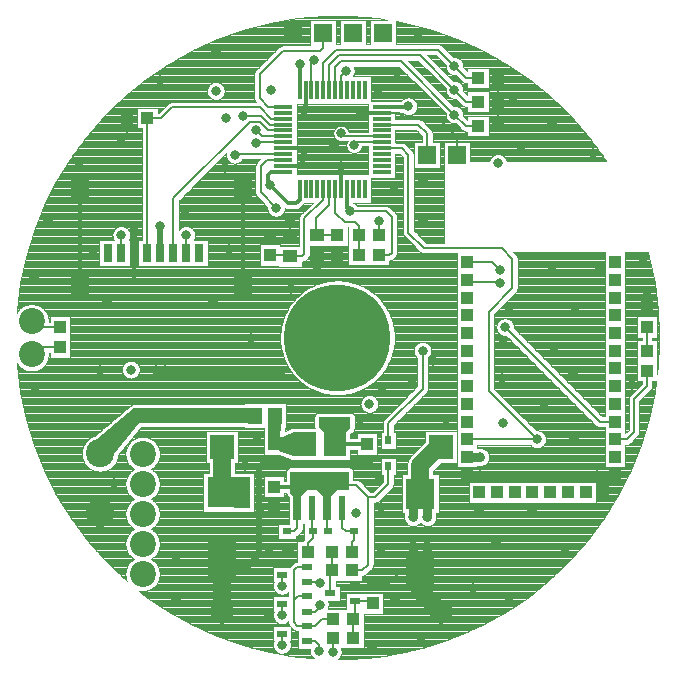
<source format=gbr>
G04 DipTrace 3.3.1.1*
G04 Top.gbr*
%MOMM*%
G04 #@! TF.FileFunction,Copper,L1,Top*
G04 #@! TF.Part,Single*
G04 #@! TA.AperFunction,Conductor*
%ADD13C,0.2*%
%ADD14C,0.3*%
%ADD16C,1.5*%
%ADD17C,0.5*%
%ADD18C,0.6*%
G04 #@! TA.AperFunction,ViaPad*
%ADD19C,0.8*%
G04 #@! TA.AperFunction,CopperBalancing*
%ADD21C,0.1*%
%ADD26R,1.0X1.0*%
%ADD27R,1.1X1.0*%
%ADD28R,1.0X1.1*%
%ADD29R,2.4X2.6*%
%ADD31R,0.8X0.6*%
%ADD33R,0.85X0.6*%
%ADD35R,0.6X0.8*%
%ADD36R,1.2X1.45*%
G04 #@! TA.AperFunction,ComponentPad*
%ADD37C,2.0*%
%ADD38R,2.0X2.0*%
%ADD41R,0.8X2.0*%
%ADD42R,0.6X2.0*%
%ADD46R,0.3X1.6*%
%ADD47R,1.6X0.3*%
%ADD48R,0.8X1.5*%
%ADD49R,1.5X2.0*%
G04 #@! TA.AperFunction,ComponentPad*
%ADD50C,2.2*%
%ADD51C,2.4*%
%ADD52R,1.3X1.1*%
%ADD53R,1.5X1.5*%
G04 #@! TA.AperFunction,ViaPad*
%ADD54C,9.0*%
%ADD56C,1.3*%
%FSLAX35Y35*%
G04*
G71*
G90*
G75*
G01*
G04 Top*
%LPD*%
X3538000Y2309000D2*
D13*
Y2113000D1*
X3540500Y2110500D1*
Y2050500D1*
X3500000Y2010000D1*
Y1940000D1*
X3180000Y4620000D2*
X3350000D1*
X3750000Y4450000D2*
X3590000D1*
X3580000Y4440000D1*
X3350000Y4620000D2*
Y4740000D1*
X3580000Y4440000D2*
Y4320000D1*
X3780000Y5200000D2*
D14*
Y5010000D1*
X4100000Y4620000D2*
D13*
Y4740000D1*
X4450000Y1789967D2*
D16*
Y1605000D1*
X4625000Y1430000D1*
X2770000Y1799967D2*
Y1430000D1*
Y2000000D2*
D13*
Y1799967D1*
X2850000Y2000000D2*
Y1879967D1*
X2770000Y1799967D1*
X2690000Y2000000D2*
Y1879967D1*
X2770000Y1799967D1*
X3210000Y2680000D2*
D17*
X3121000D1*
X3087000Y2646000D1*
Y2268930D1*
Y1916000D1*
X2964000Y1793000D1*
X2776967D1*
X2770000Y1799967D1*
X3210000Y2320000D2*
D14*
X3138070D1*
X3087000Y2268930D1*
X3900000Y1650013D2*
D13*
X4030013D1*
X4050000Y1670000D1*
X3330000Y1940000D2*
X3111000D1*
X3087000Y1916000D1*
X4050000Y1670000D2*
X4190000D1*
X4300000Y1780000D1*
X4440033D1*
X4450000Y1789967D1*
X4000000Y2680000D2*
D14*
X3210000D1*
X3270000Y3460000D2*
D18*
Y3470000D1*
X2220000D1*
X2210000Y3480000D1*
X5110000Y5950000D2*
D13*
Y5750000D1*
Y5540000D2*
Y5750000D1*
X4125000Y5655000D2*
X4275000D1*
X4320000Y5610000D1*
X4600000D1*
X4760000Y5450000D1*
Y5296000D1*
X4764000Y5300000D1*
X3480000Y5850000D2*
D14*
Y5680000D1*
X3470000D1*
X4125000Y5655000D2*
X3955000D1*
X3940000Y5670000D1*
X3285000Y5205000D2*
X3415000D1*
X3490000Y5280000D1*
X3470000D1*
X3285000Y5355000D2*
X3415000D1*
X3490000Y5280000D1*
X2030000Y4700000D2*
D17*
Y4470000D1*
X1970000Y5610000D2*
D13*
Y5460000D1*
X1920000Y5410000D1*
X4390000Y1990000D2*
D19*
Y1849967D1*
X4450000Y1789967D1*
X4510000Y1990000D2*
Y1849967D1*
X4450000Y1789967D1*
X4850000Y2590000D2*
X4960000D1*
X5930000D1*
X6000000Y2520000D1*
Y2440000D1*
X6100000Y2590000D2*
X5930000D1*
X5110000Y5750000D2*
D13*
X5240000D1*
X6370000Y4140000D2*
Y4010000D1*
X5950000Y2590000D2*
X5930000D1*
X1570000Y5040000D2*
D14*
Y4213000D1*
X2950000Y5040000D2*
Y4210000D1*
X2030000D1*
X1573000D1*
X1570000Y4213000D1*
X2030000Y4470000D2*
Y4210000D1*
X3372000Y6330000D2*
D13*
X3370000D1*
X3220000Y3090000D2*
Y2860000D1*
X3210000Y2850000D1*
X3411000Y2849000D1*
X3538000D2*
X3411000D1*
Y2309000D2*
Y2448377D1*
X3452623Y2490000D1*
X3462623Y2500000D1*
X3620000D1*
X3660000Y2460000D1*
Y2314000D1*
X3665000Y2309000D1*
X3210000Y2490000D2*
D14*
X3452623D1*
X3411000Y2309000D2*
D13*
Y2141000D1*
X3380000Y2110000D1*
X3321000D1*
X3320500Y2110500D1*
X3665000Y2309000D2*
Y2116000D1*
X3670500Y2110500D1*
X3665000Y2309000D2*
Y2435000D1*
X3730000Y2500000D1*
X3910000D1*
X4010000Y2400000D1*
Y1830000D1*
X3960000Y1780000D1*
X3870000D1*
X4180000Y2660000D2*
Y2510000D1*
X4070000Y2400000D1*
X4010000D1*
X3792000Y2309000D2*
Y2138000D1*
X3820000Y2110000D1*
X3890000D1*
X3890500Y2110500D1*
Y2040500D1*
X3870000Y2020000D1*
Y1940000D1*
X3700000D2*
Y1780000D1*
X3690000Y1585007D2*
Y1770000D1*
X3700000Y1780000D1*
X2770000Y2827000D2*
D16*
Y2440000D1*
X2960000Y2520000D2*
D13*
X2850000D1*
X2770000Y2440000D1*
X2960000D2*
X2770000D1*
X2960000Y2360000D2*
X2850000D1*
X2770000Y2440000D1*
X3665000Y2849000D2*
X3792000D1*
X4000000Y2850000D2*
D14*
X3792000Y2849000D1*
X3665000D2*
D13*
Y3005000D1*
X3640000Y3030000D1*
X3792000Y2849000D2*
Y3022000D1*
X3800000Y3030000D1*
X3720000D2*
X3800000D1*
X3900000Y1520000D2*
X4030000D1*
X4050000Y1500000D1*
X3900000Y1520000D2*
Y1390000D1*
X3880000Y1370000D1*
Y1210000D1*
X3050000Y3090000D2*
X2058000D1*
X1740000Y2772000D1*
X1400000Y3670000D2*
X1220000D1*
X1160000Y3610000D1*
X1400000Y3840000D2*
X1210000D1*
X1160000Y3890000D1*
X3830000Y5010000D2*
D14*
Y4850000D1*
X3860000Y4820000D1*
X3285000Y5155000D2*
X3185000D1*
X3160000Y5130000D1*
Y5060000D1*
X3180000Y5040000D1*
X3430000Y5010000D2*
Y4920000D1*
X3400000Y4890000D1*
X3330000D1*
X3180000Y5040000D1*
X3430000Y5850000D2*
Y6070000D1*
X4125000Y5705000D2*
X4345000D1*
X4350000Y5710000D1*
X3860000Y4820000D2*
D13*
X4160000D1*
X4210000Y4770000D1*
Y4470000D1*
X4190000Y4450000D1*
X4100000D1*
X4450000Y2430000D2*
D16*
Y2670000D1*
X4620000Y2840000D1*
Y2822000D1*
X4625000Y2827000D1*
X4390000Y2230000D2*
D19*
Y2370000D1*
X4450000Y2430000D1*
X4510000Y2230000D2*
Y2370000D1*
X4450000Y2430000D1*
X4960000Y2740000D2*
X4850000D1*
X4134000Y6330000D2*
D13*
X4132000D1*
X4940000Y5540000D2*
X4840000D1*
X4740000Y5640000D1*
X3730000Y5850000D2*
Y6040000D1*
X3780000Y6090000D1*
X4290000D1*
X4740000Y5640000D1*
X3490000Y1680000D2*
X3590000D1*
X3600000Y1670000D1*
X3280000Y1745007D2*
Y1650000D1*
X4940000Y5750000D2*
X4840000D1*
X4740000Y5850000D1*
X3680000D2*
Y6060000D1*
X3760000Y6140000D1*
X4450000D1*
X4740000Y5850000D1*
X3280000Y1495007D2*
Y1400000D1*
X3490000Y1430000D2*
X3560000D1*
X3620000Y1490000D1*
X3600000D1*
X4940000Y5950000D2*
X4840000D1*
X4740000Y6050000D1*
X3630000Y5850000D2*
Y6080000D1*
X3740000Y6190000D1*
X4600000D1*
X4740000Y6050000D1*
X3280000Y1245007D2*
Y1150000D1*
X3490000Y1180000D2*
X3560000D1*
X3590000Y1150000D1*
Y1100000D1*
X3490000Y1310013D2*
X3560013D1*
X3620000Y1370000D1*
X3710000D1*
X3490000Y1810013D2*
X3410013D1*
X3380000Y1780000D1*
Y1526153D1*
Y1340000D1*
X3410000Y1310000D1*
X3489987D1*
X3490000Y1310013D1*
Y1560013D2*
X3413860D1*
X3380000Y1526153D1*
X5440000Y2890000D2*
X4850000D1*
X4125000Y5355000D2*
X4295000D1*
X4350000Y5300000D1*
Y4640000D1*
X4480000Y4510000D1*
X5140000D1*
X5230000Y4420000D1*
Y4170000D1*
X5030000Y3970000D1*
Y3300000D1*
X5440000Y2890000D1*
X2250000Y4700000D2*
D17*
Y4470000D1*
X4125000Y5405000D2*
D13*
X3915000D1*
X3890000Y5380000D1*
X3710000Y1210000D2*
Y1090000D1*
X3285000Y5255000D2*
X3155000D1*
X3100000Y5200000D1*
Y4980000D1*
X3230000Y4850000D1*
X6100000Y2890000D2*
X6200000D1*
X6260000Y2950000D1*
Y3230000D1*
X6370000Y3340000D1*
Y3470000D1*
Y3840000D2*
Y3640000D1*
X3285000Y5605000D2*
X3185000D1*
X3090000Y5700000D1*
X2350000D1*
X2260000Y5610000D1*
X2140000D1*
Y4470000D1*
X3730000Y5010000D2*
Y4810000D1*
X3810000Y4730000D1*
X3900000D1*
X3930000Y4700000D1*
Y4620000D1*
Y4450000D1*
X3630000Y5010000D2*
Y4920000D1*
X3470000Y4760000D1*
Y4460000D1*
X3450000Y4440000D1*
X3350000D1*
X3180000Y4450000D2*
X3340000D1*
X3350000Y4440000D1*
X3680000Y5010000D2*
Y4870000D1*
X3570000Y4760000D1*
Y4630000D1*
X3580000Y4620000D1*
X3750000D2*
X3580000D1*
X3624000Y6330000D2*
D3*
X3285000Y5705000D2*
X3165000D1*
X3090000Y5780000D1*
Y5980000D1*
X3290000Y6180000D1*
X3600000D1*
X3624000Y6204000D1*
Y6330000D1*
X3880000D2*
X3878000D1*
X3530000Y5850000D2*
Y6080000D1*
X3550000Y6100000D1*
X3285000Y5505000D2*
X3165000D1*
X3090000Y5580000D1*
X3010000D1*
X2360000Y4930000D1*
Y4470000D1*
X3285000Y5555000D2*
X3175000D1*
X3100000Y5630000D1*
X2950000D1*
X1920000Y4620000D2*
Y4470000D1*
X3285000Y5455000D2*
X3115000D1*
X3060000Y5510000D1*
X4850000Y4240000D2*
Y4220000D1*
X5130000D1*
Y4210000D1*
X3285000Y5405000D2*
X3065000D1*
X3060000Y5400000D1*
X4850000Y4390000D2*
X5060000D1*
X5130000Y4320000D1*
X3285000Y5305000D2*
X2885000D1*
X2880000Y5300000D1*
X5170000Y3840000D2*
X5970000Y3040000D1*
X6100000D1*
X4125000Y5455000D2*
X3805000D1*
X3780000Y5480000D1*
X2470000Y4620000D2*
Y4470000D1*
X3780000Y5850000D2*
Y5970000D1*
X3820000Y6010000D1*
X4125000Y5555000D2*
X4435000D1*
X4510000Y5480000D1*
Y5300000D1*
X4470000Y3640000D2*
Y3320000D1*
X4180000Y3030000D1*
Y2880000D1*
D54*
X3750000Y3750000D3*
D19*
X3430000Y6070000D3*
X4350000Y5710000D3*
X3860000Y4820000D3*
X3180000Y5040000D3*
X3350000Y4740000D3*
X3780000Y5200000D3*
X3580000Y4320000D3*
X4100000Y4740000D3*
X4960000Y2740000D3*
Y2590000D3*
X5440000Y2890000D3*
X6370000Y4140000D3*
X2960000Y2520000D3*
Y2440000D3*
Y2360000D3*
X2770000Y2000000D3*
X2850000D3*
X2690000D3*
X2290000Y3480000D3*
X2210000D3*
X3640000Y3030000D3*
X3720000D3*
X3800000D3*
X3600000Y1670000D3*
Y1490000D3*
X3590000Y1100000D3*
X3280000Y1650000D3*
Y1400000D3*
Y1150000D3*
X3710000Y1090000D3*
X3270000Y3460000D3*
X2000000Y3480000D3*
X1740000D3*
X4390000Y2230000D3*
X4510000D3*
X4740000Y6050000D3*
Y5850000D3*
Y5640000D3*
X3820000Y6010000D3*
X4470000Y3640000D3*
X3060000Y5400000D3*
Y5510000D3*
X3780000Y5480000D3*
X2950000Y5630000D3*
X3890000Y5380000D3*
X3470000Y5680000D3*
Y5280000D3*
X3940000Y5670000D3*
X1920000Y4620000D3*
X2250000Y4700000D3*
X2470000Y4620000D3*
X2030000Y4700000D3*
X1920000Y5410000D3*
X3190000Y5850000D3*
X2720000Y5840000D3*
Y6180000D3*
X5130000Y4320000D3*
Y4210000D3*
X2880000Y5300000D3*
X5170000Y3840000D3*
X4390000Y1990000D3*
X4510000D3*
X5240000Y5750000D3*
X2810000Y5610000D3*
X5110000Y5230000D3*
X4020000Y3190000D3*
X5950000Y2590000D3*
X3230000Y4850000D3*
D56*
X3372000Y6330000D3*
X3624000D3*
X3880000D3*
X4134000D3*
D19*
X3550000Y6100000D3*
X1860000Y2520000D3*
X5200000Y1550000D3*
X1300000Y4750000D3*
X5500000Y3200000D3*
X4670000Y3060000D3*
X3170000Y1940000D3*
X2970000Y2660000D3*
X5400000Y2290000D3*
X3910000Y2270000D3*
X5150000Y3700000D3*
X4900000Y1630000D3*
X3720000Y5370000D3*
X5140000Y3410000D3*
X5570000Y4360000D3*
X5200000Y3980000D3*
X2700000Y4050000D3*
X4090000Y5850000D3*
X5680000Y1970000D3*
X1800000Y4050000D3*
X3360000Y4160000D3*
X5970000Y4330000D3*
X4120000Y2320000D3*
X4040000Y1120000D3*
X1680000Y4460000D3*
X2830000Y4500000D3*
X3940000Y3060000D3*
X5570000Y5560000D3*
X5750000Y2890000D3*
X5740000Y3440000D3*
X4470000Y5080000D3*
X5150000Y3030000D3*
X5760000Y3980000D3*
X4950000Y2290000D3*
X4250000Y6000000D3*
X4240000Y1540000D3*
X2380000D3*
X1560000Y5230000D3*
X5090000Y2010000D3*
X2460000Y4830000D3*
X3170000Y1400000D3*
X4460000Y1180000D3*
X4120000Y1970000D3*
X3070000Y2880000D3*
X2380000Y1870000D3*
X6240000Y3350000D3*
X5580000Y3670000D3*
X5300000Y5330000D3*
X4230000Y5000000D3*
X4470000Y4740000D3*
X4430000Y6290000D3*
X3020000Y3750000D3*
X4130000Y3300000D3*
X5910000Y5310000D3*
X6340000Y4420000D3*
X1180000Y4260000D3*
X2250000Y5930000D3*
X2800000Y5190000D3*
X1190000Y3290000D3*
X4380000Y3400000D3*
X4560000Y3550000D3*
X4100000Y2540000D3*
X3406010Y5715333D2*
D21*
X4003990D1*
X3406010Y5705667D2*
X4003990D1*
X3406010Y5696000D2*
X4003990D1*
X3406010Y5686333D2*
X4003990D1*
X3406010Y5676667D2*
X4003990D1*
X3406010Y5667000D2*
X4003990D1*
X3406010Y5657333D2*
X4003990D1*
X3406010Y5647667D2*
X4003990D1*
X3406010Y5638000D2*
X4003990D1*
X3406010Y5628333D2*
X4003990D1*
X3406010Y5618667D2*
X4003990D1*
X3406010Y5609000D2*
X4003990D1*
X3406010Y5599333D2*
X4003990D1*
X3406010Y5589667D2*
X4003990D1*
X3406010Y5580000D2*
X4003990D1*
X3406010Y5570333D2*
X4003990D1*
X3406010Y5560667D2*
X4003990D1*
X3406010Y5551000D2*
X4003990D1*
X3406010Y5541333D2*
X3756293D1*
X3803707D2*
X4003990D1*
X3406010Y5531667D2*
X3738913D1*
X3821087D2*
X4003990D1*
X3406010Y5522000D2*
X3728873D1*
X3831127D2*
X4003990D1*
X3406010Y5512333D2*
X3722153D1*
X3837847D2*
X4003990D1*
X3406010Y5502667D2*
X3717663D1*
X3842337D2*
X4003990D1*
X3406010Y5493000D2*
X3714907D1*
X3845093D2*
X4003990D1*
X3406010Y5483333D2*
X3713677D1*
X3406010Y5473667D2*
X3713913D1*
X3406010Y5464000D2*
X3715593D1*
X3406010Y5454333D2*
X3718853D1*
X3406010Y5444667D2*
X3723970D1*
X3406010Y5435000D2*
X3731550D1*
X3406010Y5425333D2*
X3743093D1*
X3406010Y5415667D2*
X3767233D1*
X3792767D2*
X3834187D1*
X3406010Y5406000D2*
X3828990D1*
X3406010Y5396333D2*
X3825670D1*
X3406010Y5386667D2*
X3823930D1*
X3406010Y5377000D2*
X3823677D1*
X3406010Y5367333D2*
X3824830D1*
X3955170D2*
X4003990D1*
X3406010Y5357667D2*
X3827527D1*
X3952473D2*
X4003990D1*
X3406010Y5348000D2*
X3831960D1*
X3948040D2*
X4003990D1*
X3406010Y5338333D2*
X3838600D1*
X3941400D2*
X4003990D1*
X3406010Y5328667D2*
X3848483D1*
X3931517D2*
X4003990D1*
X3406010Y5319000D2*
X3865417D1*
X3914583D2*
X4003990D1*
X3406010Y5309333D2*
X4003990D1*
X3406010Y5299667D2*
X4003990D1*
X3406010Y5290000D2*
X4003990D1*
X3406010Y5280333D2*
X4003990D1*
X3406010Y5270667D2*
X4003990D1*
X3406010Y5261000D2*
X4003990D1*
X3406010Y5251333D2*
X4003990D1*
X3406010Y5241667D2*
X4003990D1*
X3406010Y5232000D2*
X4003990D1*
X3406010Y5222333D2*
X4003990D1*
X3406010Y5212667D2*
X4003990D1*
X3406010Y5203000D2*
X4003990D1*
X3406010Y5193333D2*
X4003990D1*
X3406010Y5183667D2*
X4003990D1*
X3406010Y5174000D2*
X4003990D1*
X3406010Y5164333D2*
X4003990D1*
X3406010Y5154667D2*
X4003990D1*
X3406010Y5145000D2*
X4003990D1*
X3406010Y5135333D2*
X4003990D1*
X3804970Y5419607D2*
X3802277Y5418510D1*
X3797513Y5416990D1*
X3792650Y5415837D1*
X3787713Y5415057D1*
X3782730Y5414657D1*
X3777730Y5414640D1*
X3772747Y5415003D1*
X3767803Y5415747D1*
X3762930Y5416867D1*
X3758157Y5418357D1*
X3753513Y5420203D1*
X3749023Y5422400D1*
X3744713Y5424937D1*
X3740613Y5427790D1*
X3736740Y5430953D1*
X3733120Y5434400D1*
X3729773Y5438113D1*
X3726720Y5442073D1*
X3723980Y5446253D1*
X3721567Y5450630D1*
X3719493Y5455177D1*
X3717773Y5459873D1*
X3716420Y5464683D1*
X3715433Y5469583D1*
X3714827Y5474547D1*
X3714600Y5479540D1*
X3714757Y5484537D1*
X3715293Y5489507D1*
X3716210Y5494420D1*
X3717497Y5499250D1*
X3719150Y5503967D1*
X3721160Y5508547D1*
X3723510Y5512957D1*
X3726193Y5517173D1*
X3729190Y5521177D1*
X3732483Y5524937D1*
X3736053Y5528433D1*
X3739880Y5531650D1*
X3743943Y5534563D1*
X3748217Y5537157D1*
X3752673Y5539417D1*
X3757293Y5541330D1*
X3762043Y5542887D1*
X3766900Y5544073D1*
X3771830Y5544887D1*
X3776810Y5545323D1*
X3781810Y5545373D1*
X3786797Y5545047D1*
X3791747Y5544337D1*
X3796627Y5543250D1*
X3801407Y5541797D1*
X3806067Y5539980D1*
X3810570Y5537817D1*
X3814897Y5535310D1*
X3819020Y5532483D1*
X3822913Y5529350D1*
X3826557Y5525930D1*
X3829930Y5522240D1*
X3833010Y5518303D1*
X3835780Y5514140D1*
X3838227Y5509780D1*
X3840330Y5505247D1*
X3842083Y5500567D1*
X3843473Y5495763D1*
X3844553Y5490387D1*
X4004980Y5490400D1*
X4005000Y5724980D1*
X3405020Y5725000D1*
X3405000Y5135020D1*
X4004980Y5135000D1*
X4005000Y5369590D1*
X3954550Y5369600D1*
X3953687Y5365130D1*
X3952367Y5360310D1*
X3950680Y5355603D1*
X3948640Y5351040D1*
X3946257Y5346647D1*
X3943543Y5342447D1*
X3940520Y5338467D1*
X3937200Y5334730D1*
X3933603Y5331257D1*
X3929753Y5328070D1*
X3925673Y5325183D1*
X3921380Y5322620D1*
X3916907Y5320390D1*
X3912277Y5318510D1*
X3907513Y5316990D1*
X3902650Y5315837D1*
X3897713Y5315057D1*
X3892730Y5314657D1*
X3887730Y5314640D1*
X3882747Y5315003D1*
X3877803Y5315747D1*
X3872930Y5316867D1*
X3868157Y5318357D1*
X3863513Y5320203D1*
X3859023Y5322400D1*
X3854713Y5324937D1*
X3850613Y5327790D1*
X3846740Y5330953D1*
X3843120Y5334400D1*
X3839773Y5338113D1*
X3836720Y5342073D1*
X3833980Y5346253D1*
X3831567Y5350630D1*
X3829493Y5355177D1*
X3827773Y5359873D1*
X3826420Y5364683D1*
X3825433Y5369583D1*
X3824827Y5374547D1*
X3824600Y5379540D1*
X3824757Y5384537D1*
X3825293Y5389507D1*
X3826210Y5394420D1*
X3827497Y5399250D1*
X3829150Y5403967D1*
X3831160Y5408547D1*
X3833510Y5412957D1*
X3836193Y5417173D1*
X3838007Y5419597D1*
X3805097Y5419600D1*
X3521788Y6462857D2*
X3978226D1*
X3408214Y6453190D2*
X4091780D1*
X3350167Y6443523D2*
X4149847D1*
X3293780Y6433857D2*
X3512601D1*
X3735401D2*
X3766605D1*
X3989405D2*
X4020608D1*
X3237394Y6424190D2*
X3512601D1*
X3735401D2*
X3766605D1*
X3989405D2*
X4020608D1*
X4243409D2*
X4262581D1*
X3181026Y6414523D2*
X3512601D1*
X3735401D2*
X3766605D1*
X3989405D2*
X4020608D1*
X4243409D2*
X4318968D1*
X3142491Y6404857D2*
X3512601D1*
X3735401D2*
X3766605D1*
X3989405D2*
X4020608D1*
X4243409D2*
X4357503D1*
X3105362Y6395190D2*
X3512601D1*
X3735401D2*
X3766605D1*
X3989405D2*
X4020608D1*
X4243409D2*
X4394632D1*
X3068233Y6385523D2*
X3512601D1*
X3735401D2*
X3766605D1*
X3989405D2*
X4020608D1*
X4243409D2*
X4431761D1*
X3031105Y6375857D2*
X3512601D1*
X3735401D2*
X3766605D1*
X3989405D2*
X4020608D1*
X4243409D2*
X4468870D1*
X2993995Y6366190D2*
X3512601D1*
X3735401D2*
X3766605D1*
X3989405D2*
X4020608D1*
X4243409D2*
X4505999D1*
X2956866Y6356523D2*
X3512601D1*
X3735401D2*
X3766605D1*
X3989405D2*
X4020608D1*
X4243409D2*
X4543128D1*
X2928507Y6346857D2*
X3512601D1*
X3735401D2*
X3766605D1*
X3989405D2*
X4020608D1*
X4243409D2*
X4571487D1*
X2901144Y6337190D2*
X3512601D1*
X3735401D2*
X3766605D1*
X3989405D2*
X4020608D1*
X4243409D2*
X4598851D1*
X2873780Y6327523D2*
X3512601D1*
X3735401D2*
X3766605D1*
X3989405D2*
X4020608D1*
X4243409D2*
X4626214D1*
X2846437Y6317857D2*
X3512601D1*
X3735401D2*
X3766605D1*
X3989405D2*
X4020608D1*
X4243409D2*
X4653577D1*
X2819073Y6308190D2*
X3512601D1*
X3735401D2*
X3766605D1*
X3989405D2*
X4020608D1*
X4243409D2*
X4680921D1*
X2791710Y6298523D2*
X3512601D1*
X3735401D2*
X3766605D1*
X3989405D2*
X4020608D1*
X4243409D2*
X4708284D1*
X2764347Y6288857D2*
X3512601D1*
X3735401D2*
X3766605D1*
X3989405D2*
X4020608D1*
X4243409D2*
X4735648D1*
X2737003Y6279190D2*
X3512601D1*
X3735401D2*
X3766605D1*
X3989405D2*
X4020608D1*
X4243409D2*
X4763011D1*
X2715167Y6269523D2*
X3512601D1*
X3735401D2*
X3766605D1*
X3989405D2*
X4020608D1*
X4243409D2*
X4784827D1*
X2693780Y6259857D2*
X3512601D1*
X3735401D2*
X3766605D1*
X3989405D2*
X4020608D1*
X4243409D2*
X4806214D1*
X2672394Y6250190D2*
X3512601D1*
X3735401D2*
X3766605D1*
X3989405D2*
X4020608D1*
X4243409D2*
X4827601D1*
X2651007Y6240523D2*
X3512601D1*
X3735401D2*
X3766605D1*
X3989405D2*
X4020608D1*
X4243409D2*
X4848987D1*
X2629620Y6230857D2*
X3512601D1*
X4620792D2*
X4870374D1*
X2608233Y6221190D2*
X3269905D1*
X4634015D2*
X4891761D1*
X2586847Y6211523D2*
X3256312D1*
X4643683D2*
X4913148D1*
X2565480Y6201857D2*
X3246644D1*
X4653351D2*
X4934534D1*
X2544093Y6192190D2*
X3236976D1*
X4663019D2*
X4955921D1*
X2522980Y6182523D2*
X3227327D1*
X4672687D2*
X4977015D1*
X2505675Y6172857D2*
X3217659D1*
X4682355D2*
X4994319D1*
X2488370Y6163190D2*
X3207991D1*
X4692023D2*
X5011624D1*
X2471085Y6153523D2*
X3198323D1*
X4701690D2*
X5028929D1*
X2453780Y6143857D2*
X3188655D1*
X4511358D2*
X4580940D1*
X4711358D2*
X5046233D1*
X2436476Y6134190D2*
X3178987D1*
X4521007D2*
X4590608D1*
X4721007D2*
X5063538D1*
X2419171Y6124523D2*
X3169319D1*
X4530675D2*
X4600276D1*
X4752472D2*
X5080843D1*
X2401866Y6114857D2*
X3159651D1*
X4540343D2*
X4609944D1*
X4779464D2*
X5098148D1*
X2384562Y6105190D2*
X3149983D1*
X4550011D2*
X4619612D1*
X4792374D2*
X5115452D1*
X2367257Y6095523D2*
X3140315D1*
X4559679D2*
X4629280D1*
X4801105D2*
X5132757D1*
X2349952Y6085857D2*
X3130648D1*
X4359347D2*
X4438929D1*
X4569347D2*
X4638929D1*
X4807335D2*
X5150042D1*
X2332648Y6076190D2*
X3120980D1*
X4369015D2*
X4448597D1*
X4579015D2*
X4648597D1*
X4811710D2*
X5167347D1*
X2316534Y6066523D2*
X3111312D1*
X4378683D2*
X4458265D1*
X4588683D2*
X4658265D1*
X4814562D2*
X5183460D1*
X2302237Y6056857D2*
X3101644D1*
X4388351D2*
X4467933D1*
X4598351D2*
X4663909D1*
X4816085D2*
X5197757D1*
X2287940Y6047190D2*
X3091976D1*
X4398019D2*
X4477601D1*
X4608019D2*
X4663655D1*
X4816339D2*
X5212054D1*
X2273644Y6037523D2*
X3082327D1*
X3891202D2*
X4277269D1*
X4407687D2*
X4487269D1*
X4617687D2*
X4664632D1*
X4817687D2*
X5226370D1*
X2259327Y6027857D2*
X3072659D1*
X3894249D2*
X4286937D1*
X4417355D2*
X4496937D1*
X4627355D2*
X4666917D1*
X4827355D2*
X4848597D1*
X5031398D2*
X5240667D1*
X2245030Y6018190D2*
X3062991D1*
X3895948D2*
X4296605D1*
X4427023D2*
X4506605D1*
X4637023D2*
X4670648D1*
X4837023D2*
X4848597D1*
X5031398D2*
X5254964D1*
X2230733Y6008523D2*
X3053675D1*
X3896378D2*
X4306273D1*
X4436690D2*
X4516273D1*
X4646690D2*
X4676038D1*
X5031398D2*
X5269280D1*
X2216417Y5998857D2*
X3047698D1*
X3895577D2*
X4315940D1*
X4446358D2*
X4525940D1*
X4656358D2*
X4683597D1*
X5031398D2*
X5283577D1*
X2202120Y5989190D2*
X3044534D1*
X3893468D2*
X4325608D1*
X4456007D2*
X4535608D1*
X4666007D2*
X4694417D1*
X5031398D2*
X5297874D1*
X2187823Y5979523D2*
X3043597D1*
X3889972D2*
X4335276D1*
X4465675D2*
X4545276D1*
X4675675D2*
X4712210D1*
X5031398D2*
X5312171D1*
X2173526Y5969857D2*
X3043597D1*
X3884835D2*
X4344944D1*
X4475343D2*
X4554944D1*
X4685343D2*
X4754944D1*
X5031398D2*
X5326487D1*
X2159210Y5960190D2*
X3043597D1*
X4031398D2*
X4354612D1*
X4485011D2*
X4564612D1*
X4695011D2*
X4764612D1*
X5031398D2*
X5340784D1*
X2144913Y5950523D2*
X3043597D1*
X4031398D2*
X4364280D1*
X4494679D2*
X4574280D1*
X4704679D2*
X4774280D1*
X5031398D2*
X5355081D1*
X2130616Y5940857D2*
X3043597D1*
X4031398D2*
X4373929D1*
X4504347D2*
X4583929D1*
X4714347D2*
X4783929D1*
X5031398D2*
X5369378D1*
X2118644Y5931190D2*
X3043597D1*
X4031398D2*
X4383597D1*
X4514015D2*
X4593597D1*
X4724015D2*
X4793597D1*
X5031398D2*
X5381351D1*
X2106671Y5921523D2*
X3043597D1*
X4031398D2*
X4393265D1*
X4523683D2*
X4603265D1*
X4764874D2*
X4803265D1*
X5031398D2*
X5393323D1*
X2094698Y5911857D2*
X2696155D1*
X2743839D2*
X3043597D1*
X4031398D2*
X4402933D1*
X4533351D2*
X4612933D1*
X4784112D2*
X4814378D1*
X5031398D2*
X5405296D1*
X2082726Y5902190D2*
X2676370D1*
X2763624D2*
X3043597D1*
X4031398D2*
X4412601D1*
X4543019D2*
X4622601D1*
X4795421D2*
X4848597D1*
X5031398D2*
X5417269D1*
X2070753Y5892523D2*
X2664905D1*
X2775089D2*
X3043597D1*
X4031398D2*
X4422269D1*
X4552687D2*
X4632269D1*
X4803273D2*
X4848597D1*
X5031398D2*
X5429241D1*
X2058780Y5882857D2*
X2656956D1*
X2783038D2*
X3043597D1*
X4031398D2*
X4431937D1*
X4562355D2*
X4641937D1*
X4808858D2*
X4848597D1*
X5031398D2*
X5441214D1*
X2046808Y5873190D2*
X2651292D1*
X2788702D2*
X3043597D1*
X4031398D2*
X4441605D1*
X4572023D2*
X4651605D1*
X4812745D2*
X4848597D1*
X5031398D2*
X5453187D1*
X2034835Y5863523D2*
X2647366D1*
X2792628D2*
X3043597D1*
X4031398D2*
X4451273D1*
X4581690D2*
X4661273D1*
X4815187D2*
X5465159D1*
X2022862Y5853857D2*
X2644886D1*
X2795108D2*
X3043597D1*
X4031398D2*
X4460940D1*
X4591358D2*
X4663694D1*
X4816300D2*
X5477132D1*
X2010890Y5844190D2*
X2643714D1*
X2796280D2*
X3043597D1*
X4031398D2*
X4470608D1*
X4601007D2*
X4663831D1*
X4816183D2*
X5489105D1*
X1998917Y5834523D2*
X2643792D1*
X2796202D2*
X3043597D1*
X4031398D2*
X4480276D1*
X4610675D2*
X4665198D1*
X4820675D2*
X4848597D1*
X5031398D2*
X5501077D1*
X1986944Y5824857D2*
X2645140D1*
X2794855D2*
X3043597D1*
X4031398D2*
X4489944D1*
X4620343D2*
X4667913D1*
X4830343D2*
X4848597D1*
X5031398D2*
X5513050D1*
X1974972Y5815190D2*
X2647796D1*
X2792198D2*
X3043597D1*
X4031398D2*
X4499612D1*
X4630011D2*
X4672112D1*
X4840011D2*
X4848597D1*
X5031398D2*
X5525023D1*
X1962999Y5805523D2*
X2651937D1*
X2788058D2*
X3043597D1*
X4031398D2*
X4509280D1*
X4639679D2*
X4678108D1*
X5031398D2*
X5536995D1*
X1951026Y5795857D2*
X2657874D1*
X2782120D2*
X3043597D1*
X4031398D2*
X4518929D1*
X4649347D2*
X4686526D1*
X5031398D2*
X5548968D1*
X1940890Y5786190D2*
X2666175D1*
X2773819D2*
X3043597D1*
X4031398D2*
X4528597D1*
X4659015D2*
X4698831D1*
X5031398D2*
X5559105D1*
X1930812Y5776523D2*
X2678304D1*
X2761690D2*
X3043733D1*
X4031398D2*
X4313499D1*
X4386495D2*
X4538265D1*
X4668683D2*
X4722073D1*
X5031398D2*
X5569183D1*
X1920714Y5766857D2*
X2700687D1*
X2739308D2*
X3045550D1*
X4031398D2*
X4299476D1*
X4400519D2*
X4547933D1*
X4678351D2*
X4757933D1*
X5031398D2*
X5579280D1*
X1910636Y5757190D2*
X3049749D1*
X4031398D2*
X4290198D1*
X4409815D2*
X4557601D1*
X4688019D2*
X4767601D1*
X5031398D2*
X5589358D1*
X1900558Y5747523D2*
X3057269D1*
X4416398D2*
X4567269D1*
X4697687D2*
X4777269D1*
X5031398D2*
X5599456D1*
X1890460Y5737857D2*
X2323948D1*
X4421065D2*
X4576937D1*
X4707355D2*
X4786937D1*
X5031398D2*
X5609534D1*
X1880382Y5728190D2*
X2312991D1*
X4424171D2*
X4586605D1*
X4717023D2*
X4796605D1*
X5031398D2*
X5619632D1*
X1870284Y5718523D2*
X2303323D1*
X4425909D2*
X4596273D1*
X4726690D2*
X4806273D1*
X5031398D2*
X5629710D1*
X1860206Y5708857D2*
X2293655D1*
X4426398D2*
X4605940D1*
X4771730D2*
X4819808D1*
X5031398D2*
X5639788D1*
X1850128Y5699190D2*
X2283987D1*
X4425616D2*
X4615608D1*
X4787706D2*
X4848597D1*
X5031398D2*
X5649886D1*
X1840030Y5689523D2*
X2048597D1*
X2231398D2*
X2274319D1*
X4423565D2*
X4625276D1*
X4797862D2*
X4848597D1*
X5031398D2*
X5659964D1*
X1829952Y5679857D2*
X2048597D1*
X2231398D2*
X2264651D1*
X4420108D2*
X4634944D1*
X4805011D2*
X4848597D1*
X5031398D2*
X5670062D1*
X1819855Y5670190D2*
X2048597D1*
X2231398D2*
X2254983D1*
X4415030D2*
X4644612D1*
X4810089D2*
X4848597D1*
X5031398D2*
X5680140D1*
X1809776Y5660523D2*
X2048597D1*
X2231398D2*
X2245315D1*
X4407901D2*
X4654280D1*
X4813546D2*
X5690218D1*
X1799679Y5650857D2*
X2048597D1*
X4241398D2*
X4302230D1*
X4397765D2*
X4663929D1*
X4815616D2*
X5700315D1*
X1789601Y5641190D2*
X2048597D1*
X4241398D2*
X4318167D1*
X4381827D2*
X4663616D1*
X4816398D2*
X5710394D1*
X1780167Y5631523D2*
X2048597D1*
X4241398D2*
X4664085D1*
X4815929D2*
X5719827D1*
X1771651Y5621857D2*
X2048597D1*
X4241398D2*
X4665823D1*
X4823351D2*
X4848597D1*
X5031398D2*
X5728343D1*
X1763155Y5612190D2*
X2048597D1*
X4241398D2*
X4668909D1*
X4833019D2*
X4848597D1*
X5031398D2*
X5736839D1*
X1754640Y5602523D2*
X2048597D1*
X4241398D2*
X4673577D1*
X4842687D2*
X4848610D1*
X5031398D2*
X5745355D1*
X1746144Y5592857D2*
X2048597D1*
X4461065D2*
X4680159D1*
X5031398D2*
X5753870D1*
X1737628Y5583190D2*
X2048597D1*
X4472023D2*
X4689417D1*
X5031398D2*
X5762366D1*
X1729132Y5573523D2*
X2048597D1*
X4481690D2*
X4703421D1*
X5031398D2*
X5770882D1*
X1720616Y5563857D2*
X2048597D1*
X4491358D2*
X4750940D1*
X5031398D2*
X5779378D1*
X1712101Y5554190D2*
X2048597D1*
X4501007D2*
X4760608D1*
X5031398D2*
X5787894D1*
X1703605Y5544523D2*
X2048597D1*
X4510675D2*
X4770276D1*
X5031398D2*
X5796409D1*
X1695089Y5534857D2*
X2048597D1*
X4520343D2*
X4779944D1*
X5031398D2*
X5804905D1*
X1686593Y5525190D2*
X2048597D1*
X4530011D2*
X4789612D1*
X5031398D2*
X5813421D1*
X1678077Y5515523D2*
X2093597D1*
X4539679D2*
X4799280D1*
X5031398D2*
X5821917D1*
X1669562Y5505857D2*
X2093597D1*
X4241398D2*
X4418929D1*
X4548312D2*
X4809085D1*
X5031398D2*
X5830433D1*
X1661065Y5496190D2*
X2093597D1*
X4241398D2*
X4428597D1*
X4553409D2*
X4827093D1*
X5031398D2*
X5838948D1*
X1652550Y5486523D2*
X2093597D1*
X4241398D2*
X4438265D1*
X4555929D2*
X4848597D1*
X5031398D2*
X5847444D1*
X1644054Y5476857D2*
X2093597D1*
X4241398D2*
X4447933D1*
X4556398D2*
X4848597D1*
X5031398D2*
X5855960D1*
X1635538Y5467190D2*
X2093597D1*
X4241398D2*
X4457601D1*
X4556398D2*
X4848597D1*
X5031398D2*
X5864456D1*
X1627648Y5457523D2*
X2093597D1*
X4241398D2*
X4463597D1*
X4556398D2*
X4848597D1*
X5031398D2*
X5872366D1*
X1620499Y5447857D2*
X2093597D1*
X4241398D2*
X4463597D1*
X4556398D2*
X5879515D1*
X1613351Y5438190D2*
X2093597D1*
X4241398D2*
X4463597D1*
X4556398D2*
X5886663D1*
X1606202Y5428523D2*
X2093597D1*
X4241398D2*
X4463597D1*
X4556398D2*
X5893812D1*
X1599054Y5418857D2*
X2093597D1*
X4241398D2*
X4463597D1*
X4556398D2*
X5900960D1*
X1591905Y5409190D2*
X2093597D1*
X4241398D2*
X4398597D1*
X4621398D2*
X4652601D1*
X4875401D2*
X5908108D1*
X1584737Y5399523D2*
X2093597D1*
X4304874D2*
X4398597D1*
X4621398D2*
X4652601D1*
X4875401D2*
X5915257D1*
X1577589Y5389857D2*
X2093597D1*
X4325089D2*
X4398597D1*
X4621398D2*
X4652601D1*
X4875401D2*
X5922405D1*
X1570440Y5380190D2*
X2093597D1*
X4335011D2*
X4398597D1*
X4621398D2*
X4652601D1*
X4875401D2*
X5929554D1*
X1563292Y5370523D2*
X2093597D1*
X4344679D2*
X4398597D1*
X4621398D2*
X4652601D1*
X4875401D2*
X5936702D1*
X1556144Y5360857D2*
X2093597D1*
X4354347D2*
X4398597D1*
X4621398D2*
X4652601D1*
X4875401D2*
X5943851D1*
X1548995Y5351190D2*
X2093597D1*
X4364015D2*
X4398597D1*
X4621398D2*
X4652601D1*
X4875401D2*
X5950999D1*
X1541847Y5341523D2*
X2093597D1*
X4373683D2*
X4398597D1*
X4621398D2*
X4652601D1*
X4875401D2*
X5958148D1*
X1534698Y5331857D2*
X2093597D1*
X4383351D2*
X4398597D1*
X4621398D2*
X4652601D1*
X4875401D2*
X5965296D1*
X1527550Y5322190D2*
X2093597D1*
X4390616D2*
X4398597D1*
X4621398D2*
X4652601D1*
X4875401D2*
X5972444D1*
X1520401Y5312523D2*
X2093597D1*
X4621398D2*
X4652601D1*
X4875401D2*
X5979593D1*
X1513253Y5302857D2*
X2093597D1*
X2798058D2*
X2803659D1*
X4241398D2*
X4281937D1*
X4621398D2*
X4652601D1*
X4875401D2*
X5089573D1*
X5130421D2*
X5986741D1*
X1506105Y5293190D2*
X2093597D1*
X2788390D2*
X2803909D1*
X4241398D2*
X4291605D1*
X4621398D2*
X4652601D1*
X4875401D2*
X5067855D1*
X5152140D2*
X5993890D1*
X1498956Y5283523D2*
X2093597D1*
X2778722D2*
X2805413D1*
X4241398D2*
X4301273D1*
X4621398D2*
X4652601D1*
X4875401D2*
X5055901D1*
X5164112D2*
X6001038D1*
X1492062Y5273857D2*
X2093597D1*
X2769054D2*
X2808284D1*
X4241398D2*
X4303597D1*
X4621398D2*
X4652601D1*
X4875401D2*
X5047659D1*
X5172335D2*
X6007933D1*
X1486105Y5264190D2*
X2093597D1*
X2759386D2*
X2812640D1*
X4241398D2*
X4303597D1*
X4621398D2*
X4652601D1*
X4875401D2*
X5041800D1*
X5178194D2*
X6013890D1*
X1480148Y5254523D2*
X2093597D1*
X2749737D2*
X2818851D1*
X2941144D2*
X3089319D1*
X4241398D2*
X4303597D1*
X4621398D2*
X4652601D1*
X4875401D2*
X5037698D1*
X5182296D2*
X6019847D1*
X1474210Y5244857D2*
X2093597D1*
X2740069D2*
X2827581D1*
X2932433D2*
X3079651D1*
X4241398D2*
X4303597D1*
X4621398D2*
X4652601D1*
X1468253Y5235190D2*
X2093597D1*
X2730401D2*
X2840472D1*
X2919542D2*
X3069983D1*
X4241398D2*
X4303597D1*
X4621398D2*
X4652601D1*
X1462296Y5225523D2*
X2093597D1*
X2720733D2*
X2867230D1*
X2892765D2*
X3061448D1*
X4241398D2*
X4303597D1*
X4621398D2*
X4652601D1*
X1456339Y5215857D2*
X2093597D1*
X2711065D2*
X3056468D1*
X4241398D2*
X4303597D1*
X4621398D2*
X4652601D1*
X1450401Y5206190D2*
X2093597D1*
X2701398D2*
X3054026D1*
X4241398D2*
X4303597D1*
X4621398D2*
X4652601D1*
X1444444Y5196523D2*
X2093597D1*
X2691730D2*
X3053597D1*
X4241398D2*
X4303597D1*
X4621398D2*
X4652601D1*
X1438487Y5186857D2*
X2093597D1*
X2682062D2*
X3053597D1*
X4241398D2*
X4303597D1*
X4396398D2*
X4653948D1*
X1432530Y5177190D2*
X2093597D1*
X2672394D2*
X3053597D1*
X4241398D2*
X4303597D1*
X4396398D2*
X4653948D1*
X1426593Y5167523D2*
X2093597D1*
X2662726D2*
X3053597D1*
X4241398D2*
X4303597D1*
X4396398D2*
X4653948D1*
X1420636Y5157857D2*
X2093597D1*
X2653058D2*
X3053597D1*
X4241398D2*
X4303597D1*
X4396398D2*
X4653948D1*
X1414679Y5148190D2*
X2093597D1*
X2643390D2*
X3053597D1*
X4241398D2*
X4303597D1*
X4396398D2*
X4653948D1*
X1408722Y5138523D2*
X2093597D1*
X2633722D2*
X3053597D1*
X4241398D2*
X4303597D1*
X4396398D2*
X4653948D1*
X1402784Y5128857D2*
X2093597D1*
X2624054D2*
X3053597D1*
X4241398D2*
X4303597D1*
X4396398D2*
X4653948D1*
X1396827Y5119190D2*
X2093597D1*
X2614386D2*
X3053597D1*
X4241398D2*
X4303597D1*
X4396398D2*
X4653948D1*
X1390870Y5109523D2*
X2093597D1*
X2604737D2*
X3053597D1*
X4241398D2*
X4303597D1*
X4396398D2*
X4653948D1*
X1384933Y5099857D2*
X2093597D1*
X2595069D2*
X3053597D1*
X4031398D2*
X4303597D1*
X4396398D2*
X4653948D1*
X1378976Y5090190D2*
X2093597D1*
X2585401D2*
X3053597D1*
X4031398D2*
X4303597D1*
X4396398D2*
X4653948D1*
X1373019Y5080523D2*
X2093597D1*
X2575733D2*
X3053597D1*
X4031398D2*
X4303597D1*
X4396398D2*
X4653948D1*
X1367980Y5070857D2*
X2093597D1*
X2566065D2*
X3053597D1*
X4031398D2*
X4303597D1*
X4396398D2*
X4653948D1*
X1363097Y5061190D2*
X2093597D1*
X2556398D2*
X3053597D1*
X4031398D2*
X4303597D1*
X4396398D2*
X4653948D1*
X1358214Y5051523D2*
X2093597D1*
X2546730D2*
X3053597D1*
X4031398D2*
X4303597D1*
X4396398D2*
X4653948D1*
X1353351Y5041857D2*
X2093597D1*
X2537062D2*
X3053597D1*
X4031398D2*
X4303597D1*
X4396398D2*
X4653948D1*
X1348468Y5032190D2*
X2093597D1*
X2527394D2*
X3053597D1*
X4031398D2*
X4303597D1*
X4396398D2*
X4653948D1*
X1343605Y5022523D2*
X2093597D1*
X2517726D2*
X3053597D1*
X4031398D2*
X4303597D1*
X4396398D2*
X4653948D1*
X1338722Y5012857D2*
X2093597D1*
X2508058D2*
X3053597D1*
X4031398D2*
X4303597D1*
X4396398D2*
X4653948D1*
X1333858Y5003190D2*
X2093597D1*
X2498390D2*
X3053597D1*
X4031398D2*
X4303597D1*
X4396398D2*
X4653948D1*
X1328976Y4993523D2*
X2093597D1*
X2488722D2*
X3053597D1*
X4031398D2*
X4303597D1*
X4396398D2*
X4653948D1*
X1324112Y4983857D2*
X2093597D1*
X2479054D2*
X3053597D1*
X4031398D2*
X4303597D1*
X4396398D2*
X4653948D1*
X1319230Y4974190D2*
X2093597D1*
X2469386D2*
X3053968D1*
X4031398D2*
X4303597D1*
X4396398D2*
X4653948D1*
X1314366Y4964523D2*
X2093597D1*
X2459737D2*
X3056312D1*
X4031398D2*
X4303597D1*
X4396398D2*
X4653948D1*
X1309483Y4954857D2*
X2093597D1*
X2450069D2*
X3061194D1*
X4031398D2*
X4303597D1*
X4396398D2*
X4653948D1*
X1304620Y4945190D2*
X2093597D1*
X2440401D2*
X3069612D1*
X4031398D2*
X4303597D1*
X4396398D2*
X4653948D1*
X1299737Y4935523D2*
X2093597D1*
X2430733D2*
X3079280D1*
X4031398D2*
X4303597D1*
X4396398D2*
X4653948D1*
X1294874Y4925857D2*
X2093597D1*
X2421065D2*
X3088929D1*
X4031398D2*
X4303597D1*
X4396398D2*
X4653948D1*
X1289991Y4916190D2*
X2093597D1*
X2411398D2*
X3098597D1*
X4031398D2*
X4303597D1*
X4396398D2*
X4653948D1*
X1285108Y4906523D2*
X2093597D1*
X2406398D2*
X3108265D1*
X4031398D2*
X4303597D1*
X4396398D2*
X4653948D1*
X1280245Y4896857D2*
X2093597D1*
X2406398D2*
X3117933D1*
X4031398D2*
X4303597D1*
X4396398D2*
X4653948D1*
X1275362Y4887190D2*
X2093597D1*
X2406398D2*
X3127601D1*
X3469249D2*
X3531976D1*
X3895206D2*
X4303597D1*
X4396398D2*
X4653948D1*
X1270499Y4877523D2*
X2093597D1*
X2406398D2*
X3137269D1*
X3459796D2*
X3522327D1*
X3909737D2*
X4303597D1*
X4396398D2*
X4653948D1*
X1266085Y4867857D2*
X2093597D1*
X2406398D2*
X3146937D1*
X3450128D2*
X3512659D1*
X3919269D2*
X4303597D1*
X4396398D2*
X4653948D1*
X1262198Y4858190D2*
X2093597D1*
X2406398D2*
X3154046D1*
X3440460D2*
X3502991D1*
X4185558D2*
X4303597D1*
X4396398D2*
X4653948D1*
X1258312Y4848523D2*
X2093597D1*
X2406398D2*
X3153616D1*
X3429640D2*
X3493323D1*
X4196690D2*
X4303597D1*
X4396398D2*
X4653948D1*
X1254444Y4838857D2*
X2093597D1*
X2406398D2*
X3154437D1*
X3305577D2*
X3483655D1*
X4206358D2*
X4303597D1*
X4396398D2*
X4653948D1*
X1250558Y4829190D2*
X2093597D1*
X2406398D2*
X3156526D1*
X3303468D2*
X3473987D1*
X4216007D2*
X4303597D1*
X4396398D2*
X4653948D1*
X1246671Y4819523D2*
X2093597D1*
X2406398D2*
X3160042D1*
X3299972D2*
X3464319D1*
X4225675D2*
X4303597D1*
X4396398D2*
X4653948D1*
X1242784Y4809857D2*
X2093597D1*
X2406398D2*
X3165179D1*
X3294835D2*
X3454651D1*
X4235343D2*
X4303597D1*
X4396398D2*
X4653948D1*
X1238898Y4800190D2*
X2093597D1*
X2406398D2*
X3172386D1*
X3287608D2*
X3444983D1*
X4244913D2*
X4303597D1*
X4396398D2*
X4653948D1*
X1235011Y4790523D2*
X2093597D1*
X2406398D2*
X3182659D1*
X3277335D2*
X3435394D1*
X4251495D2*
X4303597D1*
X4396398D2*
X4653948D1*
X1231124Y4780857D2*
X2093597D1*
X2406398D2*
X3198929D1*
X3261065D2*
X3428675D1*
X4255089D2*
X4303597D1*
X4396398D2*
X4653948D1*
X1227237Y4771190D2*
X2093597D1*
X2406398D2*
X3425003D1*
X4256378D2*
X4303597D1*
X4396398D2*
X4653948D1*
X1223370Y4761523D2*
X2093597D1*
X2406398D2*
X3423616D1*
X4256398D2*
X4303597D1*
X4396398D2*
X4653948D1*
X1219483Y4751857D2*
X2093597D1*
X2406398D2*
X3423597D1*
X4256398D2*
X4303597D1*
X4396398D2*
X4653948D1*
X1215597Y4742190D2*
X2093597D1*
X2406398D2*
X3423597D1*
X4256398D2*
X4303597D1*
X4396398D2*
X4653948D1*
X1211710Y4732523D2*
X2093597D1*
X2406398D2*
X3423597D1*
X4256398D2*
X4303597D1*
X4396398D2*
X4653948D1*
X1207823Y4722857D2*
X2093597D1*
X2406398D2*
X3423597D1*
X4256398D2*
X4303597D1*
X4396398D2*
X4653948D1*
X1203937Y4713190D2*
X2093597D1*
X2406398D2*
X3423597D1*
X4256398D2*
X4303597D1*
X4396398D2*
X4653948D1*
X1200050Y4703523D2*
X2093597D1*
X2406398D2*
X3423597D1*
X4256398D2*
X4303597D1*
X4396398D2*
X4653948D1*
X1196163Y4693857D2*
X1903831D1*
X1936183D2*
X2093597D1*
X2406398D2*
X2453831D1*
X2486183D2*
X3423597D1*
X4256398D2*
X4303597D1*
X4396398D2*
X4653948D1*
X1192296Y4684190D2*
X1879437D1*
X1960558D2*
X2093597D1*
X2406398D2*
X2429437D1*
X2510558D2*
X3423597D1*
X4256398D2*
X4303597D1*
X4396398D2*
X4653948D1*
X1188409Y4674523D2*
X1866917D1*
X1973077D2*
X2093597D1*
X2406398D2*
X2416917D1*
X2523077D2*
X3423597D1*
X4256398D2*
X4303597D1*
X4396398D2*
X4653948D1*
X1184523Y4664857D2*
X1858401D1*
X1981612D2*
X2093597D1*
X2531612D2*
X3423597D1*
X4256398D2*
X4303597D1*
X4396398D2*
X4653948D1*
X1180890Y4655190D2*
X1852308D1*
X1987687D2*
X2093597D1*
X2537687D2*
X3423597D1*
X4256398D2*
X4303597D1*
X4400011D2*
X4653948D1*
X1177921Y4645523D2*
X1848050D1*
X1991944D2*
X2093597D1*
X2541944D2*
X3423597D1*
X4256398D2*
X4303597D1*
X4409679D2*
X4653948D1*
X1174972Y4635857D2*
X1845276D1*
X1994718D2*
X2093597D1*
X2544718D2*
X3423597D1*
X4256398D2*
X4303792D1*
X4419347D2*
X4653948D1*
X1172003Y4626190D2*
X1843851D1*
X1996144D2*
X2093597D1*
X2546144D2*
X3423597D1*
X4256398D2*
X4305745D1*
X4429015D2*
X4653948D1*
X1169034Y4616523D2*
X1843675D1*
X1996319D2*
X2093597D1*
X2546319D2*
X3423597D1*
X4256398D2*
X4310140D1*
X4438683D2*
X4653948D1*
X1166085Y4606857D2*
X1844749D1*
X1995245D2*
X2093597D1*
X2545245D2*
X3423597D1*
X4256398D2*
X4317933D1*
X4448351D2*
X4653948D1*
X1163116Y4597190D2*
X1847132D1*
X1992862D2*
X2093597D1*
X2542862D2*
X3423597D1*
X4256398D2*
X4327601D1*
X4458019D2*
X4653948D1*
X1160167Y4587523D2*
X1850960D1*
X1989054D2*
X2093597D1*
X2539054D2*
X3423597D1*
X4256398D2*
X4337269D1*
X4467687D2*
X4653948D1*
X1157198Y4577857D2*
X1733597D1*
X1996398D2*
X2063597D1*
X2656398D2*
X3423597D1*
X4256398D2*
X4346937D1*
X4477355D2*
X4653948D1*
X1154230Y4568190D2*
X1733597D1*
X1996398D2*
X2063597D1*
X2656398D2*
X3423597D1*
X4256398D2*
X4356605D1*
X4487023D2*
X4653948D1*
X1151280Y4558523D2*
X1733597D1*
X1996398D2*
X2063597D1*
X2656398D2*
X3423597D1*
X4256398D2*
X4366273D1*
X4496690D2*
X4653948D1*
X1148312Y4548857D2*
X1733597D1*
X1996398D2*
X2063597D1*
X2656398D2*
X3423597D1*
X4256398D2*
X4375940D1*
X1145362Y4539190D2*
X1733597D1*
X1996398D2*
X2063597D1*
X2656398D2*
X3093597D1*
X3266398D2*
X3423597D1*
X4256398D2*
X4385608D1*
X1142394Y4529523D2*
X1733597D1*
X1996398D2*
X2063597D1*
X2656398D2*
X3093597D1*
X3516398D2*
X3838597D1*
X4256398D2*
X4395276D1*
X1139444Y4519857D2*
X1733597D1*
X1996398D2*
X2063597D1*
X2656398D2*
X3093597D1*
X3516398D2*
X3838597D1*
X4256398D2*
X4404944D1*
X1136476Y4510190D2*
X1733597D1*
X1996398D2*
X2063597D1*
X2656398D2*
X3093597D1*
X3516398D2*
X3838597D1*
X4256398D2*
X4414612D1*
X1133507Y4500523D2*
X1733597D1*
X1996398D2*
X2063597D1*
X2656398D2*
X3093597D1*
X3516398D2*
X3838597D1*
X4256398D2*
X4424280D1*
X1130558Y4490857D2*
X1733597D1*
X1996398D2*
X2063597D1*
X2656398D2*
X3093597D1*
X3516398D2*
X3838597D1*
X4256398D2*
X4433929D1*
X1127589Y4481190D2*
X1733597D1*
X1996398D2*
X2063597D1*
X2656398D2*
X3093597D1*
X3516398D2*
X3838597D1*
X4256398D2*
X4443597D1*
X1124640Y4471523D2*
X1733597D1*
X1996398D2*
X2063597D1*
X2656398D2*
X3093597D1*
X3516398D2*
X3838597D1*
X4256398D2*
X4454905D1*
X5243683D2*
X6013597D1*
X6186398D2*
X6375374D1*
X1121671Y4461857D2*
X1733597D1*
X1996398D2*
X2063597D1*
X2656398D2*
X3093597D1*
X3516398D2*
X3838597D1*
X4255655D2*
X4763597D1*
X5253351D2*
X6013597D1*
X6186398D2*
X6378323D1*
X1118722Y4452190D2*
X1733597D1*
X1996398D2*
X2063597D1*
X2656398D2*
X3093597D1*
X3515714D2*
X3838597D1*
X4252765D2*
X4763597D1*
X5263019D2*
X6013597D1*
X6186398D2*
X6381292D1*
X1115753Y4442523D2*
X1733597D1*
X1996398D2*
X2063597D1*
X2656398D2*
X3093597D1*
X3512901D2*
X3838597D1*
X4247140D2*
X4763597D1*
X5270421D2*
X6013597D1*
X6186398D2*
X6384241D1*
X1113136Y4432857D2*
X1733597D1*
X1996398D2*
X2063597D1*
X2656398D2*
X3093597D1*
X3507394D2*
X3838597D1*
X4238058D2*
X4763597D1*
X5274542D2*
X6013597D1*
X6186398D2*
X6386858D1*
X1111046Y4423190D2*
X1733597D1*
X1996398D2*
X2063597D1*
X2656398D2*
X3093597D1*
X3498390D2*
X3838597D1*
X4228390D2*
X4763597D1*
X5276280D2*
X6013597D1*
X6186398D2*
X6388948D1*
X1108976Y4413523D2*
X1733597D1*
X1996398D2*
X2063597D1*
X2656398D2*
X3093597D1*
X3488722D2*
X3838597D1*
X4218038D2*
X4763597D1*
X5276398D2*
X6013597D1*
X6186398D2*
X6391038D1*
X1106886Y4403857D2*
X1733597D1*
X1996398D2*
X2063597D1*
X2656398D2*
X3093597D1*
X3478468D2*
X3838597D1*
X4191398D2*
X4763597D1*
X5276398D2*
X6013597D1*
X6186398D2*
X6393108D1*
X1104796Y4394190D2*
X1733597D1*
X1996398D2*
X2063597D1*
X2656398D2*
X3093597D1*
X3451398D2*
X3838597D1*
X4191398D2*
X4763597D1*
X5276398D2*
X6013597D1*
X6186398D2*
X6395198D1*
X1102726Y4384523D2*
X1733597D1*
X1996398D2*
X2063597D1*
X2656398D2*
X3093597D1*
X3451398D2*
X3838597D1*
X4191398D2*
X4763597D1*
X5276398D2*
X6013597D1*
X6186398D2*
X6397288D1*
X1100636Y4374857D2*
X1733597D1*
X1996398D2*
X2063597D1*
X2656398D2*
X3093597D1*
X3451398D2*
X3838597D1*
X4191398D2*
X4763597D1*
X5276398D2*
X6013597D1*
X6186398D2*
X6399358D1*
X1098546Y4365190D2*
X1733597D1*
X1996398D2*
X2063597D1*
X2656398D2*
X3093597D1*
X3451398D2*
X3838597D1*
X4191398D2*
X4763597D1*
X5276398D2*
X6013597D1*
X6186398D2*
X6401448D1*
X1096476Y4355523D2*
X3248597D1*
X3451398D2*
X4763597D1*
X5276398D2*
X6013597D1*
X6186398D2*
X6403538D1*
X1094386Y4345857D2*
X4763597D1*
X5276398D2*
X6013597D1*
X6186398D2*
X6405608D1*
X1092296Y4336190D2*
X4763597D1*
X5276398D2*
X6013597D1*
X6186398D2*
X6407698D1*
X1090226Y4326523D2*
X4763597D1*
X5276398D2*
X6013597D1*
X6186398D2*
X6409788D1*
X1088136Y4316857D2*
X4763597D1*
X5276398D2*
X6013597D1*
X6186398D2*
X6411858D1*
X1086046Y4307190D2*
X4763597D1*
X5276398D2*
X6013597D1*
X6186398D2*
X6413948D1*
X1083976Y4297523D2*
X4763597D1*
X5276398D2*
X6013597D1*
X6186398D2*
X6416038D1*
X1081886Y4287857D2*
X4763597D1*
X5276398D2*
X6013597D1*
X6186398D2*
X6418108D1*
X1079796Y4278190D2*
X4763597D1*
X5276398D2*
X6013597D1*
X6186398D2*
X6420198D1*
X1077726Y4268523D2*
X4763597D1*
X5276398D2*
X6013597D1*
X6186398D2*
X6422288D1*
X1075636Y4258857D2*
X4763597D1*
X5276398D2*
X6013597D1*
X6186398D2*
X6424358D1*
X1073546Y4249190D2*
X4763597D1*
X5276398D2*
X6013597D1*
X6186398D2*
X6426448D1*
X1071476Y4239523D2*
X4763597D1*
X5276398D2*
X6013597D1*
X6186398D2*
X6428538D1*
X1069386Y4229857D2*
X3675843D1*
X3824151D2*
X4763597D1*
X5276398D2*
X6013597D1*
X6186398D2*
X6430608D1*
X1067296Y4220190D2*
X3628440D1*
X3871554D2*
X4763597D1*
X5276398D2*
X6013597D1*
X6186398D2*
X6432698D1*
X1065226Y4210523D2*
X3595608D1*
X3904405D2*
X4763597D1*
X5276398D2*
X6013597D1*
X6186398D2*
X6434788D1*
X1063976Y4200857D2*
X3569163D1*
X3930831D2*
X4763597D1*
X5276398D2*
X6013597D1*
X6186398D2*
X6436019D1*
X1062745Y4191190D2*
X3546605D1*
X3953390D2*
X4763597D1*
X5276398D2*
X6013597D1*
X6186398D2*
X6437249D1*
X1061515Y4181523D2*
X3526741D1*
X3973273D2*
X4763597D1*
X5276398D2*
X6013597D1*
X6186398D2*
X6438499D1*
X1060265Y4171857D2*
X3508890D1*
X3991105D2*
X4763597D1*
X5276398D2*
X6013597D1*
X6186398D2*
X6439730D1*
X1059034Y4162190D2*
X3492659D1*
X4007335D2*
X4763597D1*
X5275714D2*
X6013597D1*
X6186398D2*
X6440960D1*
X1057784Y4152523D2*
X3477737D1*
X4022276D2*
X4763597D1*
X5272901D2*
X6013597D1*
X6186398D2*
X6442210D1*
X1056554Y4142857D2*
X3463909D1*
X4036085D2*
X4763597D1*
X5267394D2*
X6013597D1*
X6186398D2*
X6443440D1*
X1055323Y4133190D2*
X3451038D1*
X4048956D2*
X4763597D1*
X5258390D2*
X6013597D1*
X6186398D2*
X6444690D1*
X1054073Y4123523D2*
X3439007D1*
X4060987D2*
X4763597D1*
X5248722D2*
X6013597D1*
X6186398D2*
X6445921D1*
X1052843Y4113857D2*
X3427718D1*
X4072276D2*
X4763597D1*
X5239054D2*
X6013597D1*
X6186398D2*
X6447151D1*
X1051612Y4104190D2*
X3417093D1*
X4082901D2*
X4763597D1*
X5229405D2*
X6013597D1*
X6186398D2*
X6448401D1*
X1050362Y4094523D2*
X3407073D1*
X4092940D2*
X4763597D1*
X5219737D2*
X6013597D1*
X6186398D2*
X6449632D1*
X1049132Y4084857D2*
X3397601D1*
X4102394D2*
X4763597D1*
X5210069D2*
X6013597D1*
X6186398D2*
X6450882D1*
X1047882Y4075190D2*
X3388636D1*
X4111358D2*
X4763597D1*
X5200401D2*
X6013597D1*
X6186398D2*
X6452112D1*
X1046651Y4065523D2*
X3380140D1*
X4119855D2*
X4763597D1*
X5190733D2*
X6013597D1*
X6186398D2*
X6453343D1*
X1045421Y4055857D2*
X3372093D1*
X4127921D2*
X4763597D1*
X5181065D2*
X6013597D1*
X6186398D2*
X6454593D1*
X1044171Y4046190D2*
X3364437D1*
X4135558D2*
X4763597D1*
X5171398D2*
X6013597D1*
X6186398D2*
X6455823D1*
X1042940Y4036523D2*
X3357190D1*
X4142804D2*
X4763597D1*
X5161730D2*
X6013597D1*
X6186398D2*
X6457054D1*
X1041690Y4026857D2*
X1109886D1*
X1210108D2*
X3350296D1*
X4149698D2*
X4763597D1*
X5152062D2*
X6013597D1*
X6186398D2*
X6458304D1*
X1040460Y4017190D2*
X1088538D1*
X1231456D2*
X3343753D1*
X4156241D2*
X4763597D1*
X5142394D2*
X6013597D1*
X6186398D2*
X6459534D1*
X1039230Y4007523D2*
X1073382D1*
X1246612D2*
X3337542D1*
X4162452D2*
X4763597D1*
X5132726D2*
X6013597D1*
X6186398D2*
X6460784D1*
X1037980Y3997857D2*
X1061487D1*
X1258507D2*
X3331644D1*
X4168351D2*
X4763597D1*
X5123058D2*
X6013597D1*
X6186398D2*
X6462015D1*
X1036749Y3988190D2*
X1051761D1*
X1268233D2*
X3326058D1*
X4173937D2*
X4763597D1*
X5113390D2*
X6013597D1*
X6186398D2*
X6463245D1*
X1035733Y3978523D2*
X1043655D1*
X1276339D2*
X3320765D1*
X4179249D2*
X4763597D1*
X5103722D2*
X6013597D1*
X6186398D2*
X6464261D1*
X1283155Y3968857D2*
X3315745D1*
X4184269D2*
X4763597D1*
X5094054D2*
X6013597D1*
X6186398D2*
X6464671D1*
X1288878Y3959190D2*
X3310999D1*
X4189015D2*
X4763597D1*
X5084405D2*
X6013597D1*
X6186398D2*
X6465081D1*
X1293663Y3949523D2*
X3306507D1*
X4193487D2*
X4763597D1*
X5076398D2*
X6013597D1*
X6186398D2*
X6465511D1*
X1297589Y3939857D2*
X3302269D1*
X4197726D2*
X4763597D1*
X5076398D2*
X6013597D1*
X6186398D2*
X6465921D1*
X1300733Y3930190D2*
X1313597D1*
X1486398D2*
X3298284D1*
X4201710D2*
X4763597D1*
X5076398D2*
X6013597D1*
X6186398D2*
X6283597D1*
X6456398D2*
X6466331D1*
X1303155Y3920523D2*
X1313597D1*
X1486398D2*
X3294534D1*
X4205460D2*
X4763597D1*
X5076398D2*
X6013597D1*
X6186398D2*
X6283597D1*
X6456398D2*
X6466741D1*
X1304894Y3910857D2*
X1313597D1*
X1486398D2*
X3291019D1*
X4208976D2*
X4763597D1*
X5076398D2*
X5143226D1*
X5196769D2*
X6013597D1*
X6186398D2*
X6283597D1*
X6456398D2*
X6467151D1*
X1305968Y3901190D2*
X1313597D1*
X1486398D2*
X3287737D1*
X4212257D2*
X4763597D1*
X5076398D2*
X5124944D1*
X5215050D2*
X6013597D1*
X6186398D2*
X6283597D1*
X6456398D2*
X6467562D1*
X1306398Y3891523D2*
X1313585D1*
X1486398D2*
X3284690D1*
X4215304D2*
X4763597D1*
X5076398D2*
X5113948D1*
X5226046D2*
X6013597D1*
X6186398D2*
X6283597D1*
X6456398D2*
X6467972D1*
X1486398Y3881857D2*
X3281858D1*
X4218155D2*
X4763597D1*
X5076398D2*
X5106292D1*
X5233722D2*
X6013597D1*
X6186398D2*
X6283597D1*
X6456398D2*
X6468382D1*
X1486398Y3872190D2*
X3279222D1*
X4220773D2*
X4763597D1*
X5076398D2*
X5100823D1*
X5239190D2*
X6013597D1*
X6186398D2*
X6283597D1*
X6456398D2*
X6468792D1*
X1486398Y3862523D2*
X3276819D1*
X4223175D2*
X4763597D1*
X5076398D2*
X5097034D1*
X5242960D2*
X6013597D1*
X6186398D2*
X6283597D1*
X6456398D2*
X6469202D1*
X1486398Y3852857D2*
X3274632D1*
X4225382D2*
X4763597D1*
X5076398D2*
X5094710D1*
X5245304D2*
X6013597D1*
X6186398D2*
X6283597D1*
X6456398D2*
X6469612D1*
X1486398Y3843190D2*
X3272620D1*
X4227374D2*
X4763597D1*
X5076398D2*
X5093675D1*
X5246339D2*
X6013597D1*
X6186398D2*
X6283597D1*
X6456398D2*
X6470023D1*
X1486398Y3833523D2*
X3270843D1*
X4229151D2*
X4763597D1*
X5076398D2*
X5093870D1*
X5246124D2*
X6013597D1*
X6186398D2*
X6283597D1*
X6456398D2*
X6470433D1*
X1486398Y3823857D2*
X3269261D1*
X4230753D2*
X4763597D1*
X5076398D2*
X5095355D1*
X5251358D2*
X6013597D1*
X6186398D2*
X6283597D1*
X6456398D2*
X6470843D1*
X1486398Y3814190D2*
X3267855D1*
X4232140D2*
X4763597D1*
X5076398D2*
X5098148D1*
X5261007D2*
X6013597D1*
X6186398D2*
X6283597D1*
X6456398D2*
X6471253D1*
X1486398Y3804523D2*
X3266663D1*
X4233331D2*
X4763597D1*
X5076398D2*
X5102464D1*
X5270675D2*
X6013597D1*
X6186398D2*
X6283597D1*
X6456398D2*
X6471663D1*
X1486398Y3794857D2*
X3265687D1*
X4234327D2*
X4763597D1*
X5076398D2*
X5108616D1*
X5280343D2*
X6013597D1*
X6186398D2*
X6283597D1*
X6456398D2*
X6472073D1*
X1486398Y3785190D2*
X3264886D1*
X4235128D2*
X4763597D1*
X5076398D2*
X5117230D1*
X5290011D2*
X6013597D1*
X6186398D2*
X6283597D1*
X6456398D2*
X6472483D1*
X1486398Y3775523D2*
X3264280D1*
X4235733D2*
X4763597D1*
X5076398D2*
X5129905D1*
X5299679D2*
X6013597D1*
X6186398D2*
X6283597D1*
X6456398D2*
X6472894D1*
X1486398Y3765857D2*
X3263851D1*
X4236144D2*
X4763597D1*
X5076398D2*
X5155296D1*
X5309347D2*
X6013597D1*
X6186398D2*
X6283597D1*
X6456398D2*
X6473304D1*
X1486398Y3756190D2*
X3263636D1*
X4236358D2*
X4763597D1*
X5076398D2*
X5188597D1*
X5319015D2*
X6013597D1*
X6186398D2*
X6283597D1*
X6456398D2*
X6473714D1*
X1486398Y3746523D2*
X3263616D1*
X4236378D2*
X4763597D1*
X5076398D2*
X5198265D1*
X5328683D2*
X6013597D1*
X6186398D2*
X6323597D1*
X6416398D2*
X6473831D1*
X1486398Y3736857D2*
X3263773D1*
X4236222D2*
X4763597D1*
X5076398D2*
X5207933D1*
X5338351D2*
X6013597D1*
X6186398D2*
X6323597D1*
X6416398D2*
X6473421D1*
X1486398Y3727190D2*
X3264144D1*
X4235870D2*
X4763597D1*
X5076398D2*
X5217601D1*
X5348019D2*
X6013597D1*
X6186398D2*
X6283597D1*
X6456398D2*
X6473011D1*
X1486398Y3717523D2*
X3264690D1*
X4235304D2*
X4763597D1*
X5076398D2*
X5227269D1*
X5357687D2*
X6013597D1*
X6186398D2*
X6283597D1*
X6456398D2*
X6472601D1*
X1486398Y3707857D2*
X3265433D1*
X4234562D2*
X4436136D1*
X4503878D2*
X4763597D1*
X5076398D2*
X5236937D1*
X5367355D2*
X6013597D1*
X6186398D2*
X6283597D1*
X6456398D2*
X6472190D1*
X1486398Y3698190D2*
X3266370D1*
X4233624D2*
X4421058D1*
X4518956D2*
X4763597D1*
X5076398D2*
X5246605D1*
X5377023D2*
X6013597D1*
X6186398D2*
X6283597D1*
X6456398D2*
X6471780D1*
X1486398Y3688523D2*
X3267503D1*
X4232491D2*
X4411292D1*
X4528702D2*
X4763597D1*
X5076398D2*
X5256273D1*
X5386690D2*
X6013597D1*
X6186398D2*
X6283597D1*
X6456398D2*
X6471370D1*
X1486398Y3678857D2*
X3268851D1*
X4231163D2*
X4404378D1*
X4535616D2*
X4763597D1*
X5076398D2*
X5265940D1*
X5396358D2*
X6013597D1*
X6186398D2*
X6283597D1*
X6456398D2*
X6470960D1*
X1486398Y3669190D2*
X3270374D1*
X4229620D2*
X4399476D1*
X4540519D2*
X4763597D1*
X5076398D2*
X5275608D1*
X5406007D2*
X6013597D1*
X6186398D2*
X6283597D1*
X6456398D2*
X6470550D1*
X1486398Y3659523D2*
X3272112D1*
X4227901D2*
X4396175D1*
X4543819D2*
X4763597D1*
X5076398D2*
X5285276D1*
X5415675D2*
X6013597D1*
X6186398D2*
X6283597D1*
X6456398D2*
X6470140D1*
X1486398Y3649857D2*
X3274046D1*
X4225948D2*
X4394241D1*
X4545753D2*
X4763597D1*
X5076398D2*
X5294944D1*
X5425343D2*
X6013597D1*
X6186398D2*
X6283597D1*
X6456398D2*
X6469730D1*
X1486398Y3640190D2*
X3276175D1*
X4223819D2*
X4393597D1*
X4546398D2*
X4763597D1*
X5076398D2*
X5304612D1*
X5435011D2*
X6013597D1*
X6186398D2*
X6283597D1*
X6456398D2*
X6469319D1*
X1486398Y3630523D2*
X3278538D1*
X4221476D2*
X4394202D1*
X4545812D2*
X4763597D1*
X5076398D2*
X5314280D1*
X5444679D2*
X6013597D1*
X6186398D2*
X6283597D1*
X6456398D2*
X6468909D1*
X1305987Y3620857D2*
X1313597D1*
X1486398D2*
X3281097D1*
X4218898D2*
X4396077D1*
X4543937D2*
X4763597D1*
X5076398D2*
X5323929D1*
X5454347D2*
X6013597D1*
X6186398D2*
X6283597D1*
X6456398D2*
X6468499D1*
X1306398Y3611190D2*
X1313585D1*
X1486398D2*
X3283870D1*
X4216124D2*
X4399319D1*
X4540675D2*
X4763597D1*
X5076398D2*
X5333597D1*
X5464015D2*
X6013597D1*
X6186398D2*
X6283597D1*
X6456398D2*
X6468089D1*
X1306144Y3601523D2*
X1313612D1*
X1486398D2*
X3286858D1*
X4213136D2*
X4404163D1*
X4535851D2*
X4763597D1*
X5076398D2*
X5343265D1*
X5473683D2*
X6013597D1*
X6186398D2*
X6283597D1*
X6456398D2*
X6467679D1*
X1305265Y3591857D2*
X1313597D1*
X1486398D2*
X3290081D1*
X4209913D2*
X4410980D1*
X4529034D2*
X4763597D1*
X5076398D2*
X5352933D1*
X5483351D2*
X6013597D1*
X6186398D2*
X6283597D1*
X6456398D2*
X6467269D1*
X1303722Y3582190D2*
X1313597D1*
X1486398D2*
X3293538D1*
X4206476D2*
X4420589D1*
X4519405D2*
X4763597D1*
X5076398D2*
X5362601D1*
X5493019D2*
X6013597D1*
X6186398D2*
X6283597D1*
X6456398D2*
X6466839D1*
X1301495Y3572523D2*
X3297210D1*
X4202784D2*
X4423597D1*
X4516398D2*
X4763597D1*
X5076398D2*
X5372269D1*
X5502687D2*
X6013597D1*
X6186398D2*
X6283597D1*
X6456398D2*
X6466429D1*
X1298546Y3562857D2*
X3301136D1*
X4198878D2*
X4423597D1*
X4516398D2*
X4763597D1*
X5076398D2*
X5381937D1*
X5512355D2*
X6013597D1*
X6186398D2*
X6283597D1*
X6456398D2*
X6466019D1*
X1294835Y3553190D2*
X1980882D1*
X2019112D2*
X3305296D1*
X4194718D2*
X4423597D1*
X4516398D2*
X4763597D1*
X5076398D2*
X5391605D1*
X5522023D2*
X6013597D1*
X6186398D2*
X6283597D1*
X6456398D2*
X6465608D1*
X1290323Y3543523D2*
X1958382D1*
X2041612D2*
X3309710D1*
X4190304D2*
X4423597D1*
X4516398D2*
X4763597D1*
X5076398D2*
X5401273D1*
X5531690D2*
X6013597D1*
X6186398D2*
X6283597D1*
X6456398D2*
X6465198D1*
X1284874Y3533857D2*
X1946233D1*
X2053761D2*
X3314378D1*
X4185616D2*
X4423597D1*
X4516398D2*
X4763597D1*
X5076398D2*
X5410940D1*
X5541358D2*
X6013597D1*
X6186398D2*
X6283597D1*
X6456398D2*
X6464788D1*
X1035616Y3524190D2*
X1041624D1*
X1278370D2*
X1937913D1*
X2062101D2*
X3319319D1*
X4180675D2*
X4423597D1*
X4516398D2*
X4763597D1*
X5076398D2*
X5420608D1*
X5551007D2*
X6013597D1*
X6186398D2*
X6283597D1*
X6456398D2*
X6464378D1*
X1036398Y3514523D2*
X1049339D1*
X1270655D2*
X1931976D1*
X2068038D2*
X3324534D1*
X4175460D2*
X4423597D1*
X4516398D2*
X4763597D1*
X5076398D2*
X5430276D1*
X5560675D2*
X6013597D1*
X6186398D2*
X6283597D1*
X6456398D2*
X6463585D1*
X1037648Y3504857D2*
X1058577D1*
X1261437D2*
X1927815D1*
X2072179D2*
X3330042D1*
X4169952D2*
X4423597D1*
X4516398D2*
X4763597D1*
X5076398D2*
X5439944D1*
X5570343D2*
X6013597D1*
X6186398D2*
X6283597D1*
X6456398D2*
X6462345D1*
X1038878Y3495190D2*
X1069788D1*
X1250226D2*
X1925140D1*
X2074855D2*
X3335862D1*
X4164132D2*
X4423597D1*
X4516398D2*
X4763597D1*
X5076398D2*
X5449612D1*
X5580011D2*
X6013597D1*
X6186398D2*
X6283597D1*
X1040108Y3485523D2*
X1083851D1*
X1236144D2*
X1923812D1*
X2076202D2*
X3341976D1*
X4158019D2*
X4423597D1*
X4516398D2*
X4763597D1*
X5076398D2*
X5459280D1*
X5589679D2*
X6013597D1*
X6186398D2*
X6283597D1*
X1041358Y3475857D2*
X1102913D1*
X1217101D2*
X1923714D1*
X2076280D2*
X3348421D1*
X4151573D2*
X4423597D1*
X4516398D2*
X4763597D1*
X5076398D2*
X5468929D1*
X5599347D2*
X6013597D1*
X6186398D2*
X6283597D1*
X1042589Y3466190D2*
X1137562D1*
X1182452D2*
X1924866D1*
X2075128D2*
X3355218D1*
X4144776D2*
X4423597D1*
X4516398D2*
X4763597D1*
X5076398D2*
X5478597D1*
X5609015D2*
X6013597D1*
X6186398D2*
X6283597D1*
X1043819Y3456523D2*
X1927347D1*
X2072648D2*
X3362366D1*
X4137628D2*
X4423597D1*
X4516398D2*
X4763597D1*
X5076398D2*
X5488265D1*
X5618683D2*
X6013597D1*
X6186398D2*
X6283597D1*
X1045069Y3446857D2*
X1931273D1*
X2068722D2*
X3369905D1*
X4130108D2*
X4423597D1*
X4516398D2*
X4763597D1*
X5076398D2*
X5497933D1*
X5628351D2*
X6013597D1*
X6186398D2*
X6283597D1*
X1046300Y3437190D2*
X1936937D1*
X2063077D2*
X3377835D1*
X4122159D2*
X4423597D1*
X4516398D2*
X4763597D1*
X5076398D2*
X5507601D1*
X5638019D2*
X6013597D1*
X6186398D2*
X6283597D1*
X1047550Y3427523D2*
X1944866D1*
X2055148D2*
X3386194D1*
X4113800D2*
X4423597D1*
X4516398D2*
X4763597D1*
X5076398D2*
X5517269D1*
X5647687D2*
X6013597D1*
X6186398D2*
X6283597D1*
X1048780Y3417857D2*
X1956292D1*
X2043702D2*
X3395023D1*
X4104972D2*
X4423597D1*
X4516398D2*
X4763597D1*
X5076398D2*
X5526937D1*
X5657355D2*
X6013597D1*
X6186398D2*
X6283597D1*
X1050011Y3408190D2*
X1976019D1*
X2023995D2*
X3404358D1*
X4095636D2*
X4423597D1*
X4516398D2*
X4763597D1*
X5076398D2*
X5536605D1*
X5667023D2*
X6013597D1*
X6186398D2*
X6283597D1*
X1051261Y3398523D2*
X3414222D1*
X4085773D2*
X4423597D1*
X4516398D2*
X4763597D1*
X5076398D2*
X5546273D1*
X5676690D2*
X6013597D1*
X6186398D2*
X6283597D1*
X1052491Y3388857D2*
X3424671D1*
X4075323D2*
X4423597D1*
X4516398D2*
X4763597D1*
X5076398D2*
X5555940D1*
X5686358D2*
X6013597D1*
X6186398D2*
X6283597D1*
X1053741Y3379190D2*
X3435765D1*
X4064230D2*
X4423597D1*
X4516398D2*
X4763597D1*
X5076398D2*
X5565608D1*
X5696007D2*
X6013597D1*
X6186398D2*
X6323597D1*
X6416398D2*
X6446273D1*
X1054972Y3369523D2*
X3447581D1*
X4052413D2*
X4423597D1*
X4516398D2*
X4763597D1*
X5076398D2*
X5575276D1*
X5705675D2*
X6013597D1*
X6186398D2*
X6323597D1*
X6416398D2*
X6445023D1*
X1056202Y3359857D2*
X3460198D1*
X4039796D2*
X4423597D1*
X4516398D2*
X4763597D1*
X5076398D2*
X5584944D1*
X5715343D2*
X6013597D1*
X6186398D2*
X6323597D1*
X6416398D2*
X6443792D1*
X1057452Y3350190D2*
X3473753D1*
X4026261D2*
X4423597D1*
X4516398D2*
X4763597D1*
X5076398D2*
X5594612D1*
X5725011D2*
X6013597D1*
X6186398D2*
X6314983D1*
X6416398D2*
X6442562D1*
X1058683Y3340523D2*
X3488343D1*
X4011651D2*
X4423597D1*
X4516398D2*
X4763597D1*
X5076398D2*
X5604280D1*
X5734679D2*
X6013597D1*
X6186398D2*
X6305315D1*
X6416398D2*
X6441312D1*
X1059913Y3330857D2*
X3504183D1*
X3995812D2*
X4415648D1*
X4516398D2*
X4763597D1*
X5076398D2*
X5613929D1*
X5744347D2*
X6013597D1*
X6186398D2*
X6295648D1*
X6415480D2*
X6440081D1*
X1061163Y3321190D2*
X3521546D1*
X3978448D2*
X4405980D1*
X4516398D2*
X4763597D1*
X5076398D2*
X5623597D1*
X5754015D2*
X6013597D1*
X6186398D2*
X6285980D1*
X6412315D2*
X6438851D1*
X1062394Y3311523D2*
X3540784D1*
X3959210D2*
X4396312D1*
X4515597D2*
X4763597D1*
X5083683D2*
X5633265D1*
X5763683D2*
X6013597D1*
X6186398D2*
X6276312D1*
X6406358D2*
X6437601D1*
X1063644Y3301857D2*
X3562503D1*
X3937491D2*
X4386644D1*
X4512608D2*
X4763597D1*
X5093351D2*
X5642933D1*
X5773351D2*
X6013597D1*
X6186398D2*
X6266644D1*
X6397062D2*
X6436370D1*
X1064874Y3292190D2*
X3587679D1*
X3912315D2*
X4376976D1*
X4506886D2*
X4763597D1*
X5103019D2*
X5652601D1*
X5783019D2*
X6013597D1*
X6186398D2*
X6256976D1*
X6387394D2*
X6435120D1*
X1066710Y3282523D2*
X3618323D1*
X3881690D2*
X4367327D1*
X4497726D2*
X4763597D1*
X5112687D2*
X5662269D1*
X5792687D2*
X6013597D1*
X6186398D2*
X6247327D1*
X6377726D2*
X6433284D1*
X1068800Y3272857D2*
X3659847D1*
X3840148D2*
X4357659D1*
X4488058D2*
X4763597D1*
X5122355D2*
X5671937D1*
X5802355D2*
X6013597D1*
X6186398D2*
X6237659D1*
X6368058D2*
X6431194D1*
X1070890Y3263190D2*
X4000882D1*
X4039112D2*
X4347991D1*
X4478390D2*
X4763597D1*
X5132023D2*
X5681605D1*
X5812023D2*
X6013597D1*
X6186398D2*
X6227991D1*
X6358390D2*
X6429124D1*
X1072960Y3253523D2*
X3978382D1*
X4061612D2*
X4338323D1*
X4468722D2*
X4763597D1*
X5141690D2*
X5691273D1*
X5821690D2*
X6013597D1*
X6186398D2*
X6220179D1*
X6348722D2*
X6427034D1*
X1075050Y3243857D2*
X3966233D1*
X4073761D2*
X4328655D1*
X4459054D2*
X4763597D1*
X5151358D2*
X5700940D1*
X5831358D2*
X6013597D1*
X6186398D2*
X6215765D1*
X6339054D2*
X6424944D1*
X1077140Y3234190D2*
X3957913D1*
X4082101D2*
X4318987D1*
X4449405D2*
X4763597D1*
X5161007D2*
X5710608D1*
X5841007D2*
X6013597D1*
X6186398D2*
X6213792D1*
X6329405D2*
X6422874D1*
X1079210Y3224523D2*
X3951976D1*
X4088038D2*
X4309319D1*
X4439737D2*
X4763597D1*
X5170675D2*
X5720276D1*
X5850675D2*
X6013597D1*
X6186398D2*
X6213597D1*
X6319737D2*
X6420784D1*
X1081300Y3214857D2*
X3947815D1*
X4092179D2*
X4299651D1*
X4430069D2*
X4763597D1*
X5180343D2*
X5729944D1*
X5860343D2*
X6013597D1*
X6186398D2*
X6213597D1*
X6310069D2*
X6418694D1*
X1083390Y3205190D2*
X3945140D1*
X4094855D2*
X4289983D1*
X4420401D2*
X4763597D1*
X5190011D2*
X5739612D1*
X5870011D2*
X6013597D1*
X6186398D2*
X6213597D1*
X6306398D2*
X6416624D1*
X1085460Y3195523D2*
X2953597D1*
X3316398D2*
X3943812D1*
X4096202D2*
X4280315D1*
X4410733D2*
X4763597D1*
X5199679D2*
X5749280D1*
X5879679D2*
X6013597D1*
X6186398D2*
X6213597D1*
X6306398D2*
X6414534D1*
X1087550Y3185857D2*
X2011565D1*
X3316398D2*
X3943714D1*
X4096280D2*
X4270648D1*
X4401065D2*
X4763597D1*
X5209347D2*
X5758929D1*
X5889347D2*
X6013597D1*
X6186398D2*
X6213597D1*
X6306398D2*
X6412444D1*
X1089640Y3176190D2*
X1998440D1*
X3316398D2*
X3944866D1*
X4095128D2*
X4260980D1*
X4391398D2*
X4763597D1*
X5219015D2*
X5768597D1*
X5899015D2*
X6013597D1*
X6186398D2*
X6213597D1*
X6306398D2*
X6410374D1*
X1091710Y3166523D2*
X1987073D1*
X3316398D2*
X3947347D1*
X4092648D2*
X4251312D1*
X4381730D2*
X4763597D1*
X5228683D2*
X5778265D1*
X5908683D2*
X6013597D1*
X6186398D2*
X6213597D1*
X6306398D2*
X6408284D1*
X1093800Y3156857D2*
X1975706D1*
X3316398D2*
X3951273D1*
X4088722D2*
X4241644D1*
X4372062D2*
X4763597D1*
X5238351D2*
X5787933D1*
X5918351D2*
X6013597D1*
X6186398D2*
X6213597D1*
X6306398D2*
X6406194D1*
X1095890Y3147190D2*
X1964339D1*
X3316398D2*
X3956937D1*
X4083077D2*
X4231976D1*
X4362394D2*
X4763597D1*
X5248019D2*
X5797601D1*
X5928019D2*
X6013597D1*
X6186398D2*
X6213597D1*
X6306398D2*
X6404124D1*
X1097960Y3137523D2*
X1952972D1*
X3316398D2*
X3964866D1*
X4075148D2*
X4222327D1*
X4352726D2*
X4763597D1*
X5257687D2*
X5807269D1*
X5937687D2*
X6013597D1*
X6186398D2*
X6213597D1*
X6306398D2*
X6402034D1*
X1100050Y3127857D2*
X1941624D1*
X3316398D2*
X3976292D1*
X4063702D2*
X4212659D1*
X4343058D2*
X4763597D1*
X5267355D2*
X5816937D1*
X5947355D2*
X6013597D1*
X6186398D2*
X6213597D1*
X6306398D2*
X6399944D1*
X1102140Y3118190D2*
X1930257D1*
X3316398D2*
X3996019D1*
X4043995D2*
X4202991D1*
X4333390D2*
X4763597D1*
X5277023D2*
X5826605D1*
X5957023D2*
X6013597D1*
X6186398D2*
X6213597D1*
X6306398D2*
X6397874D1*
X1104210Y3108523D2*
X1918890D1*
X3316398D2*
X3568030D1*
X3881964D2*
X4193323D1*
X4323722D2*
X4763597D1*
X5286690D2*
X5836273D1*
X5966690D2*
X6013597D1*
X6186398D2*
X6213597D1*
X6306398D2*
X6395784D1*
X1106300Y3098857D2*
X1907523D1*
X3316398D2*
X3559046D1*
X3890968D2*
X4183655D1*
X4314054D2*
X4763597D1*
X5296358D2*
X5845940D1*
X5976358D2*
X6013597D1*
X6186398D2*
X6213597D1*
X6306398D2*
X6393694D1*
X1108390Y3089190D2*
X1896155D1*
X3316398D2*
X3554808D1*
X3895187D2*
X4173987D1*
X4304405D2*
X4763597D1*
X5306007D2*
X5855608D1*
X5986007D2*
X6013597D1*
X6186398D2*
X6213597D1*
X6306398D2*
X6391624D1*
X1110460Y3079523D2*
X1884788D1*
X3316398D2*
X3553597D1*
X3896398D2*
X4164319D1*
X4294737D2*
X4763597D1*
X5315675D2*
X5865276D1*
X6186398D2*
X6213597D1*
X6306398D2*
X6389534D1*
X1112550Y3069857D2*
X1873421D1*
X3316398D2*
X3553597D1*
X3896398D2*
X4154651D1*
X4285069D2*
X4763597D1*
X5325343D2*
X5874944D1*
X6186398D2*
X6213597D1*
X6306398D2*
X6387444D1*
X1114933Y3060190D2*
X1862054D1*
X3316398D2*
X3553597D1*
X3896398D2*
X4145101D1*
X4275401D2*
X4763597D1*
X5335011D2*
X5884612D1*
X6186398D2*
X6213597D1*
X6306398D2*
X6385081D1*
X1117882Y3050523D2*
X1850687D1*
X3316398D2*
X3553597D1*
X3896398D2*
X4138499D1*
X4265733D2*
X4763597D1*
X5344679D2*
X5894280D1*
X6186398D2*
X6213597D1*
X6306398D2*
X6382112D1*
X1120851Y3040857D2*
X1839319D1*
X3316398D2*
X3553597D1*
X3896398D2*
X4134925D1*
X4256065D2*
X4763597D1*
X5354347D2*
X5903929D1*
X6186398D2*
X6213597D1*
X6306398D2*
X6379163D1*
X1123800Y3031190D2*
X1827952D1*
X3316398D2*
X3553597D1*
X3896398D2*
X4133616D1*
X4246398D2*
X4763597D1*
X5364015D2*
X5913597D1*
X6186398D2*
X6213597D1*
X6306398D2*
X6376194D1*
X1126769Y3021523D2*
X1816585D1*
X3316398D2*
X3553597D1*
X3896398D2*
X4133597D1*
X4236730D2*
X4763597D1*
X5373683D2*
X5923265D1*
X6186398D2*
X6213597D1*
X6306398D2*
X6373245D1*
X1129718Y3011857D2*
X1805218D1*
X3316398D2*
X3553597D1*
X3896398D2*
X4133597D1*
X4227062D2*
X4763597D1*
X5383351D2*
X5932933D1*
X6186398D2*
X6213597D1*
X6306398D2*
X6370276D1*
X1132687Y3002190D2*
X1793851D1*
X3316398D2*
X3553597D1*
X3896398D2*
X4133597D1*
X4226398D2*
X4763597D1*
X5393019D2*
X5943870D1*
X6186398D2*
X6213597D1*
X6306398D2*
X6367308D1*
X1135636Y2992523D2*
X1782483D1*
X3316398D2*
X3553636D1*
X3896398D2*
X4133597D1*
X4226398D2*
X4763597D1*
X5402687D2*
X6013597D1*
X6186398D2*
X6213597D1*
X6306398D2*
X6364358D1*
X1138605Y2982857D2*
X1771116D1*
X2083409D2*
X2953597D1*
X3316398D2*
X3344593D1*
X3896163D2*
X4133597D1*
X4226398D2*
X4763597D1*
X5412355D2*
X6013597D1*
X6186398D2*
X6213597D1*
X6306398D2*
X6361390D1*
X1141573Y2973190D2*
X1759749D1*
X2075401D2*
X3126526D1*
X3306222D2*
X3342933D1*
X3893605D2*
X4133597D1*
X4226398D2*
X4763597D1*
X5422023D2*
X6013597D1*
X6186398D2*
X6213597D1*
X6306398D2*
X6358440D1*
X1144523Y2963523D2*
X1748382D1*
X2067413D2*
X3126116D1*
X3304874D2*
X3316351D1*
X3887491D2*
X4133597D1*
X4226398D2*
X4763597D1*
X5457726D2*
X6013597D1*
X6186398D2*
X6208323D1*
X6306398D2*
X6355472D1*
X1147491Y2953857D2*
X1737015D1*
X2059405D2*
X2633597D1*
X2906398D2*
X3125687D1*
X3877921D2*
X4113597D1*
X4246398D2*
X4488597D1*
X5481085D2*
X6013597D1*
X6186398D2*
X6198655D1*
X6306398D2*
X6352523D1*
X1150440Y2944190D2*
X1725648D1*
X2051398D2*
X2633597D1*
X2906398D2*
X3125276D1*
X3868253D2*
X4113597D1*
X4246398D2*
X4488597D1*
X5493429D2*
X6013597D1*
X6306026D2*
X6349554D1*
X1153409Y2934523D2*
X1714280D1*
X2043409D2*
X2633597D1*
X2906398D2*
X3123597D1*
X3858585D2*
X3913597D1*
X4086398D2*
X4113597D1*
X4246398D2*
X4488597D1*
X5501847D2*
X6013597D1*
X6303683D2*
X6346585D1*
X1156358Y2924857D2*
X1702913D1*
X2035401D2*
X2633597D1*
X2906398D2*
X3123597D1*
X3858409D2*
X3913597D1*
X4086398D2*
X4113597D1*
X4246398D2*
X4488597D1*
X5507862D2*
X6013597D1*
X6298800D2*
X6343636D1*
X1159327Y2915190D2*
X1678616D1*
X2027394D2*
X2633597D1*
X2906398D2*
X3123597D1*
X3858409D2*
X3913597D1*
X4086398D2*
X4113597D1*
X4246398D2*
X4488597D1*
X5512062D2*
X6013597D1*
X6290401D2*
X6340667D1*
X1162296Y2905523D2*
X1659495D1*
X2019405D2*
X2058089D1*
X2141925D2*
X2633597D1*
X2906398D2*
X3123597D1*
X3858409D2*
X3913597D1*
X4086398D2*
X4113597D1*
X4246398D2*
X4488597D1*
X5514776D2*
X6013597D1*
X6280733D2*
X6337718D1*
X1165245Y2895857D2*
X1645140D1*
X2011398D2*
X2033597D1*
X2166417D2*
X2633597D1*
X2906398D2*
X3123597D1*
X4086398D2*
X4113597D1*
X4246398D2*
X4488597D1*
X5516163D2*
X6013597D1*
X6271065D2*
X6334749D1*
X1168214Y2886190D2*
X1633597D1*
X2003390D2*
X2017171D1*
X2182823D2*
X2633597D1*
X2906398D2*
X3123597D1*
X4086398D2*
X4113597D1*
X4246398D2*
X4488597D1*
X5516300D2*
X6013597D1*
X6261398D2*
X6331800D1*
X1171163Y2876523D2*
X1624007D1*
X1995382D2*
X2004515D1*
X2195480D2*
X2633597D1*
X2906398D2*
X3123597D1*
X4086398D2*
X4113597D1*
X4246398D2*
X4488597D1*
X5515187D2*
X6013597D1*
X6251730D2*
X6328831D1*
X1174132Y2866857D2*
X1615901D1*
X1987394D2*
X1994261D1*
X2205733D2*
X2633597D1*
X2906398D2*
X3123597D1*
X4086398D2*
X4113597D1*
X4246398D2*
X4488597D1*
X5512765D2*
X6013597D1*
X6242062D2*
X6325862D1*
X1177081Y2857190D2*
X1609026D1*
X1979386D2*
X1985745D1*
X2214249D2*
X2633597D1*
X2906398D2*
X3123597D1*
X4086398D2*
X4113597D1*
X4246398D2*
X4480062D1*
X5508878D2*
X6013597D1*
X6232374D2*
X6322913D1*
X1180050Y2847523D2*
X1603187D1*
X1971378D2*
X1978621D1*
X2221398D2*
X2633597D1*
X2906398D2*
X3123597D1*
X4086398D2*
X4113597D1*
X4246398D2*
X4470394D1*
X5503292D2*
X6013597D1*
X6217023D2*
X6319944D1*
X1183429Y2837857D2*
X1598245D1*
X1963390D2*
X1972601D1*
X2227394D2*
X2633597D1*
X2906398D2*
X3123597D1*
X4086398D2*
X4113597D1*
X4246398D2*
X4460726D1*
X4936398D2*
X5384534D1*
X5495460D2*
X6013597D1*
X6186398D2*
X6316585D1*
X1187315Y2828190D2*
X1594124D1*
X1955382D2*
X1967562D1*
X2232433D2*
X2633597D1*
X2906398D2*
X3123597D1*
X4086398D2*
X4113597D1*
X4246398D2*
X4451058D1*
X4936398D2*
X5395823D1*
X5484190D2*
X6013597D1*
X6186398D2*
X6312698D1*
X1191202Y2818523D2*
X1590726D1*
X1947374D2*
X1963421D1*
X2236573D2*
X2633597D1*
X2906398D2*
X3123597D1*
X4086398D2*
X4113597D1*
X4246398D2*
X4441390D1*
X4936398D2*
X5415003D1*
X5465011D2*
X6013597D1*
X6186398D2*
X6308812D1*
X1195069Y2808857D2*
X1588030D1*
X1939366D2*
X1960062D1*
X2239933D2*
X2633597D1*
X2906398D2*
X3123597D1*
X4086398D2*
X4113597D1*
X4246398D2*
X4431722D1*
X4991730D2*
X6013597D1*
X6186398D2*
X6304925D1*
X1198956Y2799190D2*
X1585999D1*
X1931378D2*
X1957444D1*
X2242569D2*
X2633597D1*
X2906398D2*
X3123597D1*
X4086398D2*
X4422054D1*
X5007706D2*
X6013597D1*
X6186398D2*
X6301038D1*
X1202843Y2789523D2*
X1584593D1*
X1923370D2*
X1955511D1*
X2244483D2*
X2633597D1*
X2906398D2*
X3123597D1*
X3858409D2*
X3913597D1*
X4086398D2*
X4412386D1*
X5017862D2*
X6013597D1*
X6186398D2*
X6297151D1*
X1206730Y2779857D2*
X1583792D1*
X1915362D2*
X1954261D1*
X2245733D2*
X2633597D1*
X2906398D2*
X3123597D1*
X3858409D2*
X3913597D1*
X4086398D2*
X4402718D1*
X5025011D2*
X6013597D1*
X6186398D2*
X6293265D1*
X1210616Y2770190D2*
X1583616D1*
X1907374D2*
X1953655D1*
X2246339D2*
X2633597D1*
X2906398D2*
X3123597D1*
X3858409D2*
X3913597D1*
X4086398D2*
X4393069D1*
X5030089D2*
X6013597D1*
X6186398D2*
X6289378D1*
X1214503Y2760523D2*
X1584026D1*
X1899366D2*
X1953694D1*
X2246300D2*
X2633597D1*
X2906398D2*
X3123597D1*
X3858409D2*
X3913597D1*
X4086398D2*
X4383401D1*
X5033546D2*
X6013597D1*
X6186398D2*
X6285491D1*
X1218390Y2750857D2*
X1585042D1*
X1894952D2*
X1954398D1*
X2245616D2*
X2633597D1*
X2906398D2*
X3274983D1*
X3858409D2*
X4373733D1*
X5035616D2*
X6013597D1*
X6186398D2*
X6281624D1*
X1222276Y2741190D2*
X1586683D1*
X1893312D2*
X1955726D1*
X2244269D2*
X2633597D1*
X2906398D2*
X3300823D1*
X3858409D2*
X4364612D1*
X5036398D2*
X6013597D1*
X6186398D2*
X6277737D1*
X1226163Y2731523D2*
X1588968D1*
X1891026D2*
X1957737D1*
X2242257D2*
X2633597D1*
X2906398D2*
X3326663D1*
X3858409D2*
X4113597D1*
X4246398D2*
X4357327D1*
X5035929D2*
X6013597D1*
X6186398D2*
X6273851D1*
X1230030Y2721857D2*
X1591917D1*
X1888097D2*
X1960472D1*
X2239542D2*
X2633597D1*
X2906398D2*
X3344593D1*
X3858409D2*
X4113597D1*
X4246398D2*
X4351546D1*
X5034190D2*
X6013597D1*
X6186398D2*
X6269964D1*
X1233917Y2712190D2*
X1595569D1*
X1884425D2*
X1963929D1*
X2236085D2*
X2633597D1*
X2906398D2*
X4113597D1*
X4246398D2*
X4346976D1*
X5031085D2*
X6013597D1*
X6186398D2*
X6266077D1*
X1237804Y2702523D2*
X1600003D1*
X1880011D2*
X1968187D1*
X2231808D2*
X2633597D1*
X2906398D2*
X4113597D1*
X4246398D2*
X4343499D1*
X5026437D2*
X6013597D1*
X6186398D2*
X6262190D1*
X1241690Y2692857D2*
X1605257D1*
X1874737D2*
X1973343D1*
X2226671D2*
X2633597D1*
X2906398D2*
X4113597D1*
X4246398D2*
X4340999D1*
X5019835D2*
X6013597D1*
X6186398D2*
X6258304D1*
X1245577Y2683190D2*
X1611487D1*
X1868526D2*
X1979495D1*
X2220519D2*
X2658597D1*
X2881398D2*
X4113597D1*
X4246398D2*
X4339398D1*
X4620323D2*
X4763597D1*
X5010577D2*
X6013597D1*
X6186398D2*
X6254417D1*
X1249464Y2673523D2*
X1618792D1*
X1861222D2*
X1986800D1*
X2213194D2*
X2658597D1*
X2881398D2*
X4113597D1*
X4246398D2*
X4338655D1*
X4610655D2*
X4763597D1*
X4996573D2*
X6013597D1*
X6186398D2*
X6250530D1*
X1253351Y2663857D2*
X1627405D1*
X1852589D2*
X1995530D1*
X2204483D2*
X2658597D1*
X2881398D2*
X4113597D1*
X4246398D2*
X4338597D1*
X4600987D2*
X4763597D1*
X4936398D2*
X6013597D1*
X6186398D2*
X6246663D1*
X1257237Y2654190D2*
X1637659D1*
X1842335D2*
X2006058D1*
X2193956D2*
X2658597D1*
X2881398D2*
X4113597D1*
X4246398D2*
X4338597D1*
X4591319D2*
X6242776D1*
X1261124Y2644523D2*
X1650120D1*
X1829874D2*
X2019105D1*
X2180909D2*
X2658597D1*
X2881398D2*
X3328733D1*
X3869269D2*
X4113597D1*
X4246398D2*
X4338597D1*
X4581651D2*
X6238890D1*
X1264991Y2634857D2*
X1665921D1*
X1814073D2*
X2021233D1*
X2178761D2*
X2658597D1*
X2881398D2*
X3320433D1*
X3877569D2*
X4113597D1*
X4246398D2*
X4338597D1*
X4571983D2*
X6235003D1*
X1269132Y2625190D2*
X1688050D1*
X1791944D2*
X2007737D1*
X2192257D2*
X2658597D1*
X2881398D2*
X3316565D1*
X3881437D2*
X4113597D1*
X4246398D2*
X4338597D1*
X4562315D2*
X6230882D1*
X1273995Y2615523D2*
X1996898D1*
X2203097D2*
X2658597D1*
X2881398D2*
X3315608D1*
X3882394D2*
X4113597D1*
X4246398D2*
X4338597D1*
X4561398D2*
X6225999D1*
X1278878Y2605857D2*
X1987952D1*
X2212042D2*
X2658597D1*
X2881398D2*
X3315608D1*
X3882394D2*
X4113597D1*
X4246398D2*
X4338597D1*
X4561398D2*
X6221116D1*
X1283741Y2596190D2*
X1980452D1*
X2219542D2*
X2613597D1*
X3046398D2*
X3315608D1*
X3882394D2*
X4113597D1*
X4246398D2*
X4338597D1*
X4561398D2*
X6216253D1*
X1288624Y2586523D2*
X1974144D1*
X2225851D2*
X2613597D1*
X3046398D2*
X3315608D1*
X3882394D2*
X4113597D1*
X4246398D2*
X4293597D1*
X4606398D2*
X6211370D1*
X1293487Y2576857D2*
X1968870D1*
X2231124D2*
X2613597D1*
X3046398D2*
X3123597D1*
X3296398D2*
X3315608D1*
X3882394D2*
X4133597D1*
X4226398D2*
X4293597D1*
X4606398D2*
X6206507D1*
X1298370Y2567190D2*
X1964476D1*
X2235519D2*
X2613597D1*
X3046398D2*
X3123597D1*
X3296398D2*
X3315608D1*
X3882394D2*
X4133597D1*
X4226398D2*
X4293597D1*
X4606398D2*
X6201624D1*
X1303253Y2557523D2*
X1960901D1*
X2239093D2*
X2613597D1*
X3046398D2*
X3123597D1*
X3296398D2*
X3315608D1*
X3882394D2*
X4133597D1*
X4226398D2*
X4293597D1*
X4606398D2*
X6196761D1*
X1308116Y2547857D2*
X1958089D1*
X2241905D2*
X2613597D1*
X3046398D2*
X3123597D1*
X3296398D2*
X3315608D1*
X3882394D2*
X4133597D1*
X4226398D2*
X4293597D1*
X4606398D2*
X6191878D1*
X1312999Y2538190D2*
X1955980D1*
X2244015D2*
X2613597D1*
X3046398D2*
X3123597D1*
X3935558D2*
X4133597D1*
X4226398D2*
X4293597D1*
X4606398D2*
X6187015D1*
X1317862Y2528523D2*
X1954534D1*
X2245460D2*
X2613597D1*
X3046398D2*
X3123597D1*
X3946690D2*
X4133323D1*
X4226398D2*
X4293597D1*
X4606398D2*
X6182132D1*
X1322745Y2518857D2*
X1953753D1*
X2246241D2*
X2613597D1*
X3046398D2*
X3123597D1*
X3956358D2*
X4123655D1*
X4226398D2*
X4293597D1*
X4606398D2*
X4863597D1*
X5936398D2*
X6177269D1*
X1327608Y2509190D2*
X1953636D1*
X2246378D2*
X2613597D1*
X3046398D2*
X3123597D1*
X3966007D2*
X4113987D1*
X4226398D2*
X4293597D1*
X4606398D2*
X4863597D1*
X5936398D2*
X6172386D1*
X1332491Y2499523D2*
X1954144D1*
X2245870D2*
X2613597D1*
X3046398D2*
X3123597D1*
X3975675D2*
X4104319D1*
X4225167D2*
X4293597D1*
X4606398D2*
X4863597D1*
X5936398D2*
X6167523D1*
X1337355Y2489857D2*
X1955296D1*
X2244698D2*
X2613597D1*
X3046398D2*
X3123597D1*
X3985343D2*
X4094651D1*
X4221690D2*
X4293597D1*
X4606398D2*
X4863597D1*
X5936398D2*
X6162640D1*
X1342237Y2480190D2*
X1957132D1*
X2242882D2*
X2613597D1*
X3046398D2*
X3123597D1*
X3995011D2*
X4084983D1*
X4215245D2*
X4293597D1*
X4606398D2*
X4863597D1*
X5936398D2*
X6157757D1*
X1347101Y2470523D2*
X1959632D1*
X2240362D2*
X2613597D1*
X3046398D2*
X3123597D1*
X4004679D2*
X4075315D1*
X4205733D2*
X4293597D1*
X4606398D2*
X4863597D1*
X5936398D2*
X6152894D1*
X1351983Y2460857D2*
X1962894D1*
X2237101D2*
X2613597D1*
X3046398D2*
X3123597D1*
X4014347D2*
X4065648D1*
X4196065D2*
X4293597D1*
X4606398D2*
X4863597D1*
X5936398D2*
X6148011D1*
X1356866Y2451190D2*
X1966937D1*
X2233077D2*
X2613597D1*
X3046398D2*
X3123597D1*
X4024015D2*
X4055980D1*
X4186398D2*
X4293597D1*
X4606398D2*
X4863597D1*
X5936398D2*
X6143148D1*
X1361730Y2441523D2*
X1971819D1*
X2228175D2*
X2613597D1*
X3046398D2*
X3123597D1*
X4176730D2*
X4293597D1*
X4606398D2*
X4863597D1*
X5936398D2*
X6138265D1*
X1366612Y2431857D2*
X1977679D1*
X2222315D2*
X2613597D1*
X3046398D2*
X3123597D1*
X3296398D2*
X3315980D1*
X4167062D2*
X4293597D1*
X4606398D2*
X4863597D1*
X5936398D2*
X6133401D1*
X1371476Y2422190D2*
X1984651D1*
X2215343D2*
X2613597D1*
X3046398D2*
X3123597D1*
X3296398D2*
X3318851D1*
X4157394D2*
X4293597D1*
X4606398D2*
X4863597D1*
X5936398D2*
X6128519D1*
X1377296Y2412523D2*
X1992952D1*
X2207042D2*
X2613597D1*
X3046398D2*
X3123597D1*
X3296398D2*
X3324710D1*
X4147726D2*
X4293597D1*
X4606398D2*
X4863597D1*
X5936398D2*
X6122698D1*
X1383253Y2402857D2*
X2002933D1*
X2197062D2*
X2613597D1*
X3046398D2*
X3123597D1*
X3296398D2*
X3331058D1*
X4138058D2*
X4293597D1*
X4606398D2*
X4863597D1*
X5936398D2*
X6116741D1*
X1389210Y2393190D2*
X2015179D1*
X2184815D2*
X2613597D1*
X3046398D2*
X3334593D1*
X4128390D2*
X4293597D1*
X4606398D2*
X4863597D1*
X5936398D2*
X6110804D1*
X1395167Y2383523D2*
X2025608D1*
X2174386D2*
X2613597D1*
X3046398D2*
X3334593D1*
X4118722D2*
X4293597D1*
X4606398D2*
X4863597D1*
X5936398D2*
X6104847D1*
X1401105Y2373857D2*
X2011155D1*
X2188858D2*
X2613597D1*
X3046398D2*
X3334593D1*
X4109054D2*
X4293597D1*
X4606398D2*
X4863597D1*
X5936398D2*
X6098890D1*
X1407062Y2364190D2*
X1999671D1*
X2200323D2*
X2613597D1*
X3046398D2*
X3334593D1*
X4098917D2*
X4293597D1*
X4606398D2*
X4863597D1*
X5936398D2*
X6092933D1*
X1413019Y2354523D2*
X1990257D1*
X2209737D2*
X2613597D1*
X3046398D2*
X3334593D1*
X4056398D2*
X4293597D1*
X4606398D2*
X6086995D1*
X1418976Y2344857D2*
X1982386D1*
X2217608D2*
X2613597D1*
X3046398D2*
X3334593D1*
X4056398D2*
X4293597D1*
X4606398D2*
X6081038D1*
X1424913Y2335190D2*
X1975784D1*
X2224210D2*
X2613597D1*
X3046398D2*
X3334593D1*
X4056398D2*
X4293597D1*
X4606398D2*
X6075081D1*
X1430870Y2325523D2*
X1970237D1*
X2229776D2*
X2613597D1*
X3046398D2*
X3334593D1*
X4056398D2*
X4293597D1*
X4606398D2*
X6069124D1*
X1436827Y2315857D2*
X1965608D1*
X2234386D2*
X2613597D1*
X3046398D2*
X3334593D1*
X4056398D2*
X4293597D1*
X4606398D2*
X6063187D1*
X1442765Y2306190D2*
X1961819D1*
X2238175D2*
X2613597D1*
X3046398D2*
X3334593D1*
X4056398D2*
X4293597D1*
X4606398D2*
X6057230D1*
X1448722Y2296523D2*
X1958792D1*
X2241202D2*
X2613597D1*
X3046398D2*
X3334593D1*
X4056398D2*
X4293597D1*
X4606398D2*
X6051273D1*
X1454679Y2286857D2*
X1956487D1*
X2243507D2*
X2613597D1*
X3046398D2*
X3334593D1*
X4056398D2*
X4293597D1*
X4606398D2*
X6045315D1*
X1460636Y2277190D2*
X1954866D1*
X2245128D2*
X2613597D1*
X3046398D2*
X3334593D1*
X4056398D2*
X4293597D1*
X4606398D2*
X6039378D1*
X1466573Y2267523D2*
X1953909D1*
X2246085D2*
X3334593D1*
X4056398D2*
X4293597D1*
X4606398D2*
X6033421D1*
X1472530Y2257857D2*
X1953597D1*
X2246398D2*
X3334593D1*
X4056398D2*
X4313597D1*
X4586398D2*
X6027464D1*
X1478487Y2248190D2*
X1953929D1*
X2246065D2*
X3334593D1*
X4056398D2*
X4313597D1*
X4586398D2*
X6021507D1*
X1484444Y2238523D2*
X1954905D1*
X2245089D2*
X3334593D1*
X4056398D2*
X4313597D1*
X4586398D2*
X6015569D1*
X1490382Y2228857D2*
X1956546D1*
X2243448D2*
X3334593D1*
X4056398D2*
X4313616D1*
X4586398D2*
X6009612D1*
X1496944Y2219190D2*
X1958870D1*
X2241124D2*
X3334593D1*
X4056398D2*
X4314378D1*
X4585616D2*
X6003050D1*
X1504093Y2209523D2*
X1961917D1*
X2238077D2*
X3334593D1*
X4056398D2*
X4316429D1*
X4583565D2*
X5995901D1*
X1511241Y2199857D2*
X1965726D1*
X2234269D2*
X3334593D1*
X4056398D2*
X4319886D1*
X4580108D2*
X5988753D1*
X1518390Y2190190D2*
X1970374D1*
X2229620D2*
X3334593D1*
X4056398D2*
X4324964D1*
X4575030D2*
X5981605D1*
X1525538Y2180523D2*
X1975960D1*
X2224034D2*
X3334593D1*
X4056398D2*
X4332112D1*
X4567901D2*
X5974456D1*
X1532687Y2170857D2*
X1982601D1*
X2217394D2*
X3244105D1*
X3457394D2*
X3464105D1*
X4056398D2*
X4342230D1*
X4437765D2*
X4462230D1*
X4557765D2*
X5967308D1*
X1539855Y2161190D2*
X1990511D1*
X2209483D2*
X3244105D1*
X3457394D2*
X3464105D1*
X4056398D2*
X4358167D1*
X4421827D2*
X4478167D1*
X4541827D2*
X5960159D1*
X1547003Y2151523D2*
X1999983D1*
X2200011D2*
X3244105D1*
X3457394D2*
X3464105D1*
X4056398D2*
X5953011D1*
X1554151Y2141857D2*
X2011526D1*
X2188468D2*
X3244105D1*
X3457394D2*
X3464105D1*
X4056398D2*
X5945862D1*
X1561300Y2132190D2*
X2026116D1*
X2173898D2*
X3244105D1*
X3456534D2*
X3464105D1*
X4056398D2*
X5938714D1*
X1568448Y2122523D2*
X2014769D1*
X2185226D2*
X3244105D1*
X3453468D2*
X3464105D1*
X4056398D2*
X5931565D1*
X1575597Y2112857D2*
X2002601D1*
X2197394D2*
X3244105D1*
X3447628D2*
X3464105D1*
X4056398D2*
X5924417D1*
X1582745Y2103190D2*
X1992679D1*
X2207315D2*
X3244105D1*
X3438390D2*
X3464105D1*
X4056398D2*
X5917269D1*
X1589894Y2093523D2*
X1984437D1*
X2215577D2*
X3244105D1*
X3428722D2*
X3464105D1*
X4056398D2*
X5910101D1*
X1597042Y2083857D2*
X1977483D1*
X2222511D2*
X3244105D1*
X3419054D2*
X3464105D1*
X4056398D2*
X5902952D1*
X1604190Y2074190D2*
X1971663D1*
X2228331D2*
X3244105D1*
X3408917D2*
X3464105D1*
X4056398D2*
X5895804D1*
X1611339Y2064523D2*
X1966800D1*
X2233214D2*
X3244105D1*
X3396905D2*
X3464105D1*
X4056398D2*
X5888655D1*
X1618487Y2054857D2*
X1962776D1*
X2237218D2*
X3244105D1*
X3396905D2*
X3464105D1*
X4056398D2*
X5881507D1*
X1625636Y2045190D2*
X1959554D1*
X2240440D2*
X3244105D1*
X3396905D2*
X3464105D1*
X4056398D2*
X5874358D1*
X1633155Y2035523D2*
X1957054D1*
X2242940D2*
X3461448D1*
X4056398D2*
X5866858D1*
X1641651Y2025857D2*
X1955257D1*
X2244757D2*
X3456468D1*
X4056398D2*
X5858343D1*
X1650167Y2016190D2*
X1954105D1*
X2245890D2*
X3408597D1*
X4056398D2*
X5849827D1*
X1658683Y2006523D2*
X1953616D1*
X2246378D2*
X3408597D1*
X4056398D2*
X5841331D1*
X1667179Y1996857D2*
X1953773D1*
X2246222D2*
X3408597D1*
X4056398D2*
X5832815D1*
X1675694Y1987190D2*
X1954573D1*
X2245421D2*
X3408597D1*
X4056398D2*
X5824319D1*
X1684190Y1977523D2*
X1956038D1*
X2243976D2*
X3408597D1*
X4056398D2*
X5815804D1*
X1692706Y1967857D2*
X1958167D1*
X2241827D2*
X3408597D1*
X4056398D2*
X5807288D1*
X1701222Y1958190D2*
X1960999D1*
X2238995D2*
X3408597D1*
X4056398D2*
X5798792D1*
X1709718Y1948523D2*
X1964593D1*
X2235401D2*
X3408597D1*
X4056398D2*
X5790276D1*
X1718233Y1938857D2*
X1969007D1*
X2230987D2*
X3408597D1*
X4056398D2*
X5781780D1*
X1726730Y1929190D2*
X1974319D1*
X2225675D2*
X3408597D1*
X4056398D2*
X5773265D1*
X1735245Y1919523D2*
X1980667D1*
X2219347D2*
X3408597D1*
X4056398D2*
X5764749D1*
X1743761Y1909857D2*
X1988187D1*
X2211808D2*
X3408597D1*
X4056398D2*
X5756253D1*
X1752257Y1900190D2*
X1997190D1*
X2202804D2*
X3408597D1*
X4056398D2*
X5747737D1*
X1760773Y1890523D2*
X2008089D1*
X2191905D2*
X3408597D1*
X4056398D2*
X5739241D1*
X1769269Y1880857D2*
X2021683D1*
X2178312D2*
X3408597D1*
X4056398D2*
X5730726D1*
X1777784Y1871190D2*
X2018655D1*
X2181339D2*
X3408597D1*
X4056398D2*
X5722210D1*
X1786769Y1861523D2*
X2005706D1*
X2194288D2*
X3408597D1*
X4056398D2*
X5713226D1*
X1796866Y1851857D2*
X1995237D1*
X2204757D2*
X3391390D1*
X4056398D2*
X5703148D1*
X1806944Y1842190D2*
X1986565D1*
X2213429D2*
X3376976D1*
X4056398D2*
X5693050D1*
X1817042Y1832523D2*
X1979280D1*
X2220714D2*
X3367327D1*
X4056398D2*
X5682972D1*
X1827120Y1822857D2*
X1973167D1*
X2226827D2*
X3357659D1*
X4055831D2*
X5672874D1*
X1837198Y1813190D2*
X1968050D1*
X2231944D2*
X3347991D1*
X4053175D2*
X5662796D1*
X1847296Y1803523D2*
X1963812D1*
X2236183D2*
X3201097D1*
X4047882D2*
X5652718D1*
X1857374Y1793857D2*
X1960374D1*
X2239620D2*
X3201097D1*
X4039054D2*
X5642620D1*
X1867472Y1784190D2*
X1957679D1*
X2242315D2*
X3201097D1*
X4029386D2*
X5632542D1*
X1877550Y1774523D2*
X1955687D1*
X2244308D2*
X3201097D1*
X4019737D2*
X5622444D1*
X1887628Y1764857D2*
X1954358D1*
X2245636D2*
X3201097D1*
X4010069D2*
X5612366D1*
X1897726Y1755190D2*
X1953694D1*
X2246300D2*
X3201097D1*
X4000401D2*
X5602288D1*
X1907804Y1745523D2*
X1953675D1*
X2246339D2*
X3201097D1*
X3990538D2*
X5592190D1*
X1917901Y1735857D2*
X1954280D1*
X2245714D2*
X3201097D1*
X3971612D2*
X5582112D1*
X1927980Y1726190D2*
X1955569D1*
X2244444D2*
X3201097D1*
X3961398D2*
X5572015D1*
X1938058Y1716523D2*
X1957503D1*
X2242491D2*
X3201097D1*
X3961398D2*
X5561937D1*
X1948155Y1706857D2*
X1960140D1*
X2239855D2*
X3201097D1*
X3961398D2*
X5551858D1*
X2236476Y1697190D2*
X3201097D1*
X3961398D2*
X5540355D1*
X2232296Y1687523D2*
X3201097D1*
X3736398D2*
X5528382D1*
X2227237Y1677857D2*
X3208929D1*
X3736398D2*
X5516409D1*
X2221202Y1668190D2*
X3205823D1*
X3736398D2*
X5504437D1*
X2214015Y1658523D2*
X3204085D1*
X3736398D2*
X5492464D1*
X2205460Y1648857D2*
X3203616D1*
X3768898D2*
X5480491D1*
X2195148Y1639190D2*
X3204378D1*
X3768898D2*
X5468519D1*
X2182413Y1629523D2*
X3206429D1*
X3768898D2*
X5456546D1*
X2165831Y1619857D2*
X3209886D1*
X3768898D2*
X5444573D1*
X2140929Y1610190D2*
X3214964D1*
X3768898D2*
X5432601D1*
X2079366Y1600523D2*
X3222112D1*
X3768898D2*
X5420628D1*
X2091339Y1590857D2*
X3232230D1*
X3327765D2*
X3333614D1*
X3768898D2*
X5408655D1*
X2103312Y1581190D2*
X3248167D1*
X3311827D2*
X3333597D1*
X3768898D2*
X3821097D1*
X4136398D2*
X5396683D1*
X2115284Y1571523D2*
X3333597D1*
X3768898D2*
X3821097D1*
X4136398D2*
X5384710D1*
X2127257Y1561857D2*
X3333597D1*
X3768898D2*
X3821097D1*
X4136398D2*
X5372737D1*
X2140890Y1552190D2*
X3201097D1*
X3768898D2*
X3821097D1*
X4136398D2*
X5359105D1*
X2155206Y1542523D2*
X3201097D1*
X3768898D2*
X3821097D1*
X4136398D2*
X5344788D1*
X2169503Y1532857D2*
X3201097D1*
X3768898D2*
X3821097D1*
X4136398D2*
X5330491D1*
X2183800Y1523190D2*
X3201097D1*
X3768898D2*
X3821097D1*
X4136398D2*
X5316194D1*
X2198116Y1513523D2*
X3201097D1*
X3672628D2*
X3821097D1*
X4136398D2*
X5301898D1*
X2212413Y1503857D2*
X3201097D1*
X3675108D2*
X3821097D1*
X4136398D2*
X5287581D1*
X2226710Y1494190D2*
X3201097D1*
X3676280D2*
X3821097D1*
X4136398D2*
X5273284D1*
X2241007Y1484523D2*
X3201097D1*
X3676202D2*
X3821097D1*
X4136398D2*
X5258987D1*
X2255323Y1474857D2*
X3201097D1*
X3674855D2*
X3821097D1*
X4136398D2*
X5244690D1*
X2269620Y1465190D2*
X3201097D1*
X3672198D2*
X3821097D1*
X4136398D2*
X5230374D1*
X2283917Y1455523D2*
X3201097D1*
X3668058D2*
X3821097D1*
X4136398D2*
X5216077D1*
X2298233Y1445857D2*
X3201097D1*
X4136398D2*
X5201780D1*
X2312530Y1436190D2*
X3201097D1*
X4136398D2*
X5187464D1*
X2327784Y1426523D2*
X3208421D1*
X4136398D2*
X5172210D1*
X2345089Y1416857D2*
X3205511D1*
X4136398D2*
X5154905D1*
X2362394Y1407190D2*
X3203948D1*
X3971398D2*
X5137601D1*
X2379698Y1397523D2*
X3203636D1*
X3971398D2*
X5120296D1*
X2397003Y1387857D2*
X3204593D1*
X3971398D2*
X5102991D1*
X2414308Y1378190D2*
X3206819D1*
X3971398D2*
X5085687D1*
X2431612Y1368523D2*
X3210491D1*
X3971398D2*
X5068382D1*
X2448917Y1358857D2*
X3215823D1*
X3971398D2*
X5051077D1*
X2466222Y1349190D2*
X3223284D1*
X3971398D2*
X5033792D1*
X2483526Y1339523D2*
X3233968D1*
X3326026D2*
X3333607D1*
X3971398D2*
X5016487D1*
X2500831Y1329857D2*
X3251331D1*
X3308663D2*
X3334749D1*
X3971398D2*
X4999183D1*
X2518136Y1320190D2*
X3338148D1*
X3971398D2*
X4981878D1*
X2538077Y1310523D2*
X3344476D1*
X3971398D2*
X4961917D1*
X2559464Y1300857D2*
X3201097D1*
X3971398D2*
X4940530D1*
X2580851Y1291190D2*
X3201097D1*
X3971398D2*
X4919144D1*
X2602237Y1281523D2*
X3201097D1*
X3358898D2*
X3373265D1*
X3971398D2*
X4897757D1*
X2623624Y1271857D2*
X3201097D1*
X3358898D2*
X3384378D1*
X3971398D2*
X4876370D1*
X2645011Y1262190D2*
X3201097D1*
X3358898D2*
X3411097D1*
X3971398D2*
X4854983D1*
X2666398Y1252523D2*
X3201097D1*
X3358898D2*
X3411097D1*
X3971398D2*
X4833597D1*
X2687784Y1242857D2*
X3201097D1*
X3358898D2*
X3411097D1*
X3971398D2*
X4812210D1*
X2709171Y1233190D2*
X3201097D1*
X3358898D2*
X3411097D1*
X3971398D2*
X4790843D1*
X2730558Y1223523D2*
X3201097D1*
X3358898D2*
X3411097D1*
X3971398D2*
X4769456D1*
X2756671Y1213857D2*
X3201097D1*
X3358898D2*
X3411097D1*
X3971398D2*
X4743323D1*
X2784034Y1204190D2*
X3201097D1*
X3358898D2*
X3411097D1*
X3971398D2*
X4715960D1*
X2811398Y1194523D2*
X3201097D1*
X3358898D2*
X3411097D1*
X3971398D2*
X4688597D1*
X2838761Y1184857D2*
X3201097D1*
X3358898D2*
X3411097D1*
X3971398D2*
X4661253D1*
X2866105Y1175190D2*
X3207933D1*
X3352062D2*
X3411097D1*
X3971398D2*
X4633890D1*
X2893468Y1165523D2*
X3205218D1*
X3354776D2*
X3411097D1*
X3971398D2*
X4606526D1*
X2920831Y1155857D2*
X3203831D1*
X3356163D2*
X3411097D1*
X3971398D2*
X4579163D1*
X2948194Y1146190D2*
X3203694D1*
X3356300D2*
X3411097D1*
X3971398D2*
X4551800D1*
X2983585Y1136523D2*
X3204808D1*
X3355187D2*
X3411097D1*
X3971398D2*
X4516429D1*
X3020694Y1126857D2*
X3207249D1*
X3352765D2*
X3411097D1*
X3971398D2*
X4479300D1*
X3057823Y1117190D2*
X3211116D1*
X3348878D2*
X3411097D1*
X3781319D2*
X4442171D1*
X3094952Y1107523D2*
X3216702D1*
X3343292D2*
X3513968D1*
X3784327D2*
X4405042D1*
X3132081Y1097857D2*
X3224534D1*
X3335460D2*
X3513636D1*
X3785987D2*
X4367913D1*
X3169210Y1088190D2*
X3235823D1*
X3324190D2*
X3514534D1*
X3786378D2*
X4330784D1*
X3221593Y1078523D2*
X3255003D1*
X3305011D2*
X3516722D1*
X3785519D2*
X4278401D1*
X3277960Y1068857D2*
X3520335D1*
X3783370D2*
X4222034D1*
X3334347Y1059190D2*
X3525608D1*
X3779815D2*
X4165667D1*
X3390714Y1049523D2*
X3532991D1*
X3774620D2*
X4109280D1*
X3489913Y1039857D2*
X3543519D1*
X3767315D2*
X4010101D1*
X3756905Y1030190D2*
X3896526D1*
X4764603Y4304600D2*
X4764600Y4464580D1*
X4480000Y4464600D1*
X4476438Y4464740D1*
X4472898Y4465159D1*
X4469402Y4465854D1*
X4465971Y4466822D1*
X4462626Y4468056D1*
X4459389Y4469548D1*
X4456278Y4471290D1*
X4453314Y4473270D1*
X4450515Y4475477D1*
X4444362Y4481433D1*
X4317897Y4607897D1*
X4315477Y4610515D1*
X4313270Y4613314D1*
X4311290Y4616278D1*
X4309548Y4619389D1*
X4308056Y4622626D1*
X4306822Y4625971D1*
X4305854Y4629402D1*
X4305159Y4632898D1*
X4304740Y4636438D1*
X4304600Y4645000D1*
Y5281191D1*
X4276203Y5309592D1*
X4240410Y5309600D1*
X4240401Y5154599D1*
Y5104599D1*
X4030381D1*
X4030401Y4894599D1*
X3880397D1*
X3884247Y4891395D1*
X3888925Y4889631D1*
X3893475Y4887562D1*
X3897879Y4885195D1*
X3902116Y4882542D1*
X3906167Y4879613D1*
X3910016Y4876423D1*
X3913645Y4872985D1*
X3917038Y4869314D1*
X3920192Y4865410D1*
X4160000Y4865400D1*
X4163562Y4865260D1*
X4167102Y4864841D1*
X4170599Y4864146D1*
X4174029Y4863178D1*
X4177374Y4861944D1*
X4180611Y4860452D1*
X4183722Y4858710D1*
X4186686Y4856730D1*
X4189485Y4854523D1*
X4195638Y4848567D1*
X4242103Y4802103D1*
X4244523Y4799485D1*
X4246730Y4796686D1*
X4248710Y4793722D1*
X4250452Y4790611D1*
X4251945Y4787374D1*
X4253178Y4784029D1*
X4254146Y4780599D1*
X4254841Y4777102D1*
X4255260Y4773562D1*
X4255400Y4765000D1*
Y4470000D1*
X4255260Y4466438D1*
X4254841Y4462898D1*
X4254146Y4459401D1*
X4253178Y4455971D1*
X4251945Y4452626D1*
X4250452Y4449389D1*
X4248710Y4446278D1*
X4246730Y4443314D1*
X4244523Y4440515D1*
X4238567Y4434362D1*
X4219485Y4415478D1*
X4216685Y4413271D1*
X4213721Y4411290D1*
X4210611Y4409548D1*
X4207374Y4408056D1*
X4204029Y4406822D1*
X4200598Y4405854D1*
X4197102Y4405159D1*
X4193548Y4404739D1*
X4190400Y4400400D1*
Y4364600D1*
X3839600D1*
X3839601Y4684619D1*
X3835401Y4675399D1*
Y4529599D1*
X3515381D1*
X3515400Y4460000D1*
X3515260Y4456438D1*
X3514841Y4452898D1*
X3514146Y4449402D1*
X3513178Y4445971D1*
X3511944Y4442626D1*
X3510452Y4439389D1*
X3508710Y4436278D1*
X3506730Y4433314D1*
X3504523Y4430515D1*
X3498567Y4424362D1*
X3479485Y4405477D1*
X3476686Y4403270D1*
X3473722Y4401290D1*
X3470611Y4399548D1*
X3467374Y4398056D1*
X3464029Y4396822D1*
X3460598Y4395854D1*
X3457102Y4395159D1*
X3453548Y4394739D1*
X3450401Y4390399D1*
Y4349599D1*
X3249601D1*
Y4359580D1*
X3094601Y4359599D1*
Y4540399D1*
X3265401D1*
Y4530419D1*
X3424581Y4530399D1*
X3424600Y4760000D1*
X3424740Y4763562D1*
X3425159Y4767102D1*
X3425854Y4770598D1*
X3426822Y4774029D1*
X3428056Y4777374D1*
X3429548Y4780611D1*
X3431290Y4783722D1*
X3433271Y4786686D1*
X3435477Y4789485D1*
X3441433Y4795638D1*
X3540386Y4894592D1*
X3473545Y4894600D1*
X3470775Y4890375D1*
X3468325Y4887268D1*
X3462103Y4880826D1*
X3435638Y4854362D1*
X3432732Y4851675D1*
X3429625Y4849225D1*
X3426334Y4847027D1*
X3422881Y4845093D1*
X3419287Y4843436D1*
X3415575Y4842067D1*
X3411766Y4840992D1*
X3407884Y4840220D1*
X3403954Y4839755D1*
X3395000Y4839600D1*
X3330000D1*
X3326046Y4839755D1*
X3322116Y4840220D1*
X3318234Y4840992D1*
X3314425Y4842066D1*
X3310713Y4843436D1*
X3307105Y4845101D1*
X3305234Y4845004D1*
X3304738Y4840029D1*
X3303913Y4835099D1*
X3302763Y4830234D1*
X3301293Y4825456D1*
X3299510Y4820785D1*
X3297421Y4816243D1*
X3295036Y4811850D1*
X3292366Y4807624D1*
X3289420Y4803585D1*
X3286214Y4799749D1*
X3282761Y4796135D1*
X3279075Y4792757D1*
X3275174Y4789631D1*
X3271075Y4786770D1*
X3266795Y4784187D1*
X3262353Y4781894D1*
X3257769Y4779900D1*
X3253062Y4778214D1*
X3248255Y4776843D1*
X3243367Y4775794D1*
X3238420Y4775072D1*
X3233437Y4774678D1*
X3228438Y4774616D1*
X3223446Y4774885D1*
X3218483Y4775485D1*
X3213571Y4776412D1*
X3208731Y4777662D1*
X3203984Y4779230D1*
X3199352Y4781110D1*
X3194854Y4783292D1*
X3190511Y4785768D1*
X3186341Y4788526D1*
X3182364Y4791554D1*
X3178596Y4794839D1*
X3175053Y4798366D1*
X3171753Y4802121D1*
X3168708Y4806086D1*
X3165933Y4810244D1*
X3163439Y4814577D1*
X3161238Y4819065D1*
X3159339Y4823689D1*
X3157751Y4828430D1*
X3156481Y4833264D1*
X3155533Y4838173D1*
X3154913Y4843133D1*
X3154623Y4848124D1*
X3154665Y4853123D1*
X3155364Y4860409D1*
X3067897Y4947897D1*
X3065477Y4950515D1*
X3063271Y4953314D1*
X3061290Y4956278D1*
X3059548Y4959389D1*
X3058056Y4962626D1*
X3056822Y4965971D1*
X3055854Y4969402D1*
X3055159Y4972898D1*
X3054740Y4976438D1*
X3054600Y4985000D1*
Y5200000D1*
X3054740Y5203562D1*
X3055159Y5207102D1*
X3055854Y5210598D1*
X3056822Y5214029D1*
X3058056Y5217374D1*
X3059548Y5220611D1*
X3061290Y5223721D1*
X3063271Y5226686D1*
X3065477Y5229485D1*
X3071433Y5235638D1*
X3095394Y5259600D1*
X2943652D1*
X2939420Y5253585D1*
X2936214Y5249749D1*
X2932761Y5246135D1*
X2929075Y5242757D1*
X2925174Y5239631D1*
X2921075Y5236770D1*
X2916795Y5234187D1*
X2912353Y5231894D1*
X2907769Y5229900D1*
X2903062Y5228214D1*
X2898255Y5226843D1*
X2893367Y5225794D1*
X2888420Y5225072D1*
X2883437Y5224678D1*
X2878438Y5224616D1*
X2873446Y5224885D1*
X2868483Y5225485D1*
X2863571Y5226412D1*
X2858731Y5227662D1*
X2853984Y5229230D1*
X2849352Y5231110D1*
X2844854Y5233292D1*
X2840511Y5235768D1*
X2836341Y5238526D1*
X2832364Y5241554D1*
X2828596Y5244839D1*
X2825053Y5248366D1*
X2821753Y5252121D1*
X2818708Y5256086D1*
X2815933Y5260244D1*
X2813439Y5264577D1*
X2811238Y5269065D1*
X2809339Y5273689D1*
X2807751Y5278430D1*
X2806481Y5283264D1*
X2805533Y5288173D1*
X2804913Y5293133D1*
X2804623Y5298124D1*
X2804665Y5303123D1*
X2805037Y5308108D1*
X2805490Y5311298D1*
X2405389Y4911183D1*
X2405400Y4658887D1*
X2409443Y4664923D1*
X2412553Y4668837D1*
X2415915Y4672536D1*
X2419516Y4676004D1*
X2423338Y4679227D1*
X2427365Y4682188D1*
X2431579Y4684877D1*
X2435963Y4687280D1*
X2440496Y4689388D1*
X2445159Y4691190D1*
X2449931Y4692680D1*
X2454791Y4693850D1*
X2459718Y4694696D1*
X2464690Y4695213D1*
X2469686Y4695399D1*
X2474683Y4695254D1*
X2479659Y4694779D1*
X2484593Y4693974D1*
X2489463Y4692845D1*
X2494247Y4691395D1*
X2498925Y4689631D1*
X2503475Y4687562D1*
X2507879Y4685195D1*
X2512116Y4682542D1*
X2516167Y4679613D1*
X2520016Y4676423D1*
X2523645Y4672985D1*
X2527038Y4669314D1*
X2530180Y4665426D1*
X2533058Y4661338D1*
X2535659Y4657069D1*
X2537971Y4652636D1*
X2539984Y4648060D1*
X2541690Y4643361D1*
X2543080Y4638559D1*
X2544149Y4633676D1*
X2544893Y4628733D1*
X2545400Y4620000D1*
X2545234Y4615004D1*
X2544738Y4610029D1*
X2543913Y4605099D1*
X2542763Y4600234D1*
X2541293Y4595456D1*
X2539510Y4590785D1*
X2537421Y4586243D1*
X2534129Y4580414D1*
X2655400Y4580400D1*
Y4359600D1*
X2064600D1*
Y4580400D1*
X2094581D1*
X2094600Y5524590D1*
X2049600Y5524600D1*
Y5695400D1*
X2230400D1*
Y5655419D1*
X2241191Y5655400D1*
X2317897Y5732103D1*
X2320515Y5734523D1*
X2323314Y5736730D1*
X2326278Y5738710D1*
X2329389Y5740452D1*
X2332626Y5741944D1*
X2335971Y5743178D1*
X2339402Y5744146D1*
X2342898Y5744841D1*
X2346438Y5745260D1*
X2355000Y5745400D1*
X3060410D1*
X3055477Y5750515D1*
X3053270Y5753314D1*
X3051290Y5756278D1*
X3049548Y5759389D1*
X3048056Y5762626D1*
X3046822Y5765971D1*
X3045854Y5769401D1*
X3045159Y5772898D1*
X3044740Y5776438D1*
X3044600Y5785000D1*
Y5980000D1*
X3044740Y5983562D1*
X3045159Y5987102D1*
X3045854Y5990599D1*
X3046822Y5994029D1*
X3048055Y5997374D1*
X3049548Y6000611D1*
X3051290Y6003722D1*
X3053270Y6006686D1*
X3055477Y6009485D1*
X3061433Y6015638D1*
X3257897Y6212103D1*
X3260515Y6214523D1*
X3263314Y6216730D1*
X3266278Y6218710D1*
X3269389Y6220452D1*
X3272626Y6221945D1*
X3275971Y6223178D1*
X3279401Y6224146D1*
X3282898Y6224841D1*
X3286438Y6225260D1*
X3295000Y6225400D1*
X3513613D1*
X3513601Y6440399D1*
X3734401D1*
Y6235067D1*
X3740000Y6235400D1*
X3767598D1*
X3767601Y6440399D1*
X3988401D1*
Y6235419D1*
X4021582Y6235400D1*
X4021601Y6440399D1*
X4169042D1*
X4096121Y6452906D1*
X3865651Y6472523D1*
X3634349D1*
X3403879Y6452906D1*
X3175904Y6413817D1*
X2952063Y6355534D1*
X2733973Y6278475D1*
X2523203Y6183203D1*
X2321274Y6070397D1*
X2129637Y5940875D1*
X1949674Y5795565D1*
X1782684Y5635518D1*
X1629877Y5461894D1*
X1492328Y5275918D1*
X1371054Y5078956D1*
X1266923Y4872419D1*
X1180681Y4657796D1*
X1112949Y4436632D1*
X1064219Y4210521D1*
X1034840Y3981092D1*
X1034057Y3962672D1*
X1037768Y3968744D1*
X1043469Y3976958D1*
X1049720Y3984760D1*
X1056493Y3992115D1*
X1063755Y3998987D1*
X1071472Y4005343D1*
X1079608Y4011154D1*
X1088124Y4016392D1*
X1096980Y4021033D1*
X1106134Y4025054D1*
X1115542Y4028437D1*
X1125161Y4031164D1*
X1134944Y4033225D1*
X1144846Y4034608D1*
X1154820Y4035308D1*
X1164818Y4035320D1*
X1174793Y4034646D1*
X1184698Y4033287D1*
X1194487Y4031251D1*
X1204112Y4028547D1*
X1213529Y4025188D1*
X1222693Y4021190D1*
X1231560Y4016571D1*
X1240089Y4011354D1*
X1248240Y4005564D1*
X1255973Y3999226D1*
X1263252Y3992373D1*
X1270043Y3985035D1*
X1276314Y3977248D1*
X1282035Y3969049D1*
X1287179Y3960475D1*
X1291721Y3951569D1*
X1295641Y3942371D1*
X1298919Y3932926D1*
X1301541Y3923278D1*
X1303493Y3913472D1*
X1304767Y3903555D1*
X1305356Y3893575D1*
X1305321Y3885411D1*
X1314590Y3885400D1*
X1314600Y3930400D1*
X1485400D1*
Y3579600D1*
X1314600D1*
Y3624619D1*
X1304668Y3624600D1*
X1305356Y3613575D1*
X1305314Y3605001D1*
X1304627Y3595027D1*
X1303256Y3585123D1*
X1301208Y3575337D1*
X1298492Y3565715D1*
X1295121Y3556302D1*
X1291111Y3547143D1*
X1286482Y3538282D1*
X1281254Y3529759D1*
X1275453Y3521616D1*
X1269107Y3513891D1*
X1262244Y3506620D1*
X1254898Y3499838D1*
X1247103Y3493577D1*
X1238896Y3487867D1*
X1230317Y3482734D1*
X1221404Y3478202D1*
X1212202Y3474294D1*
X1202752Y3471027D1*
X1193101Y3468418D1*
X1183293Y3466478D1*
X1173375Y3465216D1*
X1163393Y3464640D1*
X1153396Y3464750D1*
X1143430Y3465547D1*
X1133542Y3467028D1*
X1123779Y3469184D1*
X1114188Y3472006D1*
X1104813Y3475480D1*
X1095699Y3479591D1*
X1086889Y3484318D1*
X1078425Y3489639D1*
X1070346Y3495530D1*
X1062692Y3501962D1*
X1055497Y3508904D1*
X1048797Y3516325D1*
X1042622Y3524188D1*
X1037003Y3532458D1*
X1034056Y3537363D1*
X1034840Y3518904D1*
X1064220Y3289476D1*
X1112951Y3063365D1*
X1180680Y2842201D1*
X1266925Y2627575D1*
X1371057Y2421041D1*
X1492331Y2224080D1*
X1629872Y2038115D1*
X1782688Y1864481D1*
X1949679Y1704434D1*
X1967532Y1690055D1*
X1963726Y1699300D1*
X1960564Y1708785D1*
X1958061Y1718465D1*
X1956229Y1728294D1*
X1955078Y1738225D1*
X1954611Y1748212D1*
X1954832Y1758208D1*
X1955739Y1768165D1*
X1957328Y1778036D1*
X1959592Y1787774D1*
X1962520Y1797334D1*
X1966098Y1806670D1*
X1970309Y1815738D1*
X1975133Y1824495D1*
X1980548Y1832900D1*
X1986527Y1840913D1*
X1993043Y1848496D1*
X2000065Y1855613D1*
X2007559Y1862231D1*
X2015490Y1868319D1*
X2023821Y1873846D1*
X2029204Y1876982D1*
X2022611Y1880906D1*
X2014335Y1886515D1*
X2006464Y1892680D1*
X1999035Y1899371D1*
X1992083Y1906557D1*
X1985642Y1914204D1*
X1979741Y1922275D1*
X1974409Y1930732D1*
X1969671Y1939536D1*
X1965549Y1948645D1*
X1962063Y1958016D1*
X1959229Y1967604D1*
X1957061Y1977364D1*
X1955568Y1987250D1*
X1954758Y1997215D1*
X1954635Y2007212D1*
X1955200Y2017194D1*
X1956449Y2027114D1*
X1958377Y2036924D1*
X1960974Y2046579D1*
X1964229Y2056033D1*
X1968126Y2065240D1*
X1972646Y2074158D1*
X1977768Y2082744D1*
X1983469Y2090958D1*
X1989720Y2098760D1*
X1996493Y2106115D1*
X2003755Y2112987D1*
X2011472Y2119343D1*
X2019608Y2125154D1*
X2028124Y2130392D1*
X2029204Y2130982D1*
X2022611Y2134906D1*
X2014335Y2140515D1*
X2006464Y2146680D1*
X1999035Y2153371D1*
X1992083Y2160557D1*
X1985642Y2168204D1*
X1979741Y2176275D1*
X1974409Y2184732D1*
X1969671Y2193536D1*
X1965549Y2202645D1*
X1962063Y2212016D1*
X1959229Y2221604D1*
X1957061Y2231364D1*
X1955568Y2241250D1*
X1954758Y2251215D1*
X1954635Y2261212D1*
X1955200Y2271194D1*
X1956449Y2281114D1*
X1958377Y2290924D1*
X1960974Y2300579D1*
X1964229Y2310033D1*
X1968126Y2319240D1*
X1972646Y2328158D1*
X1977768Y2336744D1*
X1983469Y2344958D1*
X1989720Y2352760D1*
X1996493Y2360115D1*
X2003755Y2366987D1*
X2011472Y2373343D1*
X2019608Y2379154D1*
X2028124Y2384392D1*
X2029204Y2384982D1*
X2022611Y2388906D1*
X2014335Y2394515D1*
X2006464Y2400680D1*
X1999035Y2407371D1*
X1992083Y2414557D1*
X1985642Y2422204D1*
X1979741Y2430275D1*
X1974409Y2438732D1*
X1969671Y2447536D1*
X1965549Y2456645D1*
X1962063Y2466016D1*
X1959229Y2475604D1*
X1957061Y2485364D1*
X1955568Y2495250D1*
X1954758Y2505215D1*
X1954635Y2515212D1*
X1955200Y2525194D1*
X1956449Y2535114D1*
X1958377Y2544924D1*
X1960974Y2554579D1*
X1964229Y2564033D1*
X1968126Y2573240D1*
X1972646Y2582158D1*
X1977768Y2590744D1*
X1983469Y2598958D1*
X1989720Y2606760D1*
X1996493Y2614115D1*
X2003755Y2620987D1*
X2011472Y2627343D1*
X2019608Y2633154D1*
X2028124Y2638392D1*
X2029204Y2638982D1*
X2022611Y2642906D1*
X2014335Y2648515D1*
X2006464Y2654680D1*
X1999035Y2661371D1*
X1992083Y2668557D1*
X1985642Y2676204D1*
X1979741Y2684275D1*
X1974409Y2692732D1*
X1969671Y2701536D1*
X1965549Y2710645D1*
X1962063Y2720016D1*
X1959229Y2729604D1*
X1957061Y2739364D1*
X1955568Y2749250D1*
X1954758Y2759215D1*
X1954635Y2769212D1*
X1955200Y2779194D1*
X1956449Y2789114D1*
X1958377Y2798924D1*
X1960974Y2808579D1*
X1964229Y2818033D1*
X1968126Y2827240D1*
X1972646Y2836158D1*
X1977768Y2844744D1*
X1983469Y2852958D1*
X1989720Y2860760D1*
X1996493Y2868115D1*
X2003755Y2874987D1*
X2011472Y2881343D1*
X2019608Y2887154D1*
X2028124Y2892392D1*
X2036980Y2897033D1*
X2046134Y2901054D1*
X2055542Y2904437D1*
X2065161Y2907164D1*
X2074944Y2909225D1*
X2084846Y2910608D1*
X2094820Y2911308D1*
X2104818Y2911320D1*
X2114793Y2910646D1*
X2124698Y2909287D1*
X2134487Y2907251D1*
X2144112Y2904547D1*
X2153529Y2901188D1*
X2162693Y2897190D1*
X2171560Y2892571D1*
X2180089Y2887354D1*
X2188240Y2881564D1*
X2195973Y2875226D1*
X2203252Y2868373D1*
X2210043Y2861035D1*
X2216314Y2853248D1*
X2222035Y2845049D1*
X2227179Y2836475D1*
X2231721Y2827569D1*
X2235641Y2818371D1*
X2238919Y2808926D1*
X2241541Y2799278D1*
X2243493Y2789472D1*
X2244767Y2779555D1*
X2245356Y2769575D1*
X2245314Y2761001D1*
X2244627Y2751027D1*
X2243256Y2741123D1*
X2241208Y2731337D1*
X2238492Y2721715D1*
X2235121Y2712302D1*
X2231111Y2703143D1*
X2226482Y2694282D1*
X2221254Y2685759D1*
X2215453Y2677616D1*
X2209107Y2669891D1*
X2202244Y2662620D1*
X2194898Y2655838D1*
X2187103Y2649577D1*
X2178896Y2643867D1*
X2170774Y2638996D1*
X2175870Y2636036D1*
X2184214Y2630529D1*
X2192161Y2624461D1*
X2199671Y2617862D1*
X2206711Y2610762D1*
X2213245Y2603195D1*
X2219245Y2595197D1*
X2224680Y2586806D1*
X2229526Y2578061D1*
X2233760Y2569004D1*
X2237361Y2559677D1*
X2240313Y2550124D1*
X2242601Y2540392D1*
X2244215Y2530525D1*
X2245147Y2520570D1*
X2245400Y2512000D1*
X2245056Y2502008D1*
X2244027Y2492063D1*
X2242316Y2482212D1*
X2239933Y2472503D1*
X2236887Y2462980D1*
X2233195Y2453688D1*
X2228873Y2444673D1*
X2223941Y2435976D1*
X2218424Y2427638D1*
X2212346Y2419699D1*
X2205738Y2412197D1*
X2198629Y2405166D1*
X2191054Y2398641D1*
X2183049Y2392651D1*
X2174651Y2387226D1*
X2170774Y2384996D1*
X2175870Y2382036D1*
X2184214Y2376529D1*
X2192161Y2370461D1*
X2199671Y2363862D1*
X2206711Y2356762D1*
X2213245Y2349195D1*
X2219245Y2341197D1*
X2224680Y2332806D1*
X2229526Y2324061D1*
X2233760Y2315004D1*
X2237361Y2305677D1*
X2240313Y2296124D1*
X2242601Y2286392D1*
X2244215Y2276525D1*
X2245147Y2266570D1*
X2245400Y2258000D1*
X2245056Y2248008D1*
X2244027Y2238063D1*
X2242316Y2228212D1*
X2239933Y2218503D1*
X2236887Y2208980D1*
X2233195Y2199688D1*
X2228873Y2190673D1*
X2223941Y2181976D1*
X2218424Y2173638D1*
X2212346Y2165699D1*
X2205738Y2158197D1*
X2198629Y2151166D1*
X2191054Y2144641D1*
X2183049Y2138651D1*
X2174651Y2133226D1*
X2170774Y2130996D1*
X2175870Y2128036D1*
X2184214Y2122529D1*
X2192161Y2116461D1*
X2199671Y2109862D1*
X2206711Y2102762D1*
X2213245Y2095195D1*
X2219245Y2087197D1*
X2224680Y2078806D1*
X2229526Y2070061D1*
X2233760Y2061004D1*
X2237361Y2051677D1*
X2240313Y2042124D1*
X2242601Y2032392D1*
X2244215Y2022525D1*
X2245147Y2012570D1*
X2245400Y2004000D1*
X2245056Y1994008D1*
X2244027Y1984063D1*
X2242316Y1974212D1*
X2239933Y1964503D1*
X2236887Y1954980D1*
X2233195Y1945688D1*
X2228873Y1936673D1*
X2223941Y1927976D1*
X2218424Y1919638D1*
X2212346Y1911699D1*
X2205738Y1904197D1*
X2198629Y1897166D1*
X2191054Y1890641D1*
X2183049Y1884651D1*
X2174651Y1879226D1*
X2170774Y1876996D1*
X2175870Y1874036D1*
X2184214Y1868529D1*
X2192161Y1862461D1*
X2199671Y1855862D1*
X2206711Y1848762D1*
X2213245Y1841195D1*
X2219245Y1833197D1*
X2224680Y1824806D1*
X2229526Y1816061D1*
X2233760Y1807004D1*
X2237361Y1797677D1*
X2240313Y1788124D1*
X2242601Y1778392D1*
X2244215Y1768525D1*
X2245147Y1758570D1*
X2245400Y1750000D1*
X2245056Y1740008D1*
X2244027Y1730063D1*
X2242316Y1720212D1*
X2239933Y1710503D1*
X2236887Y1700980D1*
X2233195Y1691688D1*
X2228873Y1682673D1*
X2223941Y1673976D1*
X2218424Y1665638D1*
X2212346Y1657699D1*
X2205738Y1650197D1*
X2198629Y1643166D1*
X2191054Y1636641D1*
X2183049Y1630651D1*
X2174651Y1625226D1*
X2165899Y1620391D1*
X2156837Y1616169D1*
X2147505Y1612579D1*
X2137949Y1609640D1*
X2128214Y1607364D1*
X2118345Y1605762D1*
X2108389Y1604842D1*
X2098394Y1604609D1*
X2088406Y1605063D1*
X2078473Y1606202D1*
X2069235Y1607901D1*
X2129639Y1559125D1*
X2321276Y1429600D1*
X2523194Y1316804D1*
X2733976Y1221523D1*
X2952065Y1144468D1*
X3175907Y1086185D1*
X3403882Y1047094D1*
X3552796Y1034419D1*
X3546341Y1038526D1*
X3542364Y1041554D1*
X3538596Y1044839D1*
X3535053Y1048366D1*
X3531753Y1052121D1*
X3528708Y1056086D1*
X3525933Y1060244D1*
X3523439Y1064577D1*
X3521238Y1069065D1*
X3519339Y1073689D1*
X3517751Y1078430D1*
X3516481Y1083264D1*
X3515533Y1088173D1*
X3514913Y1093133D1*
X3514623Y1098124D1*
X3514665Y1103123D1*
X3515037Y1108108D1*
X3516065Y1114606D1*
X3412100Y1114600D1*
Y1264593D1*
X3406438Y1264740D1*
X3402898Y1265159D1*
X3399402Y1265854D1*
X3395971Y1266822D1*
X3392626Y1268056D1*
X3389389Y1269548D1*
X3386278Y1271290D1*
X3383314Y1273271D1*
X3380515Y1275477D1*
X3374362Y1281433D1*
X3357913Y1297881D1*
X3357900Y1179606D1*
X3349326D1*
X3351690Y1173361D1*
X3353080Y1168559D1*
X3354149Y1163676D1*
X3354893Y1158733D1*
X3355400Y1150000D1*
X3355234Y1145004D1*
X3354738Y1140029D1*
X3353913Y1135099D1*
X3352763Y1130234D1*
X3351293Y1125456D1*
X3349510Y1120785D1*
X3347421Y1116243D1*
X3345036Y1111850D1*
X3342366Y1107624D1*
X3339420Y1103585D1*
X3336214Y1099749D1*
X3332761Y1096135D1*
X3329075Y1092757D1*
X3325174Y1089631D1*
X3321075Y1086770D1*
X3316795Y1084187D1*
X3312353Y1081894D1*
X3307769Y1079900D1*
X3303062Y1078214D1*
X3298255Y1076843D1*
X3293367Y1075794D1*
X3288420Y1075072D1*
X3283437Y1074678D1*
X3278438Y1074616D1*
X3273446Y1074885D1*
X3268483Y1075485D1*
X3263571Y1076412D1*
X3258731Y1077662D1*
X3253984Y1079230D1*
X3249352Y1081110D1*
X3244854Y1083292D1*
X3240511Y1085768D1*
X3236341Y1088526D1*
X3232364Y1091554D1*
X3228596Y1094839D1*
X3225053Y1098366D1*
X3221753Y1102121D1*
X3218708Y1106086D1*
X3215933Y1110244D1*
X3213439Y1114577D1*
X3211238Y1119065D1*
X3209339Y1123689D1*
X3207751Y1128430D1*
X3206481Y1133264D1*
X3205533Y1138173D1*
X3204913Y1143133D1*
X3204623Y1148124D1*
X3204665Y1153123D1*
X3205037Y1158108D1*
X3205739Y1163058D1*
X3206768Y1167950D1*
X3208118Y1172763D1*
X3210703Y1179611D1*
X3202100Y1179606D1*
Y1310406D1*
X3345477Y1310515D1*
X3343271Y1313314D1*
X3341290Y1316279D1*
X3339548Y1319389D1*
X3338056Y1322626D1*
X3336822Y1325971D1*
X3335854Y1329402D1*
X3335159Y1332898D1*
X3334740Y1336438D1*
X3334600Y1347988D1*
X3329075Y1342757D1*
X3325174Y1339631D1*
X3321075Y1336770D1*
X3316795Y1334187D1*
X3312353Y1331894D1*
X3307769Y1329900D1*
X3303062Y1328214D1*
X3298255Y1326843D1*
X3293367Y1325794D1*
X3288420Y1325072D1*
X3283437Y1324678D1*
X3278438Y1324616D1*
X3273446Y1324885D1*
X3268483Y1325485D1*
X3263571Y1326412D1*
X3258731Y1327662D1*
X3253984Y1329230D1*
X3249352Y1331110D1*
X3244854Y1333292D1*
X3240511Y1335768D1*
X3236341Y1338526D1*
X3232364Y1341554D1*
X3228596Y1344839D1*
X3225053Y1348366D1*
X3221753Y1352121D1*
X3218708Y1356086D1*
X3215933Y1360244D1*
X3213439Y1364577D1*
X3211238Y1369065D1*
X3209339Y1373689D1*
X3207751Y1378430D1*
X3206481Y1383264D1*
X3205533Y1388173D1*
X3204913Y1393133D1*
X3204623Y1398124D1*
X3204665Y1403123D1*
X3205037Y1408108D1*
X3205739Y1413058D1*
X3206768Y1417950D1*
X3208118Y1422763D1*
X3210703Y1429611D1*
X3202100Y1429606D1*
Y1560406D1*
X3334581D1*
X3334600Y1598009D1*
X3329075Y1592757D1*
X3325174Y1589631D1*
X3321075Y1586770D1*
X3316795Y1584187D1*
X3312353Y1581894D1*
X3307769Y1579900D1*
X3303062Y1578214D1*
X3298255Y1576843D1*
X3293367Y1575794D1*
X3288420Y1575072D1*
X3283437Y1574678D1*
X3278438Y1574616D1*
X3273446Y1574885D1*
X3268483Y1575485D1*
X3263571Y1576412D1*
X3258731Y1577662D1*
X3253984Y1579230D1*
X3249352Y1581110D1*
X3244854Y1583292D1*
X3240511Y1585768D1*
X3236341Y1588526D1*
X3232364Y1591554D1*
X3228596Y1594839D1*
X3225053Y1598366D1*
X3221753Y1602121D1*
X3218708Y1606086D1*
X3215933Y1610244D1*
X3213439Y1614577D1*
X3211238Y1619065D1*
X3209339Y1623689D1*
X3207751Y1628430D1*
X3206481Y1633264D1*
X3205533Y1638173D1*
X3204913Y1643133D1*
X3204623Y1648124D1*
X3204665Y1653123D1*
X3205037Y1658108D1*
X3205739Y1663058D1*
X3206768Y1667950D1*
X3208118Y1672763D1*
X3210703Y1679611D1*
X3202100Y1679606D1*
Y1810406D1*
X3346299D1*
X3365575Y1829780D1*
X3380528Y1844536D1*
X3383328Y1846743D1*
X3386292Y1848723D1*
X3389402Y1850465D1*
X3392639Y1851958D1*
X3395984Y1853191D1*
X3399415Y1854159D1*
X3402911Y1854854D1*
X3406465Y1855274D1*
X3409601Y1859599D1*
Y2025399D1*
X3457276D1*
X3459548Y2030611D1*
X3461290Y2033721D1*
X3463271Y2036686D1*
X3465477Y2039485D1*
X3467908Y2042112D1*
X3465900Y2045100D1*
X3465100D1*
Y2173596D1*
X3456381Y2173599D1*
X3456400Y2141000D1*
X3456260Y2137438D1*
X3455841Y2133898D1*
X3455146Y2130401D1*
X3454178Y2126971D1*
X3452944Y2123626D1*
X3451452Y2120389D1*
X3449710Y2117278D1*
X3447730Y2114314D1*
X3445523Y2111515D1*
X3439567Y2105362D1*
X3412103Y2077897D1*
X3409485Y2075477D1*
X3406686Y2073270D1*
X3403722Y2071290D1*
X3400611Y2069548D1*
X3397361Y2068051D1*
X3395901Y2065899D1*
Y2045099D1*
X3245101D1*
Y2175899D1*
X3335589D1*
X3335601Y2397447D1*
X3321816Y2418503D1*
X3319294Y2423453D1*
X3317578Y2428736D1*
X3316709Y2434223D1*
X3316600Y2437011D1*
X3312623Y2439600D1*
X3295416D1*
X3295401Y2399599D1*
X3124601D1*
Y2580399D1*
X3295401D1*
Y2540419D1*
X3316582Y2540400D1*
X3316600Y2617000D1*
X3317036Y2622538D1*
X3318333Y2627939D1*
X3320458Y2633071D1*
X3323361Y2637808D1*
X3326968Y2642032D1*
X3331192Y2645639D1*
X3335929Y2648542D1*
X3341061Y2650667D1*
X3346462Y2651964D1*
X3352000Y2652400D1*
X3848777Y2652291D1*
X3854264Y2651422D1*
X3859547Y2649705D1*
X3864496Y2647183D1*
X3868990Y2643918D1*
X3872918Y2639990D1*
X3876183Y2635496D1*
X3878705Y2630547D1*
X3880422Y2625264D1*
X3881291Y2619777D1*
X3881400Y2607000D1*
Y2545418D1*
X3910000Y2545400D1*
X3913562Y2545260D1*
X3917102Y2544841D1*
X3920598Y2544146D1*
X3924029Y2543178D1*
X3927374Y2541944D1*
X3930611Y2540452D1*
X3933721Y2538710D1*
X3936686Y2536729D1*
X3939485Y2534523D1*
X3945638Y2528567D1*
X4028792Y2445413D1*
X4051191Y2445400D1*
X4134613Y2528819D1*
X4134600Y2584590D1*
X4114601Y2584599D1*
Y2735399D1*
X4245401D1*
Y2584599D1*
X4225381D1*
X4225400Y2510000D1*
X4225260Y2506438D1*
X4224841Y2502898D1*
X4224146Y2499402D1*
X4223178Y2495971D1*
X4221944Y2492626D1*
X4220452Y2489389D1*
X4218710Y2486278D1*
X4216730Y2483314D1*
X4214523Y2480515D1*
X4208567Y2474362D1*
X4102103Y2367897D1*
X4099485Y2365477D1*
X4096686Y2363270D1*
X4093722Y2361290D1*
X4090611Y2359548D1*
X4087374Y2358056D1*
X4084029Y2356822D1*
X4080598Y2355854D1*
X4077102Y2355159D1*
X4073562Y2354740D1*
X4065000Y2354600D1*
X4055410D1*
X4055400Y1830000D1*
X4055260Y1826438D1*
X4054841Y1822898D1*
X4054146Y1819402D1*
X4053178Y1815971D1*
X4051944Y1812626D1*
X4050452Y1809389D1*
X4048710Y1806278D1*
X4046730Y1803314D1*
X4044523Y1800515D1*
X4038567Y1794362D1*
X3992103Y1747897D1*
X3989485Y1745477D1*
X3986686Y1743270D1*
X3983722Y1741290D1*
X3980611Y1739548D1*
X3977374Y1738056D1*
X3974029Y1736822D1*
X3970598Y1735854D1*
X3967102Y1735159D1*
X3963548Y1734739D1*
X3960401Y1730399D1*
Y1694599D1*
X3735381Y1694600D1*
X3735400Y1650410D1*
X3767900Y1650406D1*
Y1519606D1*
X3669326D1*
X3671690Y1513361D1*
X3673080Y1508559D1*
X3674149Y1503676D1*
X3674893Y1498733D1*
X3675400Y1490000D1*
X3675234Y1485004D1*
X3674738Y1480029D1*
X3673913Y1475099D1*
X3672763Y1470234D1*
X3671293Y1465456D1*
X3669510Y1460785D1*
X3666965Y1455403D1*
X3822081Y1455399D1*
X3822100Y1585400D1*
X3964620D1*
X3964601Y1590399D1*
X4135401D1*
Y1409599D1*
X3970420D1*
X3970401Y1124599D1*
X3776983D1*
X3779984Y1118060D1*
X3781690Y1113361D1*
X3783080Y1108559D1*
X3784149Y1103676D1*
X3784893Y1098733D1*
X3785400Y1090000D1*
X3785234Y1085004D1*
X3784738Y1080029D1*
X3783913Y1075099D1*
X3782763Y1070234D1*
X3781293Y1065456D1*
X3779510Y1060785D1*
X3777421Y1056243D1*
X3775036Y1051850D1*
X3772366Y1047624D1*
X3769420Y1043585D1*
X3766214Y1039749D1*
X3762761Y1036135D1*
X3759075Y1032757D1*
X3755174Y1029631D1*
X3752084Y1027474D1*
X3865654Y1027477D1*
X4096124Y1047095D1*
X4324099Y1086186D1*
X4547938Y1144470D1*
X4766027Y1221525D1*
X4976797Y1316797D1*
X5178729Y1429603D1*
X5370363Y1559129D1*
X5550326Y1704436D1*
X5717316Y1864485D1*
X5870132Y2038117D1*
X6007672Y2224085D1*
X6128946Y2421044D1*
X6233078Y2627581D1*
X6319323Y2842204D1*
X6387047Y3063355D1*
X6435781Y3289479D1*
X6447321Y3379602D1*
X6415381Y3379599D1*
X6415400Y3340000D1*
X6415260Y3336438D1*
X6414841Y3332898D1*
X6414146Y3329402D1*
X6413178Y3325971D1*
X6411944Y3322626D1*
X6410452Y3319389D1*
X6408710Y3316278D1*
X6406730Y3313314D1*
X6404523Y3310515D1*
X6398567Y3304362D1*
X6305387Y3211181D1*
X6305400Y2950000D1*
X6305260Y2946438D1*
X6304841Y2942898D1*
X6304146Y2939402D1*
X6303178Y2935971D1*
X6301944Y2932626D1*
X6300452Y2929389D1*
X6298710Y2926278D1*
X6296730Y2923314D1*
X6294523Y2920515D1*
X6288567Y2914362D1*
X6232103Y2857897D1*
X6229485Y2855477D1*
X6226686Y2853270D1*
X6223722Y2851290D1*
X6220611Y2849548D1*
X6217374Y2848056D1*
X6214029Y2846822D1*
X6210598Y2845854D1*
X6207102Y2845159D1*
X6203562Y2844740D1*
X6195000Y2844600D1*
X6185410D1*
X6185401Y2654599D1*
X6014601D1*
X6014600Y2994580D1*
X5970000Y2994600D1*
X5966438Y2994740D1*
X5962898Y2995159D1*
X5959402Y2995854D1*
X5955971Y2996822D1*
X5952626Y2998056D1*
X5949389Y2999548D1*
X5946279Y3001290D1*
X5943314Y3003271D1*
X5940515Y3005477D1*
X5934362Y3011433D1*
X5180478Y3765316D1*
X5173437Y3764678D1*
X5168438Y3764616D1*
X5163446Y3764885D1*
X5158483Y3765485D1*
X5153571Y3766412D1*
X5148731Y3767662D1*
X5143984Y3769230D1*
X5139352Y3771110D1*
X5134854Y3773292D1*
X5130511Y3775768D1*
X5126341Y3778526D1*
X5122364Y3781554D1*
X5118596Y3784839D1*
X5115053Y3788366D1*
X5111753Y3792121D1*
X5108708Y3796086D1*
X5105933Y3800244D1*
X5103439Y3804577D1*
X5101238Y3809065D1*
X5099339Y3813689D1*
X5097751Y3818430D1*
X5096481Y3823264D1*
X5095533Y3828173D1*
X5094913Y3833133D1*
X5094623Y3838124D1*
X5094665Y3843123D1*
X5095037Y3848108D1*
X5095739Y3853058D1*
X5096768Y3857950D1*
X5098118Y3862763D1*
X5099785Y3867476D1*
X5101760Y3872069D1*
X5104035Y3876520D1*
X5106600Y3880811D1*
X5109443Y3884923D1*
X5112553Y3888837D1*
X5115915Y3892536D1*
X5119516Y3896004D1*
X5123338Y3899227D1*
X5127365Y3902188D1*
X5131579Y3904877D1*
X5135963Y3907280D1*
X5140496Y3909388D1*
X5145159Y3911190D1*
X5149931Y3912680D1*
X5154791Y3913850D1*
X5159718Y3914696D1*
X5164690Y3915213D1*
X5169686Y3915399D1*
X5174683Y3915254D1*
X5179659Y3914779D1*
X5184593Y3913974D1*
X5189463Y3912845D1*
X5194247Y3911395D1*
X5198925Y3909631D1*
X5203475Y3907562D1*
X5207879Y3905195D1*
X5212116Y3902542D1*
X5216167Y3899613D1*
X5220016Y3896423D1*
X5223645Y3892985D1*
X5227038Y3889314D1*
X5230180Y3885426D1*
X5233058Y3881338D1*
X5235659Y3877069D1*
X5237971Y3872636D1*
X5239984Y3868060D1*
X5241690Y3863361D1*
X5243080Y3858559D1*
X5244149Y3853676D1*
X5244893Y3848733D1*
X5245400Y3840000D1*
X5245234Y3835004D1*
X5244657Y3829548D1*
X5988800Y3085405D1*
X6014590Y3085400D1*
X6014600Y3425400D1*
X6014620Y3875400D1*
X6014600Y4175400D1*
Y4474953D1*
X5239278Y4474928D1*
X5262103Y4452103D1*
X5264523Y4449485D1*
X5266730Y4446686D1*
X5268710Y4443722D1*
X5270452Y4440611D1*
X5271944Y4437374D1*
X5273178Y4434029D1*
X5274146Y4430598D1*
X5274841Y4427102D1*
X5275260Y4423562D1*
X5275400Y4415000D1*
Y4170000D1*
X5275260Y4166438D1*
X5274841Y4162898D1*
X5274146Y4159401D1*
X5273178Y4155971D1*
X5271944Y4152626D1*
X5270452Y4149389D1*
X5268710Y4146278D1*
X5266730Y4143314D1*
X5264523Y4140515D1*
X5258567Y4134362D1*
X5075396Y3951191D1*
X5075400Y3318809D1*
X5429536Y2964670D1*
X5434690Y2965213D1*
X5439686Y2965399D1*
X5444683Y2965254D1*
X5449659Y2964779D1*
X5454593Y2963974D1*
X5459463Y2962845D1*
X5464247Y2961395D1*
X5468925Y2959631D1*
X5473475Y2957562D1*
X5477879Y2955195D1*
X5482116Y2952542D1*
X5486167Y2949613D1*
X5490016Y2946423D1*
X5493645Y2942985D1*
X5497038Y2939314D1*
X5500180Y2935426D1*
X5503058Y2931338D1*
X5505659Y2927069D1*
X5507971Y2922636D1*
X5509984Y2918060D1*
X5511690Y2913361D1*
X5513080Y2908559D1*
X5514149Y2903676D1*
X5514893Y2898733D1*
X5515400Y2890000D1*
X5515234Y2885004D1*
X5514738Y2880029D1*
X5513913Y2875099D1*
X5512763Y2870234D1*
X5511293Y2865456D1*
X5509510Y2860785D1*
X5507421Y2856243D1*
X5505036Y2851850D1*
X5502366Y2847624D1*
X5499420Y2843585D1*
X5496214Y2839749D1*
X5492761Y2836135D1*
X5489075Y2832757D1*
X5485174Y2829631D1*
X5481075Y2826770D1*
X5476795Y2824187D1*
X5472353Y2821894D1*
X5467769Y2819900D1*
X5463062Y2818214D1*
X5458255Y2816843D1*
X5453367Y2815794D1*
X5448420Y2815072D1*
X5443437Y2814678D1*
X5438438Y2814616D1*
X5433446Y2814885D1*
X5428483Y2815485D1*
X5423571Y2816412D1*
X5418731Y2817662D1*
X5413984Y2819230D1*
X5409352Y2821110D1*
X5404854Y2823292D1*
X5400511Y2825768D1*
X5396341Y2828526D1*
X5392364Y2831554D1*
X5388596Y2834839D1*
X5385053Y2838366D1*
X5381753Y2842121D1*
X5379838Y2844614D1*
X4935410Y2844600D1*
X4935400Y2815419D1*
X4960000Y2815400D1*
X4964996Y2815234D1*
X4969971Y2814738D1*
X4974901Y2813913D1*
X4979766Y2812763D1*
X4984544Y2811293D1*
X4989215Y2809510D1*
X4993757Y2807422D1*
X4998150Y2805037D1*
X5002376Y2802366D1*
X5006415Y2799421D1*
X5010251Y2796214D1*
X5013865Y2792761D1*
X5017243Y2789076D1*
X5020369Y2785175D1*
X5023230Y2781075D1*
X5025813Y2776795D1*
X5028106Y2772353D1*
X5030100Y2767769D1*
X5031787Y2763063D1*
X5033157Y2758255D1*
X5034206Y2753367D1*
X5034929Y2748421D1*
X5035322Y2743437D1*
X5035384Y2738438D1*
X5035115Y2733447D1*
X5034516Y2728484D1*
X5033589Y2723571D1*
X5032338Y2718731D1*
X5030770Y2713984D1*
X5028890Y2709352D1*
X5026708Y2704854D1*
X5024233Y2700511D1*
X5021475Y2696342D1*
X5018447Y2692364D1*
X5015162Y2688596D1*
X5011634Y2685054D1*
X5007880Y2681753D1*
X5003915Y2678708D1*
X4999757Y2675933D1*
X4995424Y2673439D1*
X4990936Y2671238D1*
X4986311Y2669339D1*
X4981571Y2667751D1*
X4976736Y2666481D1*
X4971828Y2665533D1*
X4966867Y2664913D1*
X4960000Y2664600D1*
X4935410D1*
X4935400Y2654600D1*
X4764600D1*
Y4304619D1*
X4869601Y2525399D2*
X5485401D1*
X5935401D1*
Y2354599D1*
X5314601D1*
X4864601D1*
Y2525399D1*
X4869601D1*
X6185400Y2954599D2*
Y2939599D1*
X6214591Y2968797D1*
X6214600Y3230000D1*
X6214740Y3233562D1*
X6215159Y3237102D1*
X6215854Y3240598D1*
X6216822Y3244029D1*
X6218056Y3247374D1*
X6219548Y3250611D1*
X6221290Y3253722D1*
X6223270Y3256686D1*
X6225477Y3259485D1*
X6231433Y3265638D1*
X6324613Y3358819D1*
X6324600Y3379590D1*
X6284601Y3379599D1*
X6284600Y3730400D1*
X6324580D1*
X6324600Y3749590D1*
X6284600Y3749600D1*
Y3930400D1*
X6455400D1*
Y3749600D1*
X6415420D1*
X6415400Y3730410D1*
X6455400Y3730400D1*
X6455441Y3443010D1*
X6465160Y3518908D1*
X6474979Y3750003D1*
X6465160Y3981096D1*
X6435780Y4210524D1*
X6387050Y4436635D1*
X6375314Y4474956D1*
X6185410Y4474950D1*
X6185400Y4004600D1*
X6185381Y3554600D1*
X6185400Y3254600D1*
X6185381Y2954600D1*
X4299600Y2595400D2*
X4339581D1*
X4339600Y2669941D1*
X4340041Y2679863D1*
X4341384Y2689769D1*
X4343618Y2699513D1*
X4346723Y2709015D1*
X4350676Y2718197D1*
X4355443Y2726983D1*
X4360985Y2735303D1*
X4367257Y2743087D1*
X4371935Y2748065D1*
X4489589Y2865718D1*
X4489601Y2962399D1*
X4760401D1*
Y2691599D1*
X4627725D1*
X4560414Y2624284D1*
X4560400Y2595410D1*
X4605400Y2595400D1*
Y2264600D1*
X4585381D1*
X4585400Y2230000D1*
X4585234Y2225004D1*
X4584738Y2220029D1*
X4583913Y2215099D1*
X4582763Y2210234D1*
X4581293Y2205456D1*
X4579510Y2200785D1*
X4577422Y2196243D1*
X4575037Y2191850D1*
X4572366Y2187624D1*
X4569421Y2183585D1*
X4566214Y2179749D1*
X4562761Y2176135D1*
X4559076Y2172757D1*
X4555175Y2169631D1*
X4551075Y2166770D1*
X4546795Y2164187D1*
X4542353Y2161894D1*
X4537769Y2159900D1*
X4533063Y2158214D1*
X4528255Y2156843D1*
X4523367Y2155794D1*
X4518421Y2155072D1*
X4513437Y2154678D1*
X4508438Y2154616D1*
X4503447Y2154885D1*
X4498484Y2155485D1*
X4493571Y2156411D1*
X4488731Y2157662D1*
X4483984Y2159230D1*
X4479352Y2161110D1*
X4474854Y2163292D1*
X4470511Y2165767D1*
X4466342Y2168525D1*
X4462364Y2171553D1*
X4458596Y2174838D1*
X4455054Y2178366D1*
X4451741Y2182136D1*
X4449421Y2183585D1*
X4446214Y2179749D1*
X4442761Y2176135D1*
X4439076Y2172757D1*
X4435175Y2169631D1*
X4431075Y2166770D1*
X4426795Y2164187D1*
X4422353Y2161894D1*
X4417769Y2159900D1*
X4413063Y2158214D1*
X4408255Y2156843D1*
X4403367Y2155794D1*
X4398421Y2155072D1*
X4393437Y2154678D1*
X4388438Y2154616D1*
X4383447Y2154885D1*
X4378483Y2155485D1*
X4373571Y2156411D1*
X4368731Y2157662D1*
X4363984Y2159230D1*
X4359352Y2161110D1*
X4354854Y2163292D1*
X4350511Y2165768D1*
X4346342Y2168525D1*
X4342364Y2171554D1*
X4338596Y2174839D1*
X4335054Y2178366D1*
X4331753Y2182121D1*
X4328708Y2186085D1*
X4325933Y2190243D1*
X4323439Y2194576D1*
X4321238Y2199065D1*
X4319339Y2203689D1*
X4317751Y2208429D1*
X4316481Y2213264D1*
X4315533Y2218173D1*
X4314913Y2223133D1*
X4314600Y2230000D1*
Y2264590D1*
X4294600Y2264600D1*
Y2595400D1*
X4299600D1*
X2619601Y2605399D2*
X2659581D1*
X2659600Y2691582D1*
X2634601Y2691599D1*
Y2962399D1*
X2905401D1*
Y2691599D1*
X2880381D1*
X2880400Y2605418D1*
X3045400Y2605400D1*
Y2274600D1*
X2614601Y2274599D1*
Y2605399D1*
X2619601D1*
X3835401Y4684598D2*
Y4675399D1*
X4119601Y2955399D2*
X4134581D1*
X4134600Y3030000D1*
X4134740Y3033562D1*
X4135159Y3037102D1*
X4135854Y3040598D1*
X4136822Y3044029D1*
X4138056Y3047374D1*
X4139548Y3050611D1*
X4141290Y3053722D1*
X4143270Y3056686D1*
X4145477Y3059485D1*
X4151433Y3065638D1*
X4424594Y3338800D1*
X4424600Y3579785D1*
X4418596Y3584839D1*
X4415053Y3588366D1*
X4411753Y3592121D1*
X4408708Y3596086D1*
X4405933Y3600244D1*
X4403439Y3604577D1*
X4401238Y3609065D1*
X4399339Y3613689D1*
X4397751Y3618430D1*
X4396481Y3623264D1*
X4395533Y3628173D1*
X4394913Y3633133D1*
X4394623Y3638124D1*
X4394665Y3643123D1*
X4395037Y3648108D1*
X4395739Y3653058D1*
X4396768Y3657950D1*
X4398118Y3662763D1*
X4399785Y3667476D1*
X4401760Y3672069D1*
X4404035Y3676520D1*
X4406600Y3680811D1*
X4409443Y3684923D1*
X4412553Y3688837D1*
X4415915Y3692536D1*
X4419516Y3696004D1*
X4423338Y3699227D1*
X4427365Y3702188D1*
X4431579Y3704877D1*
X4435963Y3707280D1*
X4440496Y3709388D1*
X4445159Y3711190D1*
X4449931Y3712680D1*
X4454791Y3713850D1*
X4459718Y3714696D1*
X4464690Y3715213D1*
X4469686Y3715399D1*
X4474683Y3715254D1*
X4479659Y3714779D1*
X4484593Y3713974D1*
X4489463Y3712845D1*
X4494247Y3711395D1*
X4498925Y3709631D1*
X4503475Y3707562D1*
X4507879Y3705195D1*
X4512116Y3702542D1*
X4516167Y3699613D1*
X4520016Y3696423D1*
X4523645Y3692985D1*
X4527038Y3689314D1*
X4530180Y3685426D1*
X4533058Y3681338D1*
X4535659Y3677069D1*
X4537971Y3672636D1*
X4539984Y3668060D1*
X4541690Y3663361D1*
X4543080Y3658559D1*
X4544149Y3653676D1*
X4544893Y3648733D1*
X4545400Y3640000D1*
X4545234Y3635004D1*
X4544738Y3630029D1*
X4543913Y3625099D1*
X4542763Y3620234D1*
X4541293Y3615456D1*
X4539510Y3610785D1*
X4537421Y3606243D1*
X4535036Y3601850D1*
X4532366Y3597624D1*
X4529420Y3593585D1*
X4526214Y3589749D1*
X4522761Y3586135D1*
X4519075Y3582757D1*
X4515403Y3579814D1*
X4515400Y3320000D1*
X4515260Y3316438D1*
X4514841Y3312898D1*
X4514146Y3309402D1*
X4513178Y3305971D1*
X4511944Y3302626D1*
X4510452Y3299389D1*
X4508710Y3296278D1*
X4506730Y3293314D1*
X4504523Y3290515D1*
X4498567Y3284362D1*
X4225406Y3011200D1*
X4225400Y2955410D1*
X4245401Y2955399D1*
Y2804599D1*
X4114601D1*
Y2955399D1*
X4119601D1*
X2954601Y3190361D2*
Y3197899D1*
X3315401D1*
Y2982099D1*
X3306475D1*
X3303169Y2958383D1*
X3345608Y2973798D1*
X3345600Y2984400D1*
X3555941D1*
X3555036Y2988462D1*
X3554600Y2994000D1*
X3554709Y3082777D1*
X3555578Y3088264D1*
X3557294Y3093547D1*
X3559816Y3098497D1*
X3563081Y3102991D1*
X3567009Y3106919D1*
X3571503Y3110184D1*
X3576453Y3112706D1*
X3581736Y3114422D1*
X3587223Y3115291D1*
X3600000Y3115400D1*
X3862777Y3115291D1*
X3868264Y3114422D1*
X3873547Y3112706D1*
X3878497Y3110184D1*
X3882991Y3106919D1*
X3886919Y3102991D1*
X3890184Y3098497D1*
X3892706Y3093547D1*
X3894422Y3088264D1*
X3895291Y3082777D1*
X3895400Y3070000D1*
X3895291Y2984223D1*
X3894422Y2978736D1*
X3892706Y2973453D1*
X3890184Y2968503D1*
X3886919Y2964009D1*
X3877961Y2954897D1*
X3857397Y2934333D1*
X3857400Y2899732D1*
X3914601Y2900010D1*
Y2940399D1*
X4085401D1*
Y2759599D1*
X3914601D1*
Y2799189D1*
X3857412Y2798914D1*
X3857400Y2713600D1*
X3345600D1*
Y2724830D1*
X3252611Y2759595D1*
X3124601Y2759599D1*
Y2940399D1*
X3126105D1*
X3127919Y2982111D1*
X2954601Y2982099D1*
Y2990635D1*
X2089622Y2991582D1*
X1894557Y2755927D1*
X1893393Y2747108D1*
X1891475Y2737295D1*
X1888930Y2727626D1*
X1885768Y2718141D1*
X1882003Y2708879D1*
X1877650Y2699878D1*
X1872727Y2691175D1*
X1867255Y2682808D1*
X1861256Y2674809D1*
X1854755Y2667213D1*
X1847779Y2660050D1*
X1840357Y2653351D1*
X1832520Y2647143D1*
X1824299Y2641452D1*
X1815730Y2636301D1*
X1806847Y2631712D1*
X1797687Y2627704D1*
X1788289Y2624293D1*
X1778690Y2621493D1*
X1768932Y2619317D1*
X1759054Y2617773D1*
X1749097Y2616866D1*
X1739102Y2616603D1*
X1729111Y2616982D1*
X1719165Y2618003D1*
X1709305Y2619662D1*
X1699572Y2621951D1*
X1690007Y2624861D1*
X1680649Y2628380D1*
X1671536Y2632494D1*
X1662707Y2637186D1*
X1654197Y2642435D1*
X1646043Y2648221D1*
X1638278Y2654519D1*
X1630934Y2661304D1*
X1624041Y2668546D1*
X1617628Y2676217D1*
X1611722Y2684285D1*
X1606347Y2692715D1*
X1601525Y2701474D1*
X1597277Y2710525D1*
X1593619Y2719830D1*
X1590567Y2729351D1*
X1588134Y2739049D1*
X1586329Y2748883D1*
X1585161Y2758812D1*
X1584633Y2768797D1*
X1584749Y2778794D1*
X1585507Y2788764D1*
X1586905Y2798664D1*
X1588936Y2808454D1*
X1591593Y2818092D1*
X1594864Y2827540D1*
X1598736Y2836759D1*
X1603193Y2845709D1*
X1608216Y2854353D1*
X1613784Y2862658D1*
X1619875Y2870586D1*
X1626464Y2878107D1*
X1633522Y2885188D1*
X1641021Y2891801D1*
X1648930Y2897918D1*
X1657216Y2903514D1*
X1665844Y2908565D1*
X1674779Y2913051D1*
X1683985Y2916953D1*
X1693422Y2920255D1*
X1701030Y2922414D1*
X2005067Y3180967D1*
X2009568Y3184223D1*
X2014522Y3186734D1*
X2019809Y3188439D1*
X2025308Y3189297D1*
X2037963Y3189410D1*
X2954584Y3190355D1*
X4854600Y6035400D2*
X5030400D1*
Y5864600D1*
X4849600D1*
Y5904580D1*
X4836438Y5904740D1*
X4832898Y5905159D1*
X4829402Y5905854D1*
X4825971Y5906822D1*
X4822626Y5908056D1*
X4819389Y5909548D1*
X4816278Y5911290D1*
X4813314Y5913270D1*
X4810515Y5915477D1*
X4804362Y5921433D1*
X4750459Y5975336D1*
X4743437Y5974678D1*
X4738438Y5974616D1*
X4733446Y5974885D1*
X4728483Y5975485D1*
X4723571Y5976412D1*
X4718731Y5977662D1*
X4713984Y5979230D1*
X4709352Y5981110D1*
X4704854Y5983292D1*
X4700511Y5985768D1*
X4696341Y5988526D1*
X4692364Y5991554D1*
X4688596Y5994839D1*
X4685053Y5998366D1*
X4681753Y6002121D1*
X4678708Y6006086D1*
X4675933Y6010244D1*
X4673439Y6014577D1*
X4671238Y6019065D1*
X4669339Y6023689D1*
X4667751Y6028430D1*
X4666481Y6033264D1*
X4665533Y6038173D1*
X4664913Y6043133D1*
X4664623Y6048124D1*
X4664665Y6053123D1*
X4665364Y6060409D1*
X4581184Y6144610D1*
X4509590Y6144600D1*
X4729549Y5924657D1*
X4734690Y5925213D1*
X4739686Y5925399D1*
X4744683Y5925254D1*
X4749659Y5924779D1*
X4754593Y5923974D1*
X4759463Y5922845D1*
X4764247Y5921395D1*
X4768925Y5919631D1*
X4773475Y5917562D1*
X4777879Y5915195D1*
X4782116Y5912542D1*
X4786167Y5909613D1*
X4790016Y5906423D1*
X4793645Y5902985D1*
X4797038Y5899314D1*
X4800180Y5895426D1*
X4803058Y5891338D1*
X4805659Y5887069D1*
X4807971Y5882636D1*
X4809984Y5878060D1*
X4811690Y5873361D1*
X4813080Y5868559D1*
X4814149Y5863676D1*
X4814893Y5858733D1*
X4815400Y5850000D1*
X4815234Y5845004D1*
X4814657Y5839548D1*
X4849594Y5804611D1*
X4849600Y5835400D1*
X5030400D1*
Y5664600D1*
X4849600D1*
Y5704619D1*
X4836438Y5704740D1*
X4832898Y5705159D1*
X4829402Y5705854D1*
X4825971Y5706822D1*
X4822626Y5708056D1*
X4819389Y5709548D1*
X4816279Y5711290D1*
X4813315Y5713271D1*
X4810515Y5715478D1*
X4804362Y5721433D1*
X4750459Y5775336D1*
X4743437Y5774678D1*
X4738438Y5774616D1*
X4733446Y5774885D1*
X4728483Y5775485D1*
X4723571Y5776412D1*
X4718731Y5777662D1*
X4713984Y5779230D1*
X4709352Y5781110D1*
X4704854Y5783292D1*
X4700511Y5785768D1*
X4696341Y5788526D1*
X4692364Y5791554D1*
X4688596Y5794839D1*
X4685053Y5798366D1*
X4681753Y5802121D1*
X4678708Y5806086D1*
X4675933Y5810244D1*
X4673439Y5814577D1*
X4671238Y5819065D1*
X4669339Y5823689D1*
X4667751Y5828430D1*
X4666481Y5833264D1*
X4665533Y5838173D1*
X4664913Y5843133D1*
X4664623Y5848124D1*
X4664665Y5853123D1*
X4665364Y5860409D1*
X4431200Y6094594D1*
X4349590Y6094600D1*
X4729532Y5714674D1*
X4734690Y5715213D1*
X4739686Y5715399D1*
X4744683Y5715254D1*
X4749659Y5714779D1*
X4754593Y5713974D1*
X4759463Y5712845D1*
X4764247Y5711395D1*
X4768925Y5709631D1*
X4773475Y5707562D1*
X4777879Y5705195D1*
X4782116Y5702542D1*
X4786167Y5699613D1*
X4790016Y5696423D1*
X4793645Y5692985D1*
X4797038Y5689314D1*
X4800180Y5685426D1*
X4803058Y5681338D1*
X4805659Y5677069D1*
X4807971Y5672636D1*
X4809984Y5668060D1*
X4811690Y5663361D1*
X4813080Y5658559D1*
X4814149Y5653676D1*
X4814893Y5648733D1*
X4815400Y5640000D1*
X4815234Y5635004D1*
X4814657Y5629548D1*
X4849595Y5594611D1*
X4849600Y5625400D1*
X5030400D1*
Y5454600D1*
X4849600D1*
Y5494580D1*
X4836438Y5494740D1*
X4832898Y5495159D1*
X4829402Y5495854D1*
X4825971Y5496822D1*
X4822626Y5498056D1*
X4819389Y5499548D1*
X4816278Y5501290D1*
X4813314Y5503270D1*
X4810515Y5505477D1*
X4804362Y5511433D1*
X4750459Y5565336D1*
X4743437Y5564678D1*
X4738438Y5564616D1*
X4733446Y5564885D1*
X4728483Y5565485D1*
X4723571Y5566412D1*
X4718731Y5567662D1*
X4713984Y5569230D1*
X4709352Y5571110D1*
X4704854Y5573292D1*
X4700511Y5575768D1*
X4696341Y5578526D1*
X4692364Y5581554D1*
X4688596Y5584839D1*
X4685053Y5588366D1*
X4681753Y5592121D1*
X4678708Y5596086D1*
X4675933Y5600244D1*
X4673439Y5604577D1*
X4671238Y5609065D1*
X4669339Y5613689D1*
X4667751Y5618430D1*
X4666481Y5623264D1*
X4665533Y5628173D1*
X4664913Y5633133D1*
X4664623Y5638124D1*
X4664665Y5643123D1*
X4665364Y5650409D1*
X4271190Y6044605D1*
X3887012Y6044600D1*
X3889984Y6038060D1*
X3891690Y6033361D1*
X3893080Y6028559D1*
X3894149Y6023676D1*
X3894893Y6018733D1*
X3895400Y6010000D1*
X3895234Y6005004D1*
X3894738Y6000029D1*
X3893913Y5995099D1*
X3892763Y5990234D1*
X3891293Y5985456D1*
X3889510Y5980785D1*
X3887421Y5976243D1*
X3885036Y5971850D1*
X3880743Y5965399D1*
X4030400Y5965400D1*
Y5755419D1*
X4289785Y5755400D1*
X4292553Y5758837D1*
X4295915Y5762536D1*
X4299516Y5766004D1*
X4303338Y5769227D1*
X4307365Y5772188D1*
X4311579Y5774877D1*
X4315963Y5777280D1*
X4320496Y5779388D1*
X4325159Y5781190D1*
X4329931Y5782680D1*
X4334791Y5783850D1*
X4339718Y5784696D1*
X4344690Y5785213D1*
X4349686Y5785399D1*
X4354683Y5785254D1*
X4359659Y5784779D1*
X4364593Y5783974D1*
X4369463Y5782845D1*
X4374247Y5781395D1*
X4378925Y5779631D1*
X4383475Y5777562D1*
X4387879Y5775195D1*
X4392116Y5772542D1*
X4396167Y5769613D1*
X4400016Y5766423D1*
X4403645Y5762985D1*
X4407038Y5759314D1*
X4410180Y5755426D1*
X4413058Y5751338D1*
X4415659Y5747069D1*
X4417971Y5742636D1*
X4419984Y5738060D1*
X4421690Y5733361D1*
X4423080Y5728559D1*
X4424149Y5723676D1*
X4424893Y5718733D1*
X4425400Y5710000D1*
X4425234Y5705004D1*
X4424738Y5700029D1*
X4423913Y5695099D1*
X4422763Y5690234D1*
X4421293Y5685456D1*
X4419510Y5680785D1*
X4417421Y5676243D1*
X4415036Y5671850D1*
X4412366Y5667624D1*
X4409420Y5663585D1*
X4406214Y5659749D1*
X4402761Y5656135D1*
X4399075Y5652757D1*
X4395174Y5649631D1*
X4391075Y5646770D1*
X4386795Y5644187D1*
X4382353Y5641894D1*
X4377769Y5639900D1*
X4373062Y5638214D1*
X4368255Y5636843D1*
X4363367Y5635794D1*
X4358420Y5635072D1*
X4353437Y5634678D1*
X4348438Y5634616D1*
X4343446Y5634885D1*
X4338483Y5635485D1*
X4333571Y5636412D1*
X4328731Y5637662D1*
X4323984Y5639230D1*
X4319352Y5641110D1*
X4314854Y5643292D1*
X4310511Y5645768D1*
X4306341Y5648526D1*
X4302364Y5651554D1*
X4298875Y5654595D1*
X4240410Y5654600D1*
X4240400Y5600419D1*
X4435000Y5600400D1*
X4438562Y5600260D1*
X4442102Y5599841D1*
X4445598Y5599146D1*
X4449029Y5598178D1*
X4452374Y5596944D1*
X4455611Y5595452D1*
X4458722Y5593710D1*
X4461686Y5591730D1*
X4464485Y5589523D1*
X4470638Y5583567D1*
X4542103Y5512103D1*
X4544523Y5509485D1*
X4546730Y5506686D1*
X4548710Y5503722D1*
X4550452Y5500611D1*
X4551944Y5497374D1*
X4553178Y5494029D1*
X4554146Y5490598D1*
X4554841Y5487102D1*
X4555260Y5483562D1*
X4555400Y5475000D1*
Y5410410D1*
X4620401Y5410399D1*
Y5189599D1*
X4399601D1*
Y5410399D1*
X4464581D1*
X4464600Y5461191D1*
X4416205Y5509589D1*
X4240410Y5509600D1*
X4240400Y5404600D1*
X4250000Y5400400D1*
X4295000D1*
X4298562Y5400260D1*
X4302102Y5399841D1*
X4305598Y5399146D1*
X4309029Y5398178D1*
X4312374Y5396944D1*
X4315611Y5395452D1*
X4318722Y5393710D1*
X4321686Y5391730D1*
X4324485Y5389523D1*
X4330638Y5383567D1*
X4382103Y5332103D1*
X4384523Y5329485D1*
X4386730Y5326686D1*
X4388710Y5323722D1*
X4390452Y5320611D1*
X4391944Y5317374D1*
X4393178Y5314029D1*
X4394146Y5310598D1*
X4394841Y5307102D1*
X4395260Y5303562D1*
X4395400Y5295000D1*
Y4658809D1*
X4498817Y4555389D1*
X4654941Y4555400D1*
X4654950Y5189590D1*
X4653601Y5189599D1*
Y5410399D1*
X4874401D1*
Y5245067D1*
X5036113Y5245050D1*
X5038118Y5252763D1*
X5039785Y5257476D1*
X5041760Y5262069D1*
X5044035Y5266520D1*
X5046600Y5270811D1*
X5049443Y5274923D1*
X5052553Y5278837D1*
X5055915Y5282536D1*
X5059516Y5286004D1*
X5063338Y5289227D1*
X5067365Y5292188D1*
X5071579Y5294877D1*
X5075963Y5297280D1*
X5080496Y5299388D1*
X5085159Y5301190D1*
X5089931Y5302680D1*
X5094791Y5303850D1*
X5099718Y5304696D1*
X5104690Y5305213D1*
X5109686Y5305399D1*
X5114683Y5305254D1*
X5119659Y5304779D1*
X5124593Y5303974D1*
X5129463Y5302845D1*
X5134247Y5301395D1*
X5138925Y5299631D1*
X5143475Y5297562D1*
X5147879Y5295195D1*
X5152116Y5292542D1*
X5156167Y5289613D1*
X5160016Y5286423D1*
X5163645Y5282985D1*
X5167038Y5279314D1*
X5170180Y5275426D1*
X5173058Y5271338D1*
X5175659Y5267069D1*
X5177971Y5262636D1*
X5179984Y5258060D1*
X5181690Y5253361D1*
X5183080Y5248559D1*
X5183844Y5245069D1*
X6026660Y5245050D1*
X6007669Y5275920D1*
X5870139Y5461875D1*
X5717315Y5635519D1*
X5550324Y5795565D1*
X5370362Y5940875D1*
X5178726Y6070397D1*
X4976794Y6183202D1*
X4766024Y6278477D1*
X4547935Y6355532D1*
X4324096Y6413815D1*
X4242398Y6427824D1*
X4242401Y6235419D1*
X4600000Y6235400D1*
X4603562Y6235260D1*
X4607102Y6234841D1*
X4610598Y6234146D1*
X4614029Y6233178D1*
X4617374Y6231944D1*
X4620611Y6230452D1*
X4623722Y6228710D1*
X4626686Y6226730D1*
X4629485Y6224523D1*
X4635638Y6218567D1*
X4729537Y6124669D1*
X4734690Y6125213D1*
X4739686Y6125399D1*
X4744683Y6125254D1*
X4749659Y6124779D1*
X4754593Y6123974D1*
X4759463Y6122845D1*
X4764247Y6121395D1*
X4768925Y6119631D1*
X4773475Y6117562D1*
X4777879Y6115195D1*
X4782116Y6112542D1*
X4786167Y6109613D1*
X4790016Y6106423D1*
X4793645Y6102985D1*
X4797038Y6099314D1*
X4800180Y6095426D1*
X4803058Y6091338D1*
X4805659Y6087069D1*
X4807971Y6082636D1*
X4809984Y6078060D1*
X4811690Y6073361D1*
X4813080Y6068559D1*
X4814149Y6063676D1*
X4814893Y6058733D1*
X4815400Y6050000D1*
X4815234Y6045004D1*
X4814657Y6039548D1*
X4849595Y6004611D1*
X4849600Y6035400D1*
X4854600D1*
X4235374Y3745000D2*
X4234988Y3730006D1*
X4234139Y3715030D1*
X4232827Y3700088D1*
X4231054Y3685194D1*
X4228822Y3670362D1*
X4226133Y3655605D1*
X4222989Y3640939D1*
X4219394Y3626377D1*
X4215350Y3611933D1*
X4210862Y3597621D1*
X4205934Y3583454D1*
X4200570Y3569446D1*
X4194777Y3555611D1*
X4188558Y3541962D1*
X4181921Y3528511D1*
X4174871Y3515271D1*
X4167416Y3502256D1*
X4159562Y3489477D1*
X4151317Y3476947D1*
X4142689Y3464678D1*
X4133685Y3452681D1*
X4124316Y3440968D1*
X4114589Y3429550D1*
X4104514Y3418438D1*
X4094100Y3407643D1*
X4083358Y3397174D1*
X4072297Y3387043D1*
X4060929Y3377258D1*
X4049264Y3367829D1*
X4037313Y3358765D1*
X4025087Y3350075D1*
X4012599Y3341766D1*
X3999860Y3333848D1*
X3986883Y3326326D1*
X3973680Y3319209D1*
X3960263Y3312504D1*
X3946645Y3306216D1*
X3932839Y3300352D1*
X3918859Y3294918D1*
X3904717Y3289918D1*
X3890428Y3285357D1*
X3876005Y3281240D1*
X3861461Y3277571D1*
X3846811Y3274352D1*
X3832068Y3271588D1*
X3817248Y3269281D1*
X3802362Y3267433D1*
X3787427Y3266045D1*
X3772457Y3265120D1*
X3757464Y3264657D1*
X3742465Y3264658D1*
X3727473Y3265123D1*
X3712502Y3266051D1*
X3697567Y3267440D1*
X3682682Y3269291D1*
X3667862Y3271600D1*
X3653120Y3274366D1*
X3638470Y3277587D1*
X3623927Y3281258D1*
X3609504Y3285377D1*
X3595216Y3289940D1*
X3581075Y3294942D1*
X3567095Y3300379D1*
X3553291Y3306245D1*
X3539674Y3312535D1*
X3526257Y3319242D1*
X3513055Y3326361D1*
X3500079Y3333884D1*
X3487341Y3341805D1*
X3474854Y3350115D1*
X3462630Y3358807D1*
X3450681Y3367873D1*
X3439017Y3377304D1*
X3427650Y3387090D1*
X3416591Y3397223D1*
X3405850Y3407693D1*
X3395438Y3418490D1*
X3385364Y3429603D1*
X3375639Y3441022D1*
X3366271Y3452737D1*
X3357270Y3464735D1*
X3348643Y3477005D1*
X3340400Y3489537D1*
X3332548Y3502317D1*
X3325095Y3515333D1*
X3318047Y3528574D1*
X3311412Y3542026D1*
X3305195Y3555676D1*
X3299403Y3569512D1*
X3294042Y3583521D1*
X3289116Y3597688D1*
X3284630Y3612001D1*
X3280588Y3626446D1*
X3276995Y3641008D1*
X3273853Y3655675D1*
X3271166Y3670432D1*
X3268936Y3685264D1*
X3267166Y3700159D1*
X3265856Y3715101D1*
X3265009Y3730077D1*
X3264625Y3745071D1*
X3264704Y3760070D1*
X3265247Y3775060D1*
X3266253Y3790025D1*
X3267721Y3804953D1*
X3269649Y3819828D1*
X3272036Y3834636D1*
X3274879Y3849364D1*
X3278176Y3863996D1*
X3281923Y3878520D1*
X3286118Y3892921D1*
X3290755Y3907185D1*
X3295831Y3921300D1*
X3301341Y3935251D1*
X3307278Y3949025D1*
X3313639Y3962609D1*
X3320417Y3975990D1*
X3327604Y3989155D1*
X3335195Y4002091D1*
X3343182Y4014787D1*
X3351558Y4027231D1*
X3360314Y4039409D1*
X3369442Y4051311D1*
X3378933Y4062926D1*
X3388779Y4074241D1*
X3398970Y4085247D1*
X3409495Y4095933D1*
X3420346Y4106289D1*
X3431512Y4116304D1*
X3442982Y4125970D1*
X3454745Y4135276D1*
X3466790Y4144215D1*
X3479106Y4152777D1*
X3491680Y4160955D1*
X3504501Y4168740D1*
X3517556Y4176125D1*
X3530833Y4183104D1*
X3544319Y4189669D1*
X3558002Y4195814D1*
X3571868Y4201533D1*
X3585905Y4206821D1*
X3600098Y4211674D1*
X3614434Y4216085D1*
X3628899Y4220051D1*
X3643480Y4223568D1*
X3658163Y4226633D1*
X3672934Y4229243D1*
X3687778Y4231395D1*
X3702682Y4233088D1*
X3717630Y4234319D1*
X3732610Y4235088D1*
X3747606Y4235394D1*
X3762605Y4235236D1*
X3777592Y4234615D1*
X3792552Y4233531D1*
X3807471Y4231986D1*
X3822336Y4229980D1*
X3837132Y4227516D1*
X3851844Y4224596D1*
X3866459Y4221222D1*
X3880963Y4217399D1*
X3895342Y4213129D1*
X3909582Y4208418D1*
X3923670Y4203268D1*
X3937592Y4197686D1*
X3951335Y4191676D1*
X3964885Y4185244D1*
X3978230Y4178397D1*
X3991358Y4171141D1*
X4004255Y4163482D1*
X4016909Y4155429D1*
X4029308Y4146989D1*
X4041441Y4138169D1*
X4053295Y4128979D1*
X4064860Y4119427D1*
X4076124Y4109523D1*
X4087076Y4099275D1*
X4097707Y4088693D1*
X4108006Y4077788D1*
X4117963Y4066570D1*
X4127568Y4055050D1*
X4136813Y4043238D1*
X4145689Y4031147D1*
X4154187Y4018787D1*
X4162298Y4006170D1*
X4170017Y3993309D1*
X4177334Y3980215D1*
X4184243Y3966902D1*
X4190737Y3953381D1*
X4196811Y3939667D1*
X4202458Y3925771D1*
X4207672Y3911707D1*
X4212450Y3897489D1*
X4216786Y3883130D1*
X4220677Y3868644D1*
X4224118Y3854044D1*
X4227106Y3839346D1*
X4229639Y3824562D1*
X4231714Y3809707D1*
X4233329Y3794794D1*
X4234482Y3779839D1*
X4235173Y3764856D1*
X4235400Y3750000D1*
X4235374Y3745000D1*
X2075234Y3475004D2*
X2074738Y3470029D1*
X2073913Y3465099D1*
X2072763Y3460234D1*
X2071293Y3455456D1*
X2069510Y3450785D1*
X2067421Y3446243D1*
X2065036Y3441850D1*
X2062366Y3437624D1*
X2059420Y3433585D1*
X2056214Y3429749D1*
X2052761Y3426135D1*
X2049075Y3422757D1*
X2045174Y3419631D1*
X2041075Y3416770D1*
X2036795Y3414187D1*
X2032353Y3411894D1*
X2027769Y3409900D1*
X2023062Y3408214D1*
X2018255Y3406843D1*
X2013367Y3405794D1*
X2008420Y3405072D1*
X2003437Y3404678D1*
X1998438Y3404616D1*
X1993446Y3404885D1*
X1988483Y3405485D1*
X1983571Y3406412D1*
X1978731Y3407662D1*
X1973984Y3409230D1*
X1969352Y3411110D1*
X1964854Y3413292D1*
X1960511Y3415768D1*
X1956341Y3418526D1*
X1952364Y3421554D1*
X1948596Y3424839D1*
X1945053Y3428366D1*
X1941753Y3432121D1*
X1938708Y3436086D1*
X1935933Y3440244D1*
X1933439Y3444577D1*
X1931238Y3449065D1*
X1929339Y3453689D1*
X1927751Y3458430D1*
X1926481Y3463264D1*
X1925533Y3468173D1*
X1924913Y3473133D1*
X1924623Y3478124D1*
X1924665Y3483123D1*
X1925037Y3488108D1*
X1925739Y3493058D1*
X1926768Y3497950D1*
X1928118Y3502763D1*
X1929785Y3507476D1*
X1931760Y3512069D1*
X1934035Y3516520D1*
X1936600Y3520811D1*
X1939443Y3524923D1*
X1942553Y3528837D1*
X1945915Y3532536D1*
X1949516Y3536004D1*
X1953338Y3539227D1*
X1957365Y3542188D1*
X1961579Y3544877D1*
X1965963Y3547280D1*
X1970496Y3549388D1*
X1975159Y3551190D1*
X1979931Y3552680D1*
X1984791Y3553850D1*
X1989718Y3554696D1*
X1994690Y3555213D1*
X1999686Y3555399D1*
X2004683Y3555254D1*
X2009659Y3554779D1*
X2014593Y3553974D1*
X2019463Y3552845D1*
X2024247Y3551395D1*
X2028925Y3549631D1*
X2033475Y3547562D1*
X2037879Y3545195D1*
X2042116Y3542542D1*
X2046167Y3539613D1*
X2050016Y3536423D1*
X2053645Y3532985D1*
X2057038Y3529314D1*
X2060180Y3525426D1*
X2063058Y3521338D1*
X2065659Y3517069D1*
X2067971Y3512636D1*
X2069984Y3508060D1*
X2071690Y3503361D1*
X2073080Y3498559D1*
X2074149Y3493676D1*
X2074893Y3488733D1*
X2075400Y3480000D1*
X2075234Y3475004D1*
X1995234Y4615004D2*
X1994738Y4610029D1*
X1993913Y4605099D1*
X1992763Y4600234D1*
X1991293Y4595456D1*
X1989510Y4590785D1*
X1987421Y4586243D1*
X1984129Y4580414D1*
X1995400Y4580400D1*
Y4359600D1*
X1734601Y4359599D1*
Y4580399D1*
X1855831Y4580400D1*
X1853439Y4584577D1*
X1851238Y4589065D1*
X1849339Y4593689D1*
X1847751Y4598430D1*
X1846481Y4603264D1*
X1845533Y4608173D1*
X1844913Y4613133D1*
X1844623Y4618124D1*
X1844665Y4623123D1*
X1845037Y4628108D1*
X1845739Y4633058D1*
X1846768Y4637950D1*
X1848118Y4642763D1*
X1849785Y4647476D1*
X1851760Y4652069D1*
X1854035Y4656520D1*
X1856600Y4660811D1*
X1859443Y4664923D1*
X1862553Y4668837D1*
X1865915Y4672536D1*
X1869516Y4676004D1*
X1873338Y4679227D1*
X1877365Y4682188D1*
X1881579Y4684877D1*
X1885963Y4687280D1*
X1890496Y4689388D1*
X1895159Y4691190D1*
X1899931Y4692680D1*
X1904791Y4693850D1*
X1909718Y4694696D1*
X1914690Y4695213D1*
X1919686Y4695399D1*
X1924683Y4695254D1*
X1929659Y4694779D1*
X1934593Y4693974D1*
X1939463Y4692845D1*
X1944247Y4691395D1*
X1948925Y4689631D1*
X1953475Y4687562D1*
X1957879Y4685195D1*
X1962116Y4682542D1*
X1966167Y4679613D1*
X1970016Y4676423D1*
X1973645Y4672985D1*
X1977038Y4669314D1*
X1980180Y4665426D1*
X1983058Y4661338D1*
X1985659Y4657069D1*
X1987971Y4652636D1*
X1989984Y4648060D1*
X1991690Y4643361D1*
X1993080Y4638559D1*
X1994149Y4633676D1*
X1994893Y4628733D1*
X1995400Y4620000D1*
X1995234Y4615004D1*
X2795234Y5835004D2*
X2794738Y5830029D1*
X2793913Y5825099D1*
X2792763Y5820234D1*
X2791293Y5815456D1*
X2789510Y5810785D1*
X2787421Y5806243D1*
X2785036Y5801850D1*
X2782366Y5797624D1*
X2779420Y5793585D1*
X2776214Y5789749D1*
X2772761Y5786135D1*
X2769075Y5782757D1*
X2765174Y5779631D1*
X2761075Y5776770D1*
X2756795Y5774187D1*
X2752353Y5771894D1*
X2747769Y5769900D1*
X2743062Y5768214D1*
X2738255Y5766843D1*
X2733367Y5765794D1*
X2728420Y5765072D1*
X2723437Y5764678D1*
X2718438Y5764616D1*
X2713446Y5764885D1*
X2708483Y5765485D1*
X2703571Y5766412D1*
X2698731Y5767662D1*
X2693984Y5769230D1*
X2689352Y5771110D1*
X2684854Y5773292D1*
X2680511Y5775768D1*
X2676341Y5778526D1*
X2672364Y5781554D1*
X2668596Y5784839D1*
X2665053Y5788366D1*
X2661753Y5792121D1*
X2658708Y5796086D1*
X2655933Y5800244D1*
X2653439Y5804577D1*
X2651238Y5809065D1*
X2649339Y5813689D1*
X2647751Y5818430D1*
X2646481Y5823264D1*
X2645533Y5828173D1*
X2644913Y5833133D1*
X2644623Y5838124D1*
X2644665Y5843123D1*
X2645037Y5848108D1*
X2645739Y5853058D1*
X2646768Y5857950D1*
X2648118Y5862763D1*
X2649785Y5867476D1*
X2651760Y5872069D1*
X2654035Y5876520D1*
X2656600Y5880811D1*
X2659443Y5884923D1*
X2662553Y5888837D1*
X2665915Y5892536D1*
X2669516Y5896004D1*
X2673338Y5899227D1*
X2677365Y5902188D1*
X2681579Y5904877D1*
X2685963Y5907280D1*
X2690496Y5909388D1*
X2695159Y5911190D1*
X2699931Y5912680D1*
X2704791Y5913850D1*
X2709718Y5914696D1*
X2714690Y5915213D1*
X2719686Y5915399D1*
X2724683Y5915254D1*
X2729659Y5914779D1*
X2734593Y5913974D1*
X2739463Y5912845D1*
X2744247Y5911395D1*
X2748925Y5909631D1*
X2753475Y5907562D1*
X2757879Y5905195D1*
X2762116Y5902542D1*
X2766167Y5899613D1*
X2770016Y5896423D1*
X2773645Y5892985D1*
X2777038Y5889314D1*
X2780180Y5885426D1*
X2783058Y5881338D1*
X2785659Y5877069D1*
X2787971Y5872636D1*
X2789984Y5868060D1*
X2791690Y5863361D1*
X2793080Y5858559D1*
X2794149Y5853676D1*
X2794893Y5848733D1*
X2795400Y5840000D1*
X2795234Y5835004D1*
X4095234Y3185004D2*
X4094738Y3180029D1*
X4093913Y3175099D1*
X4092763Y3170234D1*
X4091293Y3165456D1*
X4089510Y3160785D1*
X4087421Y3156243D1*
X4085036Y3151850D1*
X4082366Y3147624D1*
X4079420Y3143585D1*
X4076214Y3139749D1*
X4072761Y3136135D1*
X4069075Y3132757D1*
X4065174Y3129631D1*
X4061075Y3126770D1*
X4056795Y3124187D1*
X4052353Y3121894D1*
X4047769Y3119900D1*
X4043062Y3118214D1*
X4038255Y3116843D1*
X4033367Y3115794D1*
X4028420Y3115072D1*
X4023437Y3114678D1*
X4018438Y3114616D1*
X4013446Y3114885D1*
X4008483Y3115485D1*
X4003571Y3116412D1*
X3998731Y3117662D1*
X3993984Y3119230D1*
X3989352Y3121110D1*
X3984854Y3123292D1*
X3980511Y3125768D1*
X3976341Y3128526D1*
X3972364Y3131554D1*
X3968596Y3134839D1*
X3965053Y3138366D1*
X3961753Y3142121D1*
X3958708Y3146086D1*
X3955933Y3150244D1*
X3953439Y3154577D1*
X3951238Y3159065D1*
X3949339Y3163689D1*
X3947751Y3168430D1*
X3946481Y3173264D1*
X3945533Y3178173D1*
X3944913Y3183133D1*
X3944623Y3188124D1*
X3944665Y3193123D1*
X3945037Y3198108D1*
X3945739Y3203058D1*
X3946768Y3207950D1*
X3948118Y3212763D1*
X3949785Y3217476D1*
X3951760Y3222069D1*
X3954035Y3226520D1*
X3956600Y3230811D1*
X3959443Y3234923D1*
X3962553Y3238837D1*
X3965915Y3242536D1*
X3969516Y3246004D1*
X3973338Y3249227D1*
X3977365Y3252188D1*
X3981579Y3254877D1*
X3985963Y3257280D1*
X3990496Y3259388D1*
X3995159Y3261190D1*
X3999931Y3262680D1*
X4004791Y3263850D1*
X4009718Y3264696D1*
X4014690Y3265213D1*
X4019686Y3265399D1*
X4024683Y3265254D1*
X4029659Y3264779D1*
X4034593Y3263974D1*
X4039463Y3262845D1*
X4044247Y3261395D1*
X4048925Y3259631D1*
X4053475Y3257562D1*
X4057879Y3255195D1*
X4062116Y3252542D1*
X4066167Y3249613D1*
X4070016Y3246423D1*
X4073645Y3242985D1*
X4077038Y3239314D1*
X4080180Y3235426D1*
X4083058Y3231338D1*
X4085659Y3227069D1*
X4087971Y3222636D1*
X4089984Y3218060D1*
X4091690Y3213361D1*
X4093080Y3208559D1*
X4094149Y3203676D1*
X4094893Y3198733D1*
X4095400Y3190000D1*
X4095234Y3185004D1*
X1970900Y3151911D2*
X1970917Y3151925D1*
X1935624Y3121911D2*
X1935640Y3121925D1*
X1900347Y3091911D2*
X1900363Y3091925D1*
X1865070Y3061911D2*
X1865086Y3061925D1*
X1829793Y3031911D2*
X1829809Y3031925D1*
X1794516Y3001911D2*
X1794533Y3001925D1*
X1759239Y2971911D2*
X1759256Y2971925D1*
D26*
X4850000Y4390000D3*
Y4240000D3*
Y4090000D3*
Y3940000D3*
Y3790000D3*
Y3640000D3*
Y3490000D3*
Y3340000D3*
Y3190000D3*
Y3040000D3*
Y2890000D3*
Y2740000D3*
Y2590000D3*
X4950000Y2440000D3*
X5100000D3*
X5250000D3*
X5400000D3*
X5550000D3*
X5700000D3*
X5850000D3*
X6000000D3*
X6100000Y2590000D3*
Y2740000D3*
Y2890000D3*
Y3040000D3*
Y3190000D3*
Y3340000D3*
Y3490000D3*
Y3640000D3*
Y3790000D3*
Y3940000D3*
Y4090000D3*
Y4240000D3*
Y4390000D3*
D27*
X2140000Y5610000D3*
X1970000D3*
D29*
X4450000Y2430000D3*
Y1789967D3*
X2770000Y2440000D3*
Y1799967D3*
D28*
X4000000Y2850000D3*
Y2680000D3*
X3210000Y2850000D3*
Y2680000D3*
Y2490000D3*
Y2320000D3*
D27*
X3930000Y4620000D3*
X4100000D3*
D28*
X3750000D3*
Y4450000D3*
X3180000D3*
Y4620000D3*
D31*
X3320500Y2110500D3*
X3540500D3*
X3670500D3*
X3890500D3*
D28*
X6370000Y4010000D3*
Y3840000D3*
D33*
X3490000Y1680000D3*
Y1810013D3*
X3280000Y1745007D3*
X3490000Y1430000D3*
Y1560013D3*
X3280000Y1495007D3*
X3490000Y1180000D3*
Y1310013D3*
X3280000Y1245007D3*
D35*
X4180000Y2880000D3*
Y2660000D3*
D36*
X3050000Y3090000D3*
X3220000D3*
D37*
X2770000Y1430000D3*
D38*
Y2827000D3*
D37*
X4625000Y1430000D3*
D38*
Y2827000D3*
D41*
X3411000Y2309000D3*
D42*
X3538000D3*
D41*
X3665000D3*
D42*
X3792000D3*
Y2849000D3*
X3665000D3*
X3538000D3*
X3411000D3*
D33*
X3900000Y1520000D3*
Y1650013D3*
X3690000Y1585007D3*
D28*
X1400000Y3670000D3*
Y3840000D3*
D27*
X3870000Y1940000D3*
X3700000D3*
Y1780000D3*
X3870000D3*
X3330000Y1940000D3*
X3500000D3*
X3880000Y1210000D3*
X3710000D3*
D28*
X4050000Y1500000D3*
Y1670000D3*
D27*
X3880000Y1370000D3*
X3710000D3*
D28*
X6370000Y3470000D3*
Y3640000D3*
D27*
X4940000Y5950000D3*
X5110000D3*
X4100000Y4450000D3*
X3930000D3*
X4940000Y5750000D3*
X5110000D3*
X4940000Y5540000D3*
X5110000D3*
D46*
X3430000Y5010000D3*
X3480000D3*
X3530000D3*
X3580000D3*
X3630000D3*
X3680000D3*
X3730000D3*
X3780000D3*
X3830000D3*
X3880000D3*
X3930000D3*
X3980000D3*
D47*
X4125000Y5155000D3*
Y5205000D3*
Y5255000D3*
Y5305000D3*
Y5355000D3*
Y5405000D3*
Y5455000D3*
Y5505000D3*
Y5555000D3*
Y5605000D3*
Y5655000D3*
Y5705000D3*
D46*
X3980000Y5850000D3*
X3930000D3*
X3880000D3*
X3830000D3*
X3780000D3*
X3730000D3*
X3680000D3*
X3630000D3*
X3580000D3*
X3530000D3*
X3480000D3*
X3430000D3*
D47*
X3285000Y5705000D3*
Y5655000D3*
Y5605000D3*
Y5555000D3*
Y5505000D3*
Y5455000D3*
Y5405000D3*
Y5355000D3*
Y5305000D3*
Y5255000D3*
Y5205000D3*
Y5155000D3*
D48*
X2580000Y4470000D3*
X2470000D3*
X2360000D3*
X2250000D3*
X2140000D3*
X2030000D3*
X1920000D3*
X1810000D3*
D49*
X1570000Y4213000D3*
Y5040000D3*
X2950000Y4210000D3*
Y5040000D3*
D50*
X1160000Y3890000D3*
Y3610000D3*
D51*
X1740000Y2772000D3*
Y2264000D3*
D50*
X2100000Y2766000D3*
Y2512000D3*
Y2258000D3*
Y2004000D3*
D52*
X3580000Y4620000D3*
X3350000D3*
Y4440000D3*
X3580000D3*
D50*
X2100000Y1750000D3*
D53*
X4764000Y5300000D3*
X4510000D3*
X3370000Y6330000D3*
X3624000D3*
X3878000D3*
X4132000D3*
G36*
X2870000Y2570000D2*
X3010000D1*
Y2310000D1*
X2870000D1*
Y2570000D1*
G37*
G36*
X2650000Y2050000D2*
X2890000D1*
Y1920000D1*
X2650000D1*
Y2050000D1*
G37*
G36*
X2998000Y3155000D2*
X2028000Y3154000D1*
X1667000Y2847000D1*
X1823000Y2725000D1*
X2073000Y3027000D1*
X2998000Y3026000D1*
Y3155000D1*
G37*
G36*
X3352000Y2437000D2*
Y2617000D1*
X3846000D1*
Y2460000D1*
X3746000D1*
X3705000Y2409000D1*
X3625000Y2408000D1*
X3580000Y2464000D1*
X3496000D1*
X3451000Y2409000D1*
X3371000Y2408000D1*
X3352000Y2437000D1*
G37*
G36*
X3590000Y3080000D2*
X3860000D1*
Y2987000D1*
X3822000Y2949000D1*
X3821000Y2749000D1*
X3636000D1*
Y2948000D1*
X3590000Y2994000D1*
Y3080000D1*
G37*
G36*
X3165000Y3020000D2*
X3276000D1*
X3260000Y2905000D1*
X3381000Y2949000D1*
X3568000D1*
Y2749000D1*
X3382000D1*
X3259000Y2795000D1*
X3161000Y2904000D1*
X3160000Y2905000D1*
X3165000Y3020000D1*
G37*
M02*

</source>
